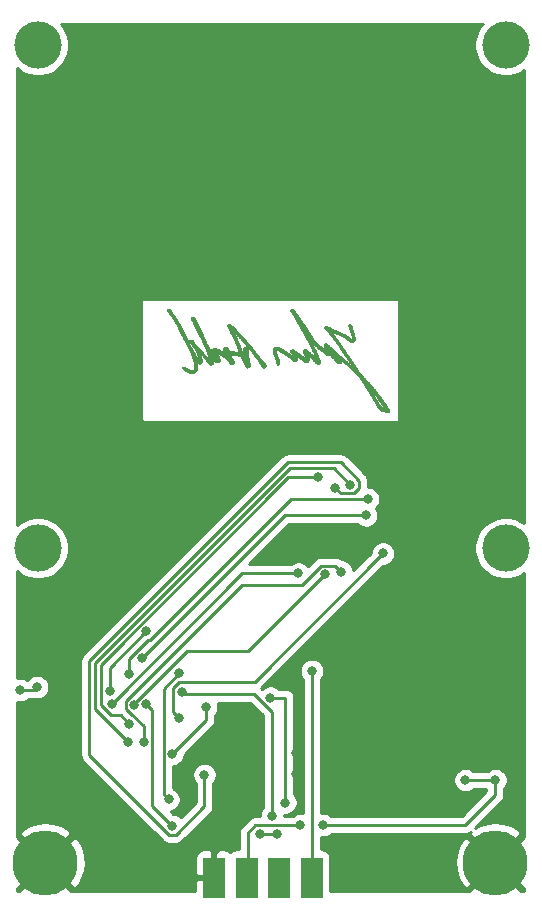
<source format=gbr>
G04 #@! TF.GenerationSoftware,KiCad,Pcbnew,(5.1.2)-1*
G04 #@! TF.CreationDate,2019-06-16T12:12:28+02:00*
G04 #@! TF.ProjectId,STM32CAN,53544d33-3243-4414-9e2e-6b696361645f,rev?*
G04 #@! TF.SameCoordinates,Original*
G04 #@! TF.FileFunction,Copper,L2,Bot*
G04 #@! TF.FilePolarity,Positive*
%FSLAX46Y46*%
G04 Gerber Fmt 4.6, Leading zero omitted, Abs format (unit mm)*
G04 Created by KiCad (PCBNEW (5.1.2)-1) date 2019-06-16 12:12:28*
%MOMM*%
%LPD*%
G04 APERTURE LIST*
%ADD10C,0.010000*%
%ADD11C,4.000000*%
%ADD12C,5.500000*%
%ADD13R,1.846667X3.480000*%
%ADD14C,0.800000*%
%ADD15C,0.250000*%
%ADD16C,0.254000*%
G04 APERTURE END LIST*
D10*
G36*
X30048537Y-41367271D02*
G01*
X30017767Y-41380438D01*
X29993862Y-41398760D01*
X29975463Y-41418832D01*
X29967577Y-41435783D01*
X29967141Y-41456615D01*
X29967398Y-41459263D01*
X29970775Y-41483672D01*
X29974778Y-41501991D01*
X29975317Y-41503600D01*
X29980222Y-41521391D01*
X29983925Y-41539750D01*
X29992004Y-41560110D01*
X30007795Y-41584188D01*
X30015920Y-41593859D01*
X30045493Y-41625223D01*
X30072133Y-41651707D01*
X30093357Y-41670974D01*
X30106682Y-41680688D01*
X30108965Y-41681400D01*
X30112104Y-41687676D01*
X30110529Y-41694100D01*
X30111181Y-41704958D01*
X30115633Y-41706800D01*
X30128639Y-41712040D01*
X30142140Y-41723564D01*
X30149166Y-41735075D01*
X30149133Y-41737058D01*
X30153880Y-41745461D01*
X30167568Y-41762448D01*
X30187325Y-41784476D01*
X30189047Y-41786314D01*
X30210987Y-41811248D01*
X30230939Y-41836700D01*
X30246729Y-41859492D01*
X30256188Y-41876443D01*
X30257143Y-41884375D01*
X30256190Y-41884600D01*
X30258692Y-41889705D01*
X30270479Y-41902533D01*
X30276878Y-41908799D01*
X30292874Y-41926857D01*
X30301635Y-41942134D01*
X30302200Y-41945245D01*
X30307587Y-41958144D01*
X30321345Y-41977595D01*
X30331834Y-41989842D01*
X30348761Y-42010021D01*
X30359525Y-42026116D01*
X30361545Y-42031714D01*
X30366877Y-42042485D01*
X30380755Y-42061426D01*
X30399416Y-42083566D01*
X30418629Y-42106092D01*
X30432314Y-42124053D01*
X30437438Y-42133373D01*
X30443243Y-42144365D01*
X30452601Y-42154540D01*
X30466157Y-42170877D01*
X30480986Y-42194155D01*
X30484159Y-42199983D01*
X30495727Y-42219557D01*
X30504885Y-42230731D01*
X30506942Y-42231733D01*
X30512365Y-42239127D01*
X30517840Y-42257357D01*
X30518733Y-42261761D01*
X30523471Y-42280073D01*
X30528094Y-42287535D01*
X30528964Y-42287191D01*
X30535818Y-42290466D01*
X30546779Y-42304447D01*
X30548990Y-42307963D01*
X30561544Y-42324950D01*
X30571999Y-42333187D01*
X30573009Y-42333333D01*
X30580156Y-42340368D01*
X30581600Y-42349080D01*
X30587949Y-42365043D01*
X30602872Y-42380802D01*
X30616589Y-42394755D01*
X30620416Y-42406454D01*
X30620308Y-42406769D01*
X30622715Y-42419882D01*
X30628610Y-42426833D01*
X30638587Y-42441227D01*
X30647938Y-42464115D01*
X30649599Y-42469786D01*
X30657098Y-42490455D01*
X30664997Y-42501874D01*
X30667093Y-42502666D01*
X30672109Y-42507742D01*
X30671049Y-42510246D01*
X30673442Y-42519107D01*
X30679894Y-42523017D01*
X30689270Y-42533772D01*
X30688277Y-42541621D01*
X30689962Y-42554781D01*
X30697982Y-42559187D01*
X30709841Y-42568995D01*
X30724082Y-42589324D01*
X30737698Y-42614644D01*
X30747683Y-42639422D01*
X30751079Y-42656885D01*
X30757729Y-42672097D01*
X30767867Y-42680466D01*
X30781353Y-42692607D01*
X30784800Y-42701931D01*
X30789350Y-42713007D01*
X30793050Y-42714333D01*
X30803218Y-42721646D01*
X30814115Y-42739693D01*
X30822991Y-42762637D01*
X30827092Y-42784640D01*
X30827134Y-42786639D01*
X30833285Y-42809130D01*
X30843801Y-42823042D01*
X30857975Y-42842166D01*
X30864417Y-42860437D01*
X30871848Y-42882614D01*
X30880924Y-42896333D01*
X30891903Y-42913675D01*
X30899081Y-42934379D01*
X30905110Y-42952187D01*
X30911907Y-42959860D01*
X30912076Y-42959866D01*
X30922645Y-42967415D01*
X30932595Y-42986476D01*
X30940117Y-43011669D01*
X30943402Y-43037613D01*
X30942659Y-43050849D01*
X30940627Y-43068277D01*
X30941447Y-43073653D01*
X30942416Y-43072050D01*
X30951689Y-43062245D01*
X30960479Y-43065087D01*
X30962600Y-43073271D01*
X30968023Y-43086277D01*
X30981664Y-43105059D01*
X30988543Y-43112847D01*
X31003810Y-43130594D01*
X31007949Y-43140817D01*
X31002360Y-43147382D01*
X31001274Y-43148012D01*
X30994097Y-43154632D01*
X30997247Y-43164152D01*
X31009198Y-43178200D01*
X31023261Y-43196388D01*
X31030184Y-43211273D01*
X31030334Y-43212846D01*
X31036573Y-43227058D01*
X31045150Y-43235534D01*
X31057130Y-43247144D01*
X31060065Y-43253400D01*
X31063721Y-43269031D01*
X31072203Y-43288813D01*
X31082263Y-43306356D01*
X31090652Y-43315268D01*
X31091615Y-43315466D01*
X31096567Y-43322190D01*
X31095611Y-43332411D01*
X31094420Y-43344332D01*
X31097144Y-43345670D01*
X31108560Y-43346285D01*
X31115167Y-43349436D01*
X31122204Y-43356352D01*
X31113669Y-43362083D01*
X31112404Y-43362576D01*
X31104002Y-43367517D01*
X31104647Y-43375605D01*
X31115172Y-43391294D01*
X31118625Y-43395854D01*
X31130514Y-43414202D01*
X31134891Y-43426848D01*
X31134195Y-43428916D01*
X31136101Y-43437045D01*
X31147261Y-43447374D01*
X31161830Y-43465258D01*
X31165800Y-43481046D01*
X31168760Y-43496727D01*
X31174267Y-43501733D01*
X31181812Y-43508576D01*
X31182734Y-43514228D01*
X31186550Y-43528527D01*
X31195796Y-43547566D01*
X31207163Y-43565830D01*
X31217345Y-43577802D01*
X31221889Y-43579543D01*
X31227908Y-43584931D01*
X31237772Y-43600655D01*
X31248732Y-43621453D01*
X31258037Y-43642065D01*
X31262937Y-43657231D01*
X31263092Y-43658366D01*
X31268352Y-43675033D01*
X31278279Y-43690966D01*
X31288680Y-43700310D01*
X31293225Y-43700437D01*
X31298740Y-43704120D01*
X31301252Y-43719797D01*
X31301267Y-43721366D01*
X31303676Y-43739415D01*
X31309495Y-43747256D01*
X31309734Y-43747266D01*
X31316738Y-43754316D01*
X31318200Y-43763294D01*
X31323690Y-43778904D01*
X31330057Y-43783871D01*
X31338701Y-43794406D01*
X31346130Y-43815344D01*
X31347946Y-43824131D01*
X31354920Y-43854898D01*
X31364240Y-43884221D01*
X31365820Y-43888180D01*
X31373606Y-43907940D01*
X31377469Y-43919956D01*
X31377564Y-43920792D01*
X31382824Y-43929205D01*
X31394709Y-43942308D01*
X31405554Y-43957195D01*
X31406910Y-43967708D01*
X31408959Y-43974739D01*
X31414802Y-43975866D01*
X31423863Y-43981448D01*
X31423126Y-43987879D01*
X31425904Y-44000929D01*
X31438822Y-44018903D01*
X31444558Y-44024779D01*
X31460957Y-44044368D01*
X31469990Y-44062772D01*
X31470600Y-44067107D01*
X31474430Y-44093632D01*
X31484793Y-44108930D01*
X31492673Y-44111333D01*
X31501908Y-44118649D01*
X31504467Y-44132000D01*
X31507589Y-44149927D01*
X31512934Y-44157900D01*
X31520621Y-44170106D01*
X31521400Y-44175937D01*
X31527006Y-44192126D01*
X31534178Y-44201520D01*
X31542698Y-44214544D01*
X31542694Y-44221195D01*
X31545330Y-44229588D01*
X31551082Y-44232947D01*
X31562320Y-44244592D01*
X31563734Y-44251332D01*
X31568611Y-44266342D01*
X31580739Y-44286893D01*
X31584900Y-44292614D01*
X31598460Y-44314215D01*
X31605696Y-44333192D01*
X31606067Y-44336731D01*
X31611982Y-44357882D01*
X31627473Y-44384055D01*
X31645937Y-44406154D01*
X31655423Y-44421970D01*
X31656867Y-44429438D01*
X31661912Y-44440307D01*
X31665834Y-44441533D01*
X31671067Y-44446635D01*
X31669929Y-44449414D01*
X31670990Y-44460288D01*
X31673662Y-44462614D01*
X31679286Y-44473836D01*
X31682168Y-44494731D01*
X31682267Y-44499590D01*
X31685587Y-44524062D01*
X31697858Y-44545455D01*
X31711632Y-44560474D01*
X31728958Y-44580160D01*
X31739644Y-44596997D01*
X31741265Y-44602647D01*
X31747811Y-44617294D01*
X31758467Y-44627800D01*
X31771704Y-44643226D01*
X31775400Y-44655568D01*
X31778985Y-44666050D01*
X31783867Y-44665899D01*
X31789992Y-44669064D01*
X31792334Y-44684530D01*
X31799025Y-44708586D01*
X31809577Y-44719162D01*
X31822112Y-44731284D01*
X31824645Y-44740248D01*
X31826340Y-44754645D01*
X31833454Y-44774498D01*
X31843016Y-44793320D01*
X31852053Y-44804621D01*
X31854573Y-44805599D01*
X31858462Y-44811841D01*
X31857005Y-44818299D01*
X31858306Y-44829222D01*
X31864566Y-44830999D01*
X31875559Y-44837783D01*
X31877000Y-44843699D01*
X31878040Y-44862412D01*
X31883633Y-44874527D01*
X31891364Y-44883638D01*
X31900117Y-44902307D01*
X31900020Y-44915388D01*
X31899463Y-44929036D01*
X31903193Y-44932599D01*
X31908266Y-44940045D01*
X31910801Y-44958352D01*
X31910867Y-44962233D01*
X31912737Y-44981823D01*
X31917333Y-44991612D01*
X31918307Y-44991866D01*
X31926317Y-44998859D01*
X31935663Y-45015835D01*
X31936267Y-45017266D01*
X31945547Y-45034724D01*
X31953792Y-45042626D01*
X31954228Y-45042666D01*
X31960275Y-45049766D01*
X31961667Y-45059599D01*
X31965213Y-45073358D01*
X31970134Y-45076533D01*
X31977277Y-45083534D01*
X31978600Y-45091597D01*
X31984989Y-45107966D01*
X31995534Y-45118866D01*
X32008822Y-45136880D01*
X32012467Y-45163069D01*
X32014447Y-45183575D01*
X32019361Y-45194509D01*
X32020934Y-45195066D01*
X32026236Y-45202577D01*
X32029185Y-45221341D01*
X32029400Y-45228933D01*
X32031389Y-45250139D01*
X32036356Y-45261935D01*
X32038367Y-45262799D01*
X32043631Y-45267887D01*
X32042522Y-45270584D01*
X32043622Y-45282196D01*
X32049053Y-45289709D01*
X32057189Y-45303564D01*
X32057316Y-45310288D01*
X32060459Y-45322637D01*
X32067219Y-45330299D01*
X32078133Y-45344726D01*
X32080200Y-45352736D01*
X32085198Y-45363320D01*
X32088802Y-45364400D01*
X32094132Y-45371732D01*
X32095468Y-45389558D01*
X32095355Y-45391278D01*
X32096859Y-45411445D01*
X32103674Y-45421613D01*
X32103687Y-45421617D01*
X32110685Y-45431560D01*
X32114021Y-45451266D01*
X32114067Y-45454005D01*
X32115769Y-45473316D01*
X32119940Y-45482748D01*
X32120687Y-45482933D01*
X32126140Y-45490247D01*
X32129195Y-45505742D01*
X32133880Y-45524841D01*
X32140738Y-45534518D01*
X32146474Y-45547102D01*
X32145196Y-45566471D01*
X32144430Y-45589140D01*
X32150317Y-45599078D01*
X32159532Y-45610867D01*
X32170598Y-45632687D01*
X32180610Y-45658319D01*
X32185024Y-45673433D01*
X32193746Y-45704044D01*
X32204247Y-45733128D01*
X32214706Y-45756356D01*
X32223305Y-45769400D01*
X32225935Y-45770800D01*
X32229021Y-45776983D01*
X32227716Y-45782143D01*
X32229821Y-45796211D01*
X32236449Y-45804346D01*
X32247034Y-45821172D01*
X32249534Y-45834631D01*
X32253621Y-45851588D01*
X32260117Y-45858326D01*
X32265404Y-45862299D01*
X32260884Y-45863264D01*
X32256104Y-45868516D01*
X32257304Y-45884922D01*
X32262688Y-45907989D01*
X32268480Y-45933166D01*
X32270972Y-45950890D01*
X32270359Y-45955997D01*
X32271348Y-45965155D01*
X32277798Y-45977557D01*
X32292101Y-46007582D01*
X32299758Y-46045040D01*
X32301466Y-46093823D01*
X32301069Y-46107623D01*
X32301232Y-46146863D01*
X32305006Y-46173037D01*
X32309027Y-46181706D01*
X32314256Y-46191758D01*
X32311817Y-46194133D01*
X32307522Y-46201570D01*
X32305213Y-46219993D01*
X32304910Y-46243568D01*
X32306633Y-46266461D01*
X32310403Y-46282840D01*
X32311499Y-46284975D01*
X32313160Y-46300078D01*
X32309192Y-46311935D01*
X32301913Y-46334185D01*
X32300334Y-46348516D01*
X32296042Y-46369219D01*
X32289750Y-46379948D01*
X32283523Y-46387736D01*
X32289847Y-46385273D01*
X32290658Y-46384815D01*
X32298186Y-46383363D01*
X32297307Y-46394323D01*
X32296155Y-46398389D01*
X32285910Y-46426260D01*
X32271293Y-46458360D01*
X32255032Y-46489410D01*
X32239856Y-46514131D01*
X32230322Y-46525808D01*
X32218528Y-46538305D01*
X32215111Y-46544858D01*
X32213648Y-46561631D01*
X32200870Y-46570194D01*
X32198784Y-46570884D01*
X32178666Y-46581420D01*
X32168267Y-46589876D01*
X32150953Y-46598758D01*
X32124583Y-46604168D01*
X32096248Y-46605521D01*
X32073037Y-46602234D01*
X32065190Y-46598373D01*
X32057848Y-46594676D01*
X32059746Y-46603569D01*
X32061020Y-46615505D01*
X32052391Y-46615322D01*
X32037586Y-46604512D01*
X32019098Y-46594247D01*
X31995470Y-46588039D01*
X31973516Y-46583034D01*
X31958972Y-46575817D01*
X31958741Y-46575593D01*
X31943650Y-46568420D01*
X31930340Y-46566666D01*
X31915264Y-46563204D01*
X31910867Y-46557282D01*
X31903930Y-46551640D01*
X31890219Y-46553079D01*
X31872686Y-46553989D01*
X31864240Y-46549636D01*
X31852373Y-46540234D01*
X31830976Y-46529544D01*
X31806922Y-46520483D01*
X31787083Y-46515971D01*
X31784702Y-46515866D01*
X31769186Y-46509511D01*
X31758467Y-46498933D01*
X31741433Y-46485605D01*
X31726965Y-46482000D01*
X31711965Y-46479239D01*
X31707667Y-46474591D01*
X31700381Y-46469131D01*
X31685313Y-46467183D01*
X31665814Y-46462547D01*
X31655493Y-46453842D01*
X31634046Y-46427132D01*
X31608731Y-46414852D01*
X31601729Y-46414266D01*
X31584041Y-46411054D01*
X31576434Y-46405800D01*
X31564325Y-46398262D01*
X31556884Y-46397150D01*
X31543017Y-46390990D01*
X31524820Y-46375678D01*
X31517248Y-46367517D01*
X31499850Y-46349794D01*
X31485370Y-46339298D01*
X31481265Y-46338066D01*
X31471370Y-46332915D01*
X31470600Y-46329865D01*
X31464389Y-46325219D01*
X31457835Y-46326563D01*
X31441644Y-46325977D01*
X31426085Y-46319069D01*
X31404423Y-46310574D01*
X31388050Y-46309619D01*
X31373319Y-46308799D01*
X31369000Y-46304146D01*
X31362220Y-46296510D01*
X31357337Y-46295733D01*
X31342309Y-46289766D01*
X31335729Y-46283750D01*
X31319012Y-46275899D01*
X31288448Y-46274563D01*
X31257500Y-46277925D01*
X31253924Y-46285463D01*
X31257541Y-46302496D01*
X31266384Y-46324279D01*
X31278483Y-46346067D01*
X31291871Y-46363114D01*
X31293433Y-46364581D01*
X31310426Y-46381613D01*
X31317850Y-46392722D01*
X31314609Y-46395714D01*
X31307617Y-46392971D01*
X31305064Y-46393224D01*
X31313469Y-46400938D01*
X31328786Y-46411195D01*
X31337252Y-46414266D01*
X31340442Y-46419712D01*
X31338478Y-46424172D01*
X31338068Y-46430530D01*
X31346445Y-46428671D01*
X31358378Y-46428848D01*
X31360534Y-46435699D01*
X31367356Y-46446575D01*
X31373734Y-46448133D01*
X31382497Y-46452237D01*
X31381700Y-46456600D01*
X31383620Y-46463848D01*
X31389667Y-46465066D01*
X31401259Y-46468992D01*
X31402867Y-46472570D01*
X31408285Y-46482003D01*
X31422566Y-46499886D01*
X31442755Y-46522548D01*
X31445200Y-46525165D01*
X31465434Y-46545460D01*
X31480402Y-46558081D01*
X31487348Y-46560758D01*
X31487534Y-46559994D01*
X31493906Y-46550404D01*
X31497412Y-46549733D01*
X31503368Y-46552890D01*
X31502158Y-46554864D01*
X31504006Y-46563536D01*
X31515234Y-46578129D01*
X31517680Y-46580649D01*
X31531677Y-46596939D01*
X31538261Y-46609118D01*
X31538334Y-46609917D01*
X31545360Y-46615608D01*
X31557384Y-46615882D01*
X31575816Y-46619794D01*
X31584792Y-46632283D01*
X31596723Y-46646999D01*
X31608075Y-46651333D01*
X31620713Y-46654637D01*
X31623000Y-46658369D01*
X31629655Y-46667040D01*
X31644167Y-46676733D01*
X31659742Y-46690398D01*
X31665334Y-46704481D01*
X31668540Y-46716003D01*
X31681204Y-46716803D01*
X31686052Y-46715702D01*
X31706296Y-46716015D01*
X31713881Y-46723206D01*
X31726850Y-46733489D01*
X31746079Y-46739396D01*
X31788040Y-46746659D01*
X31817202Y-46754811D01*
X31831563Y-46763283D01*
X31831934Y-46763827D01*
X31830227Y-46769176D01*
X31819691Y-46767925D01*
X31806712Y-46767449D01*
X31806141Y-46773931D01*
X31816600Y-46781465D01*
X31836301Y-46785096D01*
X31837257Y-46785123D01*
X31876405Y-46787425D01*
X31902233Y-46792809D01*
X31918193Y-46802001D01*
X31918434Y-46802229D01*
X31935517Y-46809318D01*
X31948927Y-46808733D01*
X31965956Y-46807259D01*
X31973355Y-46809777D01*
X31988600Y-46817108D01*
X32012656Y-46821450D01*
X32020934Y-46821873D01*
X32040623Y-46824975D01*
X32046334Y-46826740D01*
X32062114Y-46829855D01*
X32086944Y-46832074D01*
X32116013Y-46833312D01*
X32144512Y-46833486D01*
X32167630Y-46832512D01*
X32180559Y-46830307D01*
X32181800Y-46829093D01*
X32189204Y-46823468D01*
X32207421Y-46818118D01*
X32211434Y-46817359D01*
X32242212Y-46812000D01*
X32270700Y-46807040D01*
X32290266Y-46801084D01*
X32300070Y-46793105D01*
X32300334Y-46791703D01*
X32305672Y-46778572D01*
X32317267Y-46763350D01*
X32329683Y-46745663D01*
X32334200Y-46731621D01*
X32338244Y-46722604D01*
X32342727Y-46723336D01*
X32352553Y-46721700D01*
X32355924Y-46716435D01*
X32366021Y-46704674D01*
X32384940Y-46691259D01*
X32389228Y-46688844D01*
X32409385Y-46673750D01*
X32421869Y-46656605D01*
X32422759Y-46653911D01*
X32433298Y-46637679D01*
X32444428Y-46634400D01*
X32458578Y-46628330D01*
X32461201Y-46619515D01*
X32465027Y-46603818D01*
X32474805Y-46580063D01*
X32482367Y-46564870D01*
X32494628Y-46537828D01*
X32502268Y-46513255D01*
X32503534Y-46503554D01*
X32506320Y-46487457D01*
X32511806Y-46482000D01*
X32516946Y-46474531D01*
X32519332Y-46456011D01*
X32519334Y-46450250D01*
X32519177Y-46429503D01*
X32519299Y-46396358D01*
X32519669Y-46355349D01*
X32520256Y-46311009D01*
X32520269Y-46310193D01*
X32520341Y-46256778D01*
X32518595Y-46219230D01*
X32514963Y-46196574D01*
X32511705Y-46189543D01*
X32506180Y-46179312D01*
X32510964Y-46177200D01*
X32519388Y-46170359D01*
X32520467Y-46164500D01*
X32515348Y-46153241D01*
X32510964Y-46151800D01*
X32507136Y-46146975D01*
X32513080Y-46137474D01*
X32519268Y-46128070D01*
X32514117Y-46129507D01*
X32506429Y-46128906D01*
X32503070Y-46113782D01*
X32502811Y-46107849D01*
X32501231Y-46058558D01*
X32499264Y-46015499D01*
X32497093Y-45981865D01*
X32494901Y-45960850D01*
X32494163Y-45957066D01*
X32498260Y-45947252D01*
X32512466Y-45941756D01*
X32530380Y-45941126D01*
X32545603Y-45945911D01*
X32551025Y-45952190D01*
X32560594Y-45961723D01*
X32581668Y-45975635D01*
X32610291Y-45991404D01*
X32620817Y-45996634D01*
X32650914Y-46011697D01*
X32674798Y-46024608D01*
X32688583Y-46033230D01*
X32690299Y-46034834D01*
X32702773Y-46040544D01*
X32726180Y-46042748D01*
X32754896Y-46041496D01*
X32783300Y-46036837D01*
X32793653Y-46033920D01*
X32817033Y-46022619D01*
X32825218Y-46008583D01*
X32825267Y-46007210D01*
X32830348Y-45994542D01*
X32847340Y-45990933D01*
X32863071Y-45988248D01*
X32864844Y-45979071D01*
X32864539Y-45978233D01*
X32863407Y-45967284D01*
X32865869Y-45965533D01*
X32872738Y-45958511D01*
X32882551Y-45940899D01*
X32886263Y-45932778D01*
X32898404Y-45908724D01*
X32910775Y-45890017D01*
X32913390Y-45887086D01*
X32921156Y-45871123D01*
X32926935Y-45844501D01*
X32930132Y-45813436D01*
X32930153Y-45784146D01*
X32926402Y-45762846D01*
X32925480Y-45760730D01*
X32922856Y-45746754D01*
X32925781Y-45741838D01*
X32928662Y-45731391D01*
X32927192Y-45709813D01*
X32924938Y-45696874D01*
X32919623Y-45669662D01*
X32915745Y-45647539D01*
X32914843Y-45641286D01*
X32908004Y-45622810D01*
X32899718Y-45610540D01*
X32892099Y-45595688D01*
X32885898Y-45573566D01*
X32881917Y-45549585D01*
X32880959Y-45529157D01*
X32883827Y-45517693D01*
X32885807Y-45516800D01*
X32892518Y-45510265D01*
X32889203Y-45491506D01*
X32876980Y-45463556D01*
X32869005Y-45444397D01*
X32867844Y-45433269D01*
X32869550Y-45432133D01*
X32872537Y-45427183D01*
X32867960Y-45419866D01*
X32860684Y-45404050D01*
X32854929Y-45379517D01*
X32853800Y-45371183D01*
X32848387Y-45346215D01*
X32839674Y-45327914D01*
X32836519Y-45324617D01*
X32826734Y-45306709D01*
X32827009Y-45288634D01*
X32828069Y-45270724D01*
X32825430Y-45262819D01*
X32825216Y-45262799D01*
X32821661Y-45255692D01*
X32821743Y-45243749D01*
X32823815Y-45221294D01*
X32824562Y-45209883D01*
X32830808Y-45200129D01*
X32843530Y-45194779D01*
X32855330Y-45195581D01*
X32859134Y-45201707D01*
X32865652Y-45210215D01*
X32881438Y-45221723D01*
X32882417Y-45222317D01*
X32900068Y-45235141D01*
X32924527Y-45255693D01*
X32950690Y-45279670D01*
X32952267Y-45281187D01*
X32975223Y-45302333D01*
X32993712Y-45317543D01*
X33004325Y-45324055D01*
X33005184Y-45324077D01*
X33010770Y-45328988D01*
X33011534Y-45334766D01*
X33016106Y-45346033D01*
X33020001Y-45347466D01*
X33027983Y-45354084D01*
X33028467Y-45357383D01*
X33033698Y-45371110D01*
X33041430Y-45381623D01*
X33053858Y-45402035D01*
X33058039Y-45414883D01*
X33067102Y-45434279D01*
X33081060Y-45450235D01*
X33116348Y-45481692D01*
X33138340Y-45505313D01*
X33148001Y-45522392D01*
X33146295Y-45534223D01*
X33144884Y-45535866D01*
X33148827Y-45542719D01*
X33161228Y-45557963D01*
X33171927Y-45570043D01*
X33189435Y-45591974D01*
X33201197Y-45611746D01*
X33203697Y-45619188D01*
X33209894Y-45634751D01*
X33222471Y-45655233D01*
X33237608Y-45675448D01*
X33251491Y-45690206D01*
X33259184Y-45694599D01*
X33265213Y-45701237D01*
X33265534Y-45704266D01*
X33271202Y-45715790D01*
X33285327Y-45732633D01*
X33290579Y-45737868D01*
X33311187Y-45761203D01*
X33328333Y-45786486D01*
X33329777Y-45789170D01*
X33341889Y-45810338D01*
X33352560Y-45825474D01*
X33353415Y-45826409D01*
X33376033Y-45851536D01*
X33392729Y-45873149D01*
X33400697Y-45887535D01*
X33401001Y-45889397D01*
X33407511Y-45897477D01*
X33409967Y-45897800D01*
X33415240Y-45902883D01*
X33414140Y-45905555D01*
X33416541Y-45915779D01*
X33428219Y-45931390D01*
X33444705Y-45947885D01*
X33461533Y-45960759D01*
X33473618Y-45965533D01*
X33484275Y-45972324D01*
X33485667Y-45978233D01*
X33490239Y-45989500D01*
X33494134Y-45990933D01*
X33500741Y-45995822D01*
X33500484Y-45997604D01*
X33504540Y-46007289D01*
X33517248Y-46023046D01*
X33521651Y-46027622D01*
X33536271Y-46040736D01*
X33544530Y-46045151D01*
X33545191Y-46044234D01*
X33548760Y-46044685D01*
X33554079Y-46052316D01*
X33564822Y-46064534D01*
X33571026Y-46067133D01*
X33583514Y-46070349D01*
X33604311Y-46078354D01*
X33610822Y-46081184D01*
X33631576Y-46090225D01*
X33644869Y-46095603D01*
X33646534Y-46096130D01*
X33656733Y-46100919D01*
X33659638Y-46102687D01*
X33673810Y-46103843D01*
X33680037Y-46101224D01*
X33696188Y-46097037D01*
X33701823Y-46098036D01*
X33713135Y-46094984D01*
X33717087Y-46088929D01*
X33727810Y-46080005D01*
X33735367Y-46080979D01*
X33751007Y-46079032D01*
X33763204Y-46069490D01*
X33782731Y-46054716D01*
X33801051Y-46047159D01*
X33817917Y-46039078D01*
X33824334Y-46028872D01*
X33831169Y-46017953D01*
X33837739Y-46016333D01*
X33847419Y-46011183D01*
X33847422Y-46005750D01*
X33847283Y-45990135D01*
X33851131Y-45975086D01*
X33853850Y-45953639D01*
X33849933Y-45944606D01*
X33844829Y-45928637D01*
X33844770Y-45905001D01*
X33849369Y-45882072D01*
X33853214Y-45873617D01*
X33853618Y-45864970D01*
X33850234Y-45863933D01*
X33843372Y-45856724D01*
X33841267Y-45843803D01*
X33836251Y-45823595D01*
X33828660Y-45813210D01*
X33820123Y-45801543D01*
X33820332Y-45795825D01*
X33818696Y-45785831D01*
X33816005Y-45783585D01*
X33809343Y-45771841D01*
X33807401Y-45757600D01*
X33804748Y-45741924D01*
X33799825Y-45736933D01*
X33796433Y-45729670D01*
X33798128Y-45711210D01*
X33799066Y-45706713D01*
X33801621Y-45677851D01*
X33798327Y-45650159D01*
X33798175Y-45649619D01*
X33792467Y-45620625D01*
X33790467Y-45595172D01*
X33792316Y-45576061D01*
X33800539Y-45568611D01*
X33812134Y-45567600D01*
X33826539Y-45570287D01*
X33828567Y-45576066D01*
X33830113Y-45583609D01*
X33834678Y-45584533D01*
X33844775Y-45591678D01*
X33856008Y-45608968D01*
X33865157Y-45630185D01*
X33869001Y-45649110D01*
X33868965Y-45650732D01*
X33874274Y-45658406D01*
X33879142Y-45657757D01*
X33890528Y-45661221D01*
X33900741Y-45673820D01*
X33910898Y-45687133D01*
X33918743Y-45689578D01*
X33924593Y-45692647D01*
X33925934Y-45701040D01*
X33931758Y-45718017D01*
X33944984Y-45735121D01*
X33971735Y-45761669D01*
X33987232Y-45779872D01*
X33993368Y-45792052D01*
X33993667Y-45794793D01*
X34000707Y-45802935D01*
X34009808Y-45804666D01*
X34021571Y-45808695D01*
X34021426Y-45821960D01*
X34020730Y-45835057D01*
X34024335Y-45837891D01*
X34042932Y-45838105D01*
X34048598Y-45847045D01*
X34047529Y-45851233D01*
X34047986Y-45862102D01*
X34052210Y-45863933D01*
X34064502Y-45868307D01*
X34084656Y-45879380D01*
X34095225Y-45886076D01*
X34127410Y-45902324D01*
X34162792Y-45908071D01*
X34171347Y-45908220D01*
X34196838Y-45909758D01*
X34214687Y-45913683D01*
X34219196Y-45916614D01*
X34226961Y-45918686D01*
X34231374Y-45913696D01*
X34243747Y-45907168D01*
X34265292Y-45904955D01*
X34288849Y-45906901D01*
X34307258Y-45912850D01*
X34310744Y-45915427D01*
X34324194Y-45922866D01*
X34331771Y-45916436D01*
X34332334Y-45911442D01*
X34339912Y-45901979D01*
X34359138Y-45894703D01*
X34361967Y-45894125D01*
X34383821Y-45887347D01*
X34392420Y-45875096D01*
X34391969Y-45856433D01*
X34395866Y-45848548D01*
X34404005Y-45849948D01*
X34415021Y-45849960D01*
X34416337Y-45844748D01*
X34417935Y-45812694D01*
X34429119Y-45793758D01*
X34437736Y-45777675D01*
X34443418Y-45753593D01*
X34443935Y-45748703D01*
X34447871Y-45726283D01*
X34455461Y-45718324D01*
X34459096Y-45718509D01*
X34465530Y-45717635D01*
X34459661Y-45708223D01*
X34455953Y-45704008D01*
X34446049Y-45686756D01*
X34445464Y-45673428D01*
X34443633Y-45659392D01*
X34437315Y-45655001D01*
X34429221Y-45648997D01*
X34434368Y-45643531D01*
X34437943Y-45636197D01*
X34426611Y-45627478D01*
X34412475Y-45613616D01*
X34408534Y-45601168D01*
X34405348Y-45587566D01*
X34401055Y-45584533D01*
X34392784Y-45577041D01*
X34384885Y-45558262D01*
X34379572Y-45533743D01*
X34379094Y-45529500D01*
X34374141Y-45506659D01*
X34370598Y-45496895D01*
X34369186Y-45480418D01*
X34374143Y-45474790D01*
X34378935Y-45468073D01*
X34370704Y-45463041D01*
X34361381Y-45462078D01*
X34362027Y-45466096D01*
X34360749Y-45473792D01*
X34357272Y-45474466D01*
X34351505Y-45468261D01*
X34351493Y-45448481D01*
X34353058Y-45436366D01*
X34355616Y-45412526D01*
X34353350Y-45401153D01*
X34345553Y-45398266D01*
X34334621Y-45391248D01*
X34332334Y-45382038D01*
X34328389Y-45367179D01*
X34323586Y-45362895D01*
X34318273Y-45353409D01*
X34313815Y-45332038D01*
X34310676Y-45303825D01*
X34309318Y-45273815D01*
X34310205Y-45247050D01*
X34311871Y-45235283D01*
X34315979Y-45221783D01*
X34324099Y-45214853D01*
X34340922Y-45212320D01*
X34362140Y-45211999D01*
X34388458Y-45213461D01*
X34407250Y-45217212D01*
X34412767Y-45220466D01*
X34424453Y-45227052D01*
X34438401Y-45228933D01*
X34452968Y-45231731D01*
X34453894Y-45241686D01*
X34453554Y-45242610D01*
X34452596Y-45252011D01*
X34463149Y-45251517D01*
X34466732Y-45250438D01*
X34480975Y-45248936D01*
X34482830Y-45254687D01*
X34487678Y-45264355D01*
X34495148Y-45267251D01*
X34512998Y-45275094D01*
X34523269Y-45283192D01*
X34539346Y-45294102D01*
X34549193Y-45296666D01*
X34564105Y-45302078D01*
X34579818Y-45313599D01*
X34596585Y-45325941D01*
X34609097Y-45330533D01*
X34619299Y-45335667D01*
X34620201Y-45339000D01*
X34627092Y-45346430D01*
X34633400Y-45347466D01*
X34642164Y-45351571D01*
X34641367Y-45355933D01*
X34643960Y-45362597D01*
X34653567Y-45364400D01*
X34667606Y-45367041D01*
X34671001Y-45370858D01*
X34677777Y-45378872D01*
X34690051Y-45385985D01*
X34703802Y-45396210D01*
X34706984Y-45404926D01*
X34708939Y-45413788D01*
X34711217Y-45414197D01*
X34726005Y-45413764D01*
X34738602Y-45415934D01*
X34742928Y-45419343D01*
X34740798Y-45420824D01*
X34732825Y-45427849D01*
X34737517Y-45434217D01*
X34750783Y-45436820D01*
X34760169Y-45435542D01*
X34779715Y-45436077D01*
X34795400Y-45444960D01*
X34801421Y-45458398D01*
X34800723Y-45462066D01*
X34806274Y-45469607D01*
X34823610Y-45479867D01*
X34840259Y-45487137D01*
X34863899Y-45498045D01*
X34879294Y-45508476D01*
X34882667Y-45513739D01*
X34889265Y-45524351D01*
X34905617Y-45537908D01*
X34910563Y-45541126D01*
X34935183Y-45557706D01*
X34957188Y-45574622D01*
X34958425Y-45575683D01*
X34974586Y-45587883D01*
X34985525Y-45592999D01*
X34985563Y-45593000D01*
X34992272Y-45599715D01*
X34992792Y-45603583D01*
X34999285Y-45614524D01*
X35015494Y-45629268D01*
X35022828Y-45634584D01*
X35041098Y-45649580D01*
X35044724Y-45659382D01*
X35043033Y-45661042D01*
X35037955Y-45668533D01*
X35042630Y-45672874D01*
X35051159Y-45675012D01*
X35052001Y-45673328D01*
X35056859Y-45673995D01*
X35064701Y-45680690D01*
X35075125Y-45695235D01*
X35077401Y-45702961D01*
X35082594Y-45708484D01*
X35086174Y-45707110D01*
X35096256Y-45709778D01*
X35113567Y-45722197D01*
X35130624Y-45738004D01*
X35150512Y-45756990D01*
X35165973Y-45769457D01*
X35172651Y-45772560D01*
X35178407Y-45777559D01*
X35179001Y-45782187D01*
X35184804Y-45796004D01*
X35195934Y-45808900D01*
X35208622Y-45823707D01*
X35212867Y-45834015D01*
X35218196Y-45846764D01*
X35230310Y-45862529D01*
X35241935Y-45881383D01*
X35243065Y-45896021D01*
X35245528Y-45913225D01*
X35259489Y-45933559D01*
X35273423Y-45950538D01*
X35280411Y-45962877D01*
X35280601Y-45964127D01*
X35286484Y-45975191D01*
X35294926Y-45983546D01*
X35304330Y-45989734D01*
X35302893Y-45984583D01*
X35301254Y-45975285D01*
X35304070Y-45974000D01*
X35313115Y-45980666D01*
X35322934Y-45995166D01*
X35334613Y-46010622D01*
X35344961Y-46016333D01*
X35355820Y-46023371D01*
X35361105Y-46033492D01*
X35371966Y-46050271D01*
X35389193Y-46065132D01*
X35408776Y-46078675D01*
X35422332Y-46089617D01*
X35439285Y-46096994D01*
X35463277Y-46097330D01*
X35489825Y-46092058D01*
X35514446Y-46082612D01*
X35532658Y-46070427D01*
X35539978Y-46056937D01*
X35539163Y-46052238D01*
X35539445Y-46043542D01*
X35546698Y-46044564D01*
X35559288Y-46041085D01*
X35570071Y-46024243D01*
X35581043Y-46007527D01*
X35592026Y-46003382D01*
X35592183Y-46003439D01*
X35599153Y-46002843D01*
X35598041Y-45999303D01*
X35599325Y-45991612D01*
X35602822Y-45990933D01*
X35609173Y-45984256D01*
X35608347Y-45974000D01*
X35607936Y-45960502D01*
X35611754Y-45957066D01*
X35615801Y-45950138D01*
X35614277Y-45935900D01*
X35613319Y-45918813D01*
X35619276Y-45914733D01*
X35626148Y-45907080D01*
X35626143Y-45885233D01*
X35626110Y-45864793D01*
X35630520Y-45853076D01*
X35631566Y-45852464D01*
X35634249Y-45843589D01*
X35626123Y-45824882D01*
X35626083Y-45824814D01*
X35613203Y-45801581D01*
X35598413Y-45773073D01*
X35593990Y-45764162D01*
X35582107Y-45744082D01*
X35571674Y-45733487D01*
X35567785Y-45733121D01*
X35563048Y-45730688D01*
X35565129Y-45715213D01*
X35567379Y-45699346D01*
X35562216Y-45697506D01*
X35561235Y-45698070D01*
X35552551Y-45698992D01*
X35551534Y-45696065D01*
X35545961Y-45685858D01*
X35531818Y-45669032D01*
X35522658Y-45659582D01*
X35488334Y-45618117D01*
X35463671Y-45572708D01*
X35454699Y-45544621D01*
X35445242Y-45520780D01*
X35432521Y-45503665D01*
X35419879Y-45486512D01*
X35416067Y-45472986D01*
X35411711Y-45456488D01*
X35400741Y-45433510D01*
X35395048Y-45423899D01*
X35380878Y-45396564D01*
X35367008Y-45362032D01*
X35359878Y-45339706D01*
X35351660Y-45313978D01*
X35344179Y-45297060D01*
X35339451Y-45292690D01*
X35331762Y-45289450D01*
X35327594Y-45282024D01*
X35327777Y-45265261D01*
X35341832Y-45254324D01*
X35367556Y-45249713D01*
X35402748Y-45251928D01*
X35433001Y-45258103D01*
X35451432Y-45261046D01*
X35481003Y-45263911D01*
X35515926Y-45266158D01*
X35522855Y-45266478D01*
X35557633Y-45269054D01*
X35587679Y-45273212D01*
X35607474Y-45278145D01*
X35609814Y-45279205D01*
X35626962Y-45284878D01*
X35636375Y-45283858D01*
X35644064Y-45284394D01*
X35644667Y-45287174D01*
X35651643Y-45294217D01*
X35659484Y-45295382D01*
X35694157Y-45295849D01*
X35734437Y-45297963D01*
X35776980Y-45301347D01*
X35818437Y-45305627D01*
X35855465Y-45310428D01*
X35884716Y-45315373D01*
X35902845Y-45320087D01*
X35907134Y-45323167D01*
X35914332Y-45328874D01*
X35926607Y-45330533D01*
X35946511Y-45334715D01*
X35956240Y-45340693D01*
X35964605Y-45346442D01*
X35966401Y-45340088D01*
X35969883Y-45335098D01*
X35979825Y-45342748D01*
X36001213Y-45352684D01*
X36022158Y-45352986D01*
X36041379Y-45352399D01*
X36050857Y-45355111D01*
X36051067Y-45355812D01*
X36058470Y-45360161D01*
X36076431Y-45362535D01*
X36077847Y-45362584D01*
X36100772Y-45365126D01*
X36127428Y-45370683D01*
X36152642Y-45377806D01*
X36171239Y-45385041D01*
X36178067Y-45390706D01*
X36185463Y-45395797D01*
X36203720Y-45401126D01*
X36208408Y-45402074D01*
X36229101Y-45408331D01*
X36234786Y-45417161D01*
X36234074Y-45419949D01*
X36234163Y-45430532D01*
X36237600Y-45432133D01*
X36243941Y-45439328D01*
X36245800Y-45451703D01*
X36251451Y-45472417D01*
X36262484Y-45489181D01*
X36272161Y-45503358D01*
X36269797Y-45510212D01*
X36267122Y-45518485D01*
X36271929Y-45534402D01*
X36281905Y-45551790D01*
X36288134Y-45559133D01*
X36295735Y-45570922D01*
X36307223Y-45593178D01*
X36320358Y-45620974D01*
X36332904Y-45649381D01*
X36342622Y-45673470D01*
X36347274Y-45688315D01*
X36347400Y-45689642D01*
X36351756Y-45701366D01*
X36355867Y-45703066D01*
X36363662Y-45709791D01*
X36364334Y-45714078D01*
X36367732Y-45729998D01*
X36375740Y-45749237D01*
X36385076Y-45765037D01*
X36391850Y-45770733D01*
X36397493Y-45777686D01*
X36398200Y-45783500D01*
X36403036Y-45794763D01*
X36407167Y-45796200D01*
X36411814Y-45801561D01*
X36410011Y-45806105D01*
X36409593Y-45812412D01*
X36418532Y-45810392D01*
X36428936Y-45809030D01*
X36428489Y-45819478D01*
X36427939Y-45821267D01*
X36428249Y-45840614D01*
X36434909Y-45857197D01*
X36445756Y-45878586D01*
X36456134Y-45905176D01*
X36457180Y-45908383D01*
X36465356Y-45928534D01*
X36473271Y-45939477D01*
X36475057Y-45940133D01*
X36480891Y-45947394D01*
X36482867Y-45961684D01*
X36488729Y-45982593D01*
X36502880Y-46003243D01*
X36503377Y-46003746D01*
X36519348Y-46023114D01*
X36529270Y-46041222D01*
X36529347Y-46041461D01*
X36536835Y-46055284D01*
X36542439Y-46058666D01*
X36546426Y-46064969D01*
X36544793Y-46072414D01*
X36546581Y-46087823D01*
X36553526Y-46094002D01*
X36565411Y-46106453D01*
X36567534Y-46114120D01*
X36571731Y-46125122D01*
X36575066Y-46126400D01*
X36581676Y-46133760D01*
X36589898Y-46152440D01*
X36593848Y-46164500D01*
X36601748Y-46186930D01*
X36609032Y-46200622D01*
X36611716Y-46202600D01*
X36617728Y-46209410D01*
X36618334Y-46214279D01*
X36623879Y-46226377D01*
X36638189Y-46245364D01*
X36652200Y-46260855D01*
X36670528Y-46280476D01*
X36682826Y-46295051D01*
X36686067Y-46300345D01*
X36691355Y-46308976D01*
X36704178Y-46323642D01*
X36705117Y-46324618D01*
X36727850Y-46342277D01*
X36753852Y-46354204D01*
X36777631Y-46358541D01*
X36792783Y-46354267D01*
X36806505Y-46348834D01*
X36812014Y-46350115D01*
X36823636Y-46348906D01*
X36833551Y-46341773D01*
X36843982Y-46333781D01*
X36847174Y-46339279D01*
X36847182Y-46339578D01*
X36852193Y-46340838D01*
X36864620Y-46331292D01*
X36872463Y-46323250D01*
X36888757Y-46306521D01*
X36900345Y-46296762D01*
X36902684Y-46295733D01*
X36910804Y-46289881D01*
X36926099Y-46274882D01*
X36944874Y-46254575D01*
X36963432Y-46232796D01*
X36964122Y-46231943D01*
X36967038Y-46220308D01*
X36969432Y-46195637D01*
X36971018Y-46161826D01*
X36971510Y-46131493D01*
X36972323Y-46086738D01*
X36974573Y-46056581D01*
X36978536Y-46038726D01*
X36983466Y-46031500D01*
X36989192Y-46026153D01*
X36980142Y-46028071D01*
X36979341Y-46028330D01*
X36968012Y-46029355D01*
X36968492Y-46020662D01*
X36968955Y-46009689D01*
X36965709Y-46007866D01*
X36960850Y-46000635D01*
X36960273Y-45984583D01*
X36958307Y-45958411D01*
X36952645Y-45940133D01*
X36948123Y-45921668D01*
X36945055Y-45891593D01*
X36943923Y-45855204D01*
X36944006Y-45845397D01*
X36943843Y-45813119D01*
X36942353Y-45789064D01*
X36939822Y-45776787D01*
X36938426Y-45776047D01*
X36932460Y-45773290D01*
X36931600Y-45767771D01*
X36925420Y-45753843D01*
X36921017Y-45750870D01*
X36916820Y-45744217D01*
X36926869Y-45733231D01*
X36937596Y-45723500D01*
X36935044Y-45720254D01*
X36928685Y-45720000D01*
X36920111Y-45717455D01*
X36916522Y-45707156D01*
X36916860Y-45685105D01*
X36917423Y-45677438D01*
X36917589Y-45670427D01*
X36687609Y-45670427D01*
X36679981Y-45685135D01*
X36672416Y-45701285D01*
X36673767Y-45710285D01*
X36678527Y-45728961D01*
X36681488Y-45753570D01*
X36682087Y-45776596D01*
X36679783Y-45790487D01*
X36672081Y-45791207D01*
X36659450Y-45779028D01*
X36643952Y-45756479D01*
X36628218Y-45727273D01*
X36617686Y-45703543D01*
X36611562Y-45685969D01*
X36610867Y-45680707D01*
X36608590Y-45666789D01*
X36600260Y-45646076D01*
X36589164Y-45625193D01*
X36578591Y-45610768D01*
X36574858Y-45608141D01*
X36569149Y-45600850D01*
X36573666Y-45589004D01*
X36577251Y-45575117D01*
X36569611Y-45560192D01*
X36561816Y-45551355D01*
X36541933Y-45525186D01*
X36527563Y-45496540D01*
X36521127Y-45471021D01*
X36522111Y-45459442D01*
X36524058Y-45450391D01*
X36518641Y-45456249D01*
X36518591Y-45456320D01*
X36509956Y-45462782D01*
X36504313Y-45453363D01*
X36501463Y-45427669D01*
X36501240Y-45421550D01*
X36503097Y-45398351D01*
X36510773Y-45389888D01*
X36512053Y-45389800D01*
X36525082Y-45393718D01*
X36527341Y-45396150D01*
X36529087Y-45395961D01*
X36528312Y-45391916D01*
X36532884Y-45385058D01*
X36551861Y-45381766D01*
X36568405Y-45381333D01*
X36593625Y-45382036D01*
X36606044Y-45385413D01*
X36609778Y-45393366D01*
X36609621Y-45400383D01*
X36610732Y-45422082D01*
X36615867Y-45442690D01*
X36623110Y-45455792D01*
X36626681Y-45457533D01*
X36631259Y-45464950D01*
X36633849Y-45483012D01*
X36633931Y-45485050D01*
X36635599Y-45528970D01*
X36637470Y-45558394D01*
X36639818Y-45575756D01*
X36642919Y-45583495D01*
X36645155Y-45584533D01*
X36651635Y-45591291D01*
X36652200Y-45595636D01*
X36657564Y-45609791D01*
X36667632Y-45623304D01*
X36684058Y-45647858D01*
X36687609Y-45670427D01*
X36917589Y-45670427D01*
X36918021Y-45652212D01*
X36915848Y-45634722D01*
X36913490Y-45630372D01*
X36908521Y-45619626D01*
X36906220Y-45599518D01*
X36906200Y-45597439D01*
X36904049Y-45577414D01*
X36898800Y-45566523D01*
X36898127Y-45566188D01*
X36892051Y-45556735D01*
X36887278Y-45536948D01*
X36886614Y-45531797D01*
X36881863Y-45507782D01*
X36874715Y-45490216D01*
X36873594Y-45488685D01*
X36868098Y-45476271D01*
X36869585Y-45471570D01*
X36869315Y-45466201D01*
X36867395Y-45465980D01*
X36861716Y-45458583D01*
X36858733Y-45440745D01*
X36858707Y-45440079D01*
X36855803Y-45417017D01*
X36849622Y-45390998D01*
X36841831Y-45367324D01*
X36834097Y-45351297D01*
X36829586Y-45347466D01*
X36824098Y-45340770D01*
X36823808Y-45336883D01*
X36823832Y-45301022D01*
X36821234Y-45274642D01*
X36816432Y-45260458D01*
X36811832Y-45259329D01*
X36805821Y-45258872D01*
X36807382Y-45244433D01*
X36807760Y-45242896D01*
X36809692Y-45226338D01*
X36802482Y-45220608D01*
X36798412Y-45220337D01*
X36789631Y-45217891D01*
X36792705Y-45213987D01*
X36799003Y-45202127D01*
X36802762Y-45180751D01*
X36803046Y-45175599D01*
X36805185Y-45152129D01*
X36809074Y-45135713D01*
X36809900Y-45134075D01*
X36810559Y-45128805D01*
X36804575Y-45131582D01*
X36797049Y-45133034D01*
X36797982Y-45121196D01*
X36798241Y-45120190D01*
X36798645Y-45105904D01*
X36794046Y-45101933D01*
X36793118Y-45097365D01*
X36803118Y-45086293D01*
X36803991Y-45085528D01*
X36817097Y-45069062D01*
X36820937Y-45046911D01*
X36820483Y-45035572D01*
X36821465Y-45010721D01*
X36826965Y-44991785D01*
X36828675Y-44989230D01*
X36834135Y-44976714D01*
X36831553Y-44971659D01*
X36826505Y-44960541D01*
X36826163Y-44945505D01*
X36826030Y-44929555D01*
X36822905Y-44924133D01*
X36819169Y-44916949D01*
X36818603Y-44899817D01*
X36820945Y-44879374D01*
X36825274Y-44863747D01*
X36828136Y-44846821D01*
X36828099Y-44821858D01*
X36827517Y-44814628D01*
X36826902Y-44790845D01*
X36831481Y-44782644D01*
X36833546Y-44782997D01*
X36840087Y-44778080D01*
X36842837Y-44757598D01*
X36842903Y-44750888D01*
X36843665Y-44728410D01*
X36848306Y-44718246D01*
X36859844Y-44715797D01*
X36865868Y-44715905D01*
X36884309Y-44719955D01*
X36893119Y-44727283D01*
X36904049Y-44736685D01*
X36910668Y-44737866D01*
X36919805Y-44741665D01*
X36919238Y-44745786D01*
X36921352Y-44756363D01*
X36932883Y-44772132D01*
X36935672Y-44775035D01*
X36949949Y-44791670D01*
X36956877Y-44804374D01*
X36957000Y-44805480D01*
X36963752Y-44816230D01*
X36969166Y-44819266D01*
X36977438Y-44829624D01*
X36976727Y-44835934D01*
X36978758Y-44846142D01*
X36986332Y-44847933D01*
X36997678Y-44853906D01*
X37017398Y-44870010D01*
X37042846Y-44893518D01*
X37071375Y-44921704D01*
X37100338Y-44951843D01*
X37127089Y-44981209D01*
X37148980Y-45007075D01*
X37163366Y-45026717D01*
X37167256Y-45034265D01*
X37176964Y-45041940D01*
X37182073Y-45042666D01*
X37192431Y-45049541D01*
X37194067Y-45056490D01*
X37200051Y-45071965D01*
X37212004Y-45085870D01*
X37223674Y-45100975D01*
X37225443Y-45113146D01*
X37227720Y-45126595D01*
X37239163Y-45144385D01*
X37241715Y-45147266D01*
X37252982Y-45161648D01*
X37254936Y-45169289D01*
X37253676Y-45169666D01*
X37244219Y-45173029D01*
X37246879Y-45180585D01*
X37258846Y-45188531D01*
X37270267Y-45192103D01*
X37290492Y-45200716D01*
X37295667Y-45212728D01*
X37301540Y-45229730D01*
X37313405Y-45244799D01*
X37326083Y-45263172D01*
X37325128Y-45280276D01*
X37322684Y-45293681D01*
X37329676Y-45295027D01*
X37333574Y-45293679D01*
X37346816Y-45294314D01*
X37352471Y-45305098D01*
X37359172Y-45318842D01*
X37364388Y-45322066D01*
X37371028Y-45328938D01*
X37371867Y-45334766D01*
X37377237Y-45346020D01*
X37381849Y-45347466D01*
X37394726Y-45353662D01*
X37411505Y-45368991D01*
X37428095Y-45388564D01*
X37440404Y-45407496D01*
X37444342Y-45420897D01*
X37444088Y-45421822D01*
X37444468Y-45430302D01*
X37452204Y-45429108D01*
X37462071Y-45430060D01*
X37465000Y-45444993D01*
X37465000Y-45445099D01*
X37468669Y-45461000D01*
X37475584Y-45466321D01*
X37485821Y-45472999D01*
X37500570Y-45489155D01*
X37515917Y-45509581D01*
X37527943Y-45529071D01*
X37532734Y-45542313D01*
X37537806Y-45554748D01*
X37545663Y-45565483D01*
X37575806Y-45600298D01*
X37596324Y-45624818D01*
X37608936Y-45641315D01*
X37615368Y-45652061D01*
X37617341Y-45659327D01*
X37617360Y-45660027D01*
X37620260Y-45667706D01*
X37622860Y-45666562D01*
X37630498Y-45669643D01*
X37644627Y-45683251D01*
X37657860Y-45699018D01*
X37675160Y-45719690D01*
X37688972Y-45733462D01*
X37694733Y-45736933D01*
X37701543Y-45743648D01*
X37702067Y-45747596D01*
X37708546Y-45760016D01*
X37719000Y-45768835D01*
X37732344Y-45782043D01*
X37735934Y-45792038D01*
X37740528Y-45803259D01*
X37744400Y-45804666D01*
X37750345Y-45812023D01*
X37752867Y-45829750D01*
X37752867Y-45830066D01*
X37755320Y-45847900D01*
X37761228Y-45855464D01*
X37761334Y-45855466D01*
X37768213Y-45862557D01*
X37769800Y-45872400D01*
X37772920Y-45886164D01*
X37777240Y-45889333D01*
X37785250Y-45896326D01*
X37794596Y-45913302D01*
X37795200Y-45914733D01*
X37804089Y-45932165D01*
X37811423Y-45940088D01*
X37811802Y-45940133D01*
X37819829Y-45947148D01*
X37828153Y-45963124D01*
X37833570Y-45980452D01*
X37833246Y-45991021D01*
X37835755Y-46000816D01*
X37846847Y-46015778D01*
X37861710Y-46030717D01*
X37875534Y-46040440D01*
X37880252Y-46041733D01*
X37886885Y-46048805D01*
X37888334Y-46058166D01*
X37892439Y-46074523D01*
X37897247Y-46080109D01*
X37903417Y-46091766D01*
X37902812Y-46095425D01*
X37904126Y-46108811D01*
X37911601Y-46129603D01*
X37914074Y-46134866D01*
X37927185Y-46162346D01*
X37941392Y-46193360D01*
X37944493Y-46200330D01*
X37956790Y-46222877D01*
X37969377Y-46237971D01*
X37973832Y-46240710D01*
X37988942Y-46252122D01*
X37998472Y-46270263D01*
X37999571Y-46288084D01*
X37995775Y-46294972D01*
X37992067Y-46303478D01*
X38003514Y-46309326D01*
X38004897Y-46309698D01*
X38019639Y-46316364D01*
X38023800Y-46322120D01*
X38030706Y-46328688D01*
X38037000Y-46329600D01*
X38045591Y-46334011D01*
X38044159Y-46339374D01*
X38043161Y-46345169D01*
X38047877Y-46343117D01*
X38061324Y-46343002D01*
X38076470Y-46350276D01*
X38105007Y-46361267D01*
X38140536Y-46362162D01*
X38173685Y-46353810D01*
X38213236Y-46337361D01*
X38240265Y-46325193D01*
X38258117Y-46315671D01*
X38270136Y-46307161D01*
X38271509Y-46305987D01*
X38291538Y-46291434D01*
X38305375Y-46283428D01*
X38320372Y-46268766D01*
X38321718Y-46255160D01*
X38322815Y-46240593D01*
X38327498Y-46236466D01*
X38336978Y-46228507D01*
X38344596Y-46206608D01*
X38349411Y-46173737D01*
X38350006Y-46165244D01*
X38348287Y-46138494D01*
X38337275Y-46119061D01*
X38331022Y-46112762D01*
X38317618Y-46095832D01*
X38316521Y-46083061D01*
X38317465Y-46076209D01*
X38309599Y-46077830D01*
X38298620Y-46074896D01*
X38290576Y-46061492D01*
X38287987Y-46044075D01*
X38291550Y-46031569D01*
X38292235Y-46026267D01*
X38286291Y-46029018D01*
X38272680Y-46028732D01*
X38263816Y-46020241D01*
X38255153Y-46011022D01*
X38252400Y-46012126D01*
X38248035Y-46010765D01*
X38237003Y-45998652D01*
X38230649Y-45990461D01*
X38215928Y-45972969D01*
X38204711Y-45963571D01*
X38202230Y-45963011D01*
X38193866Y-45957715D01*
X38184526Y-45944102D01*
X38170954Y-45926871D01*
X38158345Y-45918673D01*
X38143102Y-45907089D01*
X38138172Y-45898025D01*
X38129117Y-45883188D01*
X38111869Y-45863573D01*
X38101756Y-45853879D01*
X38080148Y-45830405D01*
X38072246Y-45810335D01*
X38072262Y-45804537D01*
X38072164Y-45792615D01*
X38069439Y-45794083D01*
X38060263Y-45804364D01*
X38053022Y-45800821D01*
X38053452Y-45787677D01*
X38053408Y-45773412D01*
X38040849Y-45760855D01*
X38032745Y-45755927D01*
X38011070Y-45737156D01*
X37996589Y-45713650D01*
X37988383Y-45695260D01*
X37981471Y-45686302D01*
X37980771Y-45686133D01*
X37969698Y-45679801D01*
X37952167Y-45663221D01*
X37931434Y-45640010D01*
X37910758Y-45613789D01*
X37895036Y-45590846D01*
X37880137Y-45569750D01*
X37867789Y-45557122D01*
X37862185Y-45555362D01*
X37854935Y-45553944D01*
X37854467Y-45551166D01*
X37861102Y-45542765D01*
X37864656Y-45542200D01*
X37866247Y-45538034D01*
X37856115Y-45527954D01*
X37855373Y-45527383D01*
X37830128Y-45506316D01*
X37805669Y-45482827D01*
X37785351Y-45460509D01*
X37772528Y-45442959D01*
X37769800Y-45435696D01*
X37765008Y-45424866D01*
X37761334Y-45423666D01*
X37753822Y-45416809D01*
X37752867Y-45410966D01*
X37748295Y-45399699D01*
X37744400Y-45398266D01*
X37736889Y-45391409D01*
X37735934Y-45385566D01*
X37734604Y-45377100D01*
X37729353Y-45366781D01*
X37718286Y-45352156D01*
X37699510Y-45330775D01*
X37671131Y-45300183D01*
X37664825Y-45293475D01*
X37641606Y-45267637D01*
X37621996Y-45243725D01*
X37609974Y-45226611D01*
X37609459Y-45225682D01*
X37598374Y-45211759D01*
X37588698Y-45208580D01*
X37579037Y-45204253D01*
X37566761Y-45188933D01*
X37563165Y-45182748D01*
X37551560Y-45165211D01*
X37541986Y-45157446D01*
X37539998Y-45157709D01*
X37533716Y-45155139D01*
X37532734Y-45149281D01*
X37527098Y-45135977D01*
X37512823Y-45117073D01*
X37504068Y-45107698D01*
X37485533Y-45086615D01*
X37472357Y-45067016D01*
X37469630Y-45060849D01*
X37461185Y-45046467D01*
X37453847Y-45042608D01*
X37443230Y-45035996D01*
X37429200Y-45020167D01*
X37416007Y-45001005D01*
X37407905Y-44984393D01*
X37407247Y-44978121D01*
X37402897Y-44968671D01*
X37389342Y-44951650D01*
X37373304Y-44934609D01*
X37354905Y-44914417D01*
X37343619Y-44898390D01*
X37341752Y-44891046D01*
X37339352Y-44882233D01*
X37333182Y-44878513D01*
X37324065Y-44870717D01*
X37324452Y-44866239D01*
X37320900Y-44857766D01*
X37308321Y-44842300D01*
X37290641Y-44823758D01*
X37271783Y-44806058D01*
X37255669Y-44793118D01*
X37246879Y-44788779D01*
X37239799Y-44782380D01*
X37239790Y-44782316D01*
X37230792Y-44755786D01*
X37212489Y-44725045D01*
X37188991Y-44696214D01*
X37171068Y-44680002D01*
X37151429Y-44663751D01*
X37139663Y-44651154D01*
X37138001Y-44646404D01*
X37134737Y-44637513D01*
X37122340Y-44621476D01*
X37112829Y-44611268D01*
X37095872Y-44592056D01*
X37090641Y-44584159D01*
X36764599Y-44584159D01*
X36762520Y-44585466D01*
X36755366Y-44592533D01*
X36753800Y-44601900D01*
X36748899Y-44619918D01*
X36736579Y-44623769D01*
X36721601Y-44613505D01*
X36704231Y-44604089D01*
X36677334Y-44598892D01*
X36647613Y-44598169D01*
X36621775Y-44602172D01*
X36608134Y-44609213D01*
X36593650Y-44615696D01*
X36570321Y-44619164D01*
X36563724Y-44619345D01*
X36543293Y-44620970D01*
X36526258Y-44627732D01*
X36507441Y-44642487D01*
X36489001Y-44660559D01*
X36465671Y-44686317D01*
X36452894Y-44706648D01*
X36447831Y-44726487D01*
X36447400Y-44732870D01*
X36445338Y-44754044D01*
X36441752Y-44766413D01*
X36440959Y-44767237D01*
X36436657Y-44778489D01*
X36437939Y-44798608D01*
X36444049Y-44820760D01*
X36447794Y-44828883D01*
X36453198Y-44842980D01*
X36451415Y-44848062D01*
X36450900Y-44851558D01*
X36454953Y-44854666D01*
X36464535Y-44868880D01*
X36470362Y-44892370D01*
X36471610Y-44917734D01*
X36467451Y-44937568D01*
X36464667Y-44941729D01*
X36455461Y-44958730D01*
X36450677Y-44979166D01*
X36445501Y-45000192D01*
X36437453Y-45013033D01*
X36425391Y-45028021D01*
X36420859Y-45037270D01*
X36413347Y-45047726D01*
X36404010Y-45043974D01*
X36387870Y-45038854D01*
X36373153Y-45040121D01*
X36359402Y-45041510D01*
X36358475Y-45036829D01*
X36356236Y-45026280D01*
X36344301Y-45010100D01*
X36338415Y-45004069D01*
X36323526Y-44986516D01*
X36316998Y-44972041D01*
X36317284Y-44968907D01*
X36314405Y-44959618D01*
X36307624Y-44957999D01*
X36298528Y-44955403D01*
X36299349Y-44952429D01*
X36299587Y-44942248D01*
X36295490Y-44935495D01*
X36289793Y-44925967D01*
X36290898Y-44924133D01*
X36291180Y-44917321D01*
X36285773Y-44900457D01*
X36283804Y-44895575D01*
X36277281Y-44875574D01*
X36276484Y-44862847D01*
X36277129Y-44861760D01*
X36276196Y-44852410D01*
X36268122Y-44840743D01*
X36258891Y-44824196D01*
X36258606Y-44812611D01*
X36256477Y-44799242D01*
X36245734Y-44779112D01*
X36237402Y-44767585D01*
X36221721Y-44744498D01*
X36219006Y-44731186D01*
X36220875Y-44729106D01*
X36222146Y-44722990D01*
X36211798Y-44718444D01*
X36199077Y-44711049D01*
X36199467Y-44703623D01*
X36199173Y-44691192D01*
X36194974Y-44687050D01*
X36184909Y-44673659D01*
X36182479Y-44664713D01*
X36177610Y-44644101D01*
X36168909Y-44621577D01*
X36159056Y-44602960D01*
X36150730Y-44594071D01*
X36149893Y-44593933D01*
X36146092Y-44586992D01*
X36147724Y-44572580D01*
X36148382Y-44554040D01*
X36139711Y-44546096D01*
X36129703Y-44534427D01*
X36128697Y-44522974D01*
X36127260Y-44502269D01*
X36120086Y-44479236D01*
X36109770Y-44459889D01*
X36098911Y-44450242D01*
X36097177Y-44449999D01*
X36086402Y-44442863D01*
X36078493Y-44426697D01*
X36077178Y-44410660D01*
X36076735Y-44381749D01*
X36066719Y-44357392D01*
X36063227Y-44353303D01*
X36054869Y-44339359D01*
X36055433Y-44331252D01*
X36054910Y-44319058D01*
X36046975Y-44299331D01*
X36043174Y-44292438D01*
X36033076Y-44272091D01*
X36029343Y-44257688D01*
X36029880Y-44255299D01*
X36028498Y-44244184D01*
X36023155Y-44236899D01*
X36008815Y-44216602D01*
X36000090Y-44193716D01*
X35999257Y-44181382D01*
X35996185Y-44167128D01*
X35987863Y-44151073D01*
X35980032Y-44135040D01*
X35979994Y-44125961D01*
X35979195Y-44116318D01*
X35970411Y-44099539D01*
X35968702Y-44097004D01*
X35955603Y-44076058D01*
X35946961Y-44058645D01*
X35946877Y-44058416D01*
X35938459Y-44045926D01*
X35933097Y-44043600D01*
X35920865Y-44036396D01*
X35913182Y-44019620D01*
X35912659Y-44000517D01*
X35915116Y-43993704D01*
X35918531Y-43977838D01*
X35909636Y-43959913D01*
X35906947Y-43956386D01*
X35894942Y-43935751D01*
X35890201Y-43917452D01*
X35883520Y-43899263D01*
X35873267Y-43889235D01*
X35859873Y-43875060D01*
X35856334Y-43863763D01*
X35852603Y-43851148D01*
X35848393Y-43848866D01*
X35842137Y-43841934D01*
X35841432Y-43834050D01*
X35838042Y-43807782D01*
X35827271Y-43776463D01*
X35812393Y-43748203D01*
X35801270Y-43734566D01*
X35781958Y-43711363D01*
X35771270Y-43687052D01*
X35770435Y-43674350D01*
X35767802Y-43660807D01*
X35759453Y-43641121D01*
X35759123Y-43640483D01*
X35750078Y-43619129D01*
X35746319Y-43602363D01*
X35740981Y-43588002D01*
X35727617Y-43568052D01*
X35720958Y-43560030D01*
X35706445Y-43540705D01*
X35699316Y-43525343D01*
X35699315Y-43521330D01*
X35698995Y-43510294D01*
X35697108Y-43508630D01*
X35689910Y-43500036D01*
X35679073Y-43481809D01*
X35675374Y-43474755D01*
X35664170Y-43441684D01*
X35665177Y-43413354D01*
X35670841Y-43383165D01*
X35696290Y-43396325D01*
X35715186Y-43408835D01*
X35726201Y-43421169D01*
X35726442Y-43421742D01*
X35735157Y-43432676D01*
X35739370Y-43434000D01*
X35749420Y-43439591D01*
X35766683Y-43454010D01*
X35781125Y-43467866D01*
X35801669Y-43486555D01*
X35819104Y-43498854D01*
X35826866Y-43501733D01*
X35838004Y-43508931D01*
X35844142Y-43521911D01*
X35853835Y-43539808D01*
X35871807Y-43559733D01*
X35878117Y-43565139D01*
X35894660Y-43580651D01*
X35902510Y-43592765D01*
X35902347Y-43595761D01*
X35904660Y-43602363D01*
X35910158Y-43603333D01*
X35921938Y-43610351D01*
X35933261Y-43627328D01*
X35933660Y-43628210D01*
X35947527Y-43648820D01*
X35964003Y-43661895D01*
X35978720Y-43671658D01*
X35983334Y-43679351D01*
X35990189Y-43687023D01*
X35996034Y-43688000D01*
X36007298Y-43692749D01*
X36008734Y-43696801D01*
X36014484Y-43706953D01*
X36029358Y-43724098D01*
X36044717Y-43739350D01*
X36067288Y-43760529D01*
X36086849Y-43778906D01*
X36095517Y-43787063D01*
X36107169Y-43802354D01*
X36110334Y-43812248D01*
X36114781Y-43822538D01*
X36117712Y-43823466D01*
X36126939Y-43828988D01*
X36144539Y-43843574D01*
X36166971Y-43864259D01*
X36170629Y-43867797D01*
X36193338Y-43888827D01*
X36211676Y-43903833D01*
X36222179Y-43910018D01*
X36222919Y-43909997D01*
X36228301Y-43914410D01*
X36228351Y-43918582D01*
X36230135Y-43938695D01*
X36237953Y-43957161D01*
X36248613Y-43967058D01*
X36250849Y-43967400D01*
X36261180Y-43974355D01*
X36274288Y-43992006D01*
X36280659Y-44003383D01*
X36295472Y-44030227D01*
X36309980Y-44052732D01*
X36321979Y-44067945D01*
X36329266Y-44072912D01*
X36330467Y-44070141D01*
X36336269Y-44061023D01*
X36338934Y-44060533D01*
X36346610Y-44067316D01*
X36347400Y-44072245D01*
X36354516Y-44082752D01*
X36370828Y-44091827D01*
X36388782Y-44095550D01*
X36391850Y-44095315D01*
X36397594Y-44101200D01*
X36398200Y-44106079D01*
X36403717Y-44118370D01*
X36417871Y-44137317D01*
X36429950Y-44150754D01*
X36450723Y-44174337D01*
X36467934Y-44197298D01*
X36473715Y-44206808D01*
X36486796Y-44223210D01*
X36500905Y-44229866D01*
X36513787Y-44236838D01*
X36523814Y-44258828D01*
X36525117Y-44263423D01*
X36534383Y-44287609D01*
X36545998Y-44305408D01*
X36548727Y-44307873D01*
X36563310Y-44323394D01*
X36575315Y-44342050D01*
X36588436Y-44358564D01*
X36602831Y-44365333D01*
X36616671Y-44370919D01*
X36616931Y-44384857D01*
X36616217Y-44386336D01*
X36620592Y-44393540D01*
X36633758Y-44404141D01*
X36649422Y-44413838D01*
X36661293Y-44418326D01*
X36662784Y-44418184D01*
X36668948Y-44422983D01*
X36670736Y-44438063D01*
X36670136Y-44443649D01*
X36675526Y-44449799D01*
X36677600Y-44449999D01*
X36685686Y-44456549D01*
X36686067Y-44459303D01*
X36691661Y-44470800D01*
X36705496Y-44487459D01*
X36709350Y-44491354D01*
X36725259Y-44509635D01*
X36740980Y-44532024D01*
X36754271Y-44554553D01*
X36762892Y-44573254D01*
X36764599Y-44584159D01*
X37090641Y-44584159D01*
X37085509Y-44576413D01*
X37084000Y-44571536D01*
X37077354Y-44560451D01*
X37061168Y-44547565D01*
X37059322Y-44546446D01*
X37039067Y-44530083D01*
X37025419Y-44511623D01*
X37015966Y-44498408D01*
X37007909Y-44496499D01*
X37000349Y-44492317D01*
X36989477Y-44476171D01*
X36980891Y-44458723D01*
X36969187Y-44435728D01*
X36958638Y-44421395D01*
X36953316Y-44418772D01*
X36941899Y-44415006D01*
X36929170Y-44401904D01*
X36919963Y-44385908D01*
X36919114Y-44373458D01*
X36919200Y-44373315D01*
X36918261Y-44366734D01*
X36912906Y-44366883D01*
X36900120Y-44362584D01*
X36881085Y-44348434D01*
X36859581Y-44328227D01*
X36839390Y-44305756D01*
X36824291Y-44284815D01*
X36818534Y-44272200D01*
X36808689Y-44252098D01*
X36789916Y-44226656D01*
X36766646Y-44200940D01*
X36743308Y-44180015D01*
X36730517Y-44171548D01*
X36715935Y-44158654D01*
X36711467Y-44146938D01*
X36704869Y-44131358D01*
X36694205Y-44121559D01*
X36682598Y-44110819D01*
X36681330Y-44103682D01*
X36679505Y-44092994D01*
X36668958Y-44077264D01*
X36656995Y-44061309D01*
X36652200Y-44050771D01*
X36646748Y-44044532D01*
X36645850Y-44044602D01*
X36626131Y-44043054D01*
X36618482Y-44029914D01*
X36618334Y-44026666D01*
X36615309Y-44012900D01*
X36611123Y-44009733D01*
X36600985Y-44004516D01*
X36583746Y-43991339D01*
X36575140Y-43983882D01*
X36554715Y-43965464D01*
X36541046Y-43952553D01*
X36529108Y-43940003D01*
X36513878Y-43922664D01*
X36502183Y-43909111D01*
X36467788Y-43870397D01*
X36439461Y-43840887D01*
X36418611Y-43821963D01*
X36406645Y-43815009D01*
X36406385Y-43815000D01*
X36398818Y-43808286D01*
X36398200Y-43804169D01*
X36391948Y-43791273D01*
X36381267Y-43781133D01*
X36368136Y-43767433D01*
X36364334Y-43757492D01*
X36357948Y-43741260D01*
X36343619Y-43726897D01*
X36330572Y-43721866D01*
X36324608Y-43717119D01*
X36325639Y-43714362D01*
X36322442Y-43706588D01*
X36311322Y-43701092D01*
X36300308Y-43695449D01*
X36301709Y-43691371D01*
X36302760Y-43683842D01*
X36294171Y-43669944D01*
X36279696Y-43653668D01*
X36263093Y-43639000D01*
X36248118Y-43629929D01*
X36242712Y-43628733D01*
X36231021Y-43623783D01*
X36229499Y-43618150D01*
X36229255Y-43595394D01*
X36221175Y-43586481D01*
X36219901Y-43586400D01*
X36214844Y-43591586D01*
X36216167Y-43594866D01*
X36216014Y-43602691D01*
X36213339Y-43603333D01*
X36203073Y-43595452D01*
X36192324Y-43573793D01*
X36190767Y-43569466D01*
X36178659Y-43544309D01*
X36165275Y-43535611D01*
X36164727Y-43535600D01*
X36157028Y-43529687D01*
X36157936Y-43523254D01*
X36155127Y-43511496D01*
X36142854Y-43505794D01*
X36124426Y-43495973D01*
X36104798Y-43478455D01*
X36101867Y-43475071D01*
X36083731Y-43453583D01*
X36067417Y-43434952D01*
X36065884Y-43433264D01*
X36054631Y-43418115D01*
X36051067Y-43408960D01*
X36044981Y-43399198D01*
X36029641Y-43384077D01*
X36021434Y-43377210D01*
X36003417Y-43360536D01*
X35992907Y-43346362D01*
X35991801Y-43342483D01*
X35987082Y-43335469D01*
X35983334Y-43336633D01*
X35975527Y-43336085D01*
X35974867Y-43333117D01*
X35968074Y-43323664D01*
X35951514Y-43312320D01*
X35949467Y-43311233D01*
X35930500Y-43296436D01*
X35924067Y-43281382D01*
X35920271Y-43267746D01*
X35915101Y-43264666D01*
X35910044Y-43259479D01*
X35911367Y-43256200D01*
X35910111Y-43248446D01*
X35906510Y-43247733D01*
X35892882Y-43241056D01*
X35876976Y-43224819D01*
X35863873Y-43204711D01*
X35860248Y-43195927D01*
X35853252Y-43182803D01*
X35848688Y-43180000D01*
X35840034Y-43174505D01*
X35822517Y-43159838D01*
X35799324Y-43138724D01*
X35789292Y-43129200D01*
X35764489Y-43106247D01*
X35743795Y-43088692D01*
X35730514Y-43079274D01*
X35728063Y-43078400D01*
X35723556Y-43071793D01*
X35725084Y-43061519D01*
X35726574Y-43049427D01*
X35717871Y-43049468D01*
X35717187Y-43049725D01*
X35705965Y-43048818D01*
X35703934Y-43041205D01*
X35697021Y-43029719D01*
X35689090Y-43027599D01*
X35674320Y-43021600D01*
X35655670Y-43007073D01*
X35638601Y-42989224D01*
X35628571Y-42973259D01*
X35627734Y-42969093D01*
X35621038Y-42960578D01*
X35616859Y-42959866D01*
X35605603Y-42953205D01*
X35592482Y-42936922D01*
X35590981Y-42934466D01*
X35578527Y-42917406D01*
X35567866Y-42909197D01*
X35566865Y-42909066D01*
X35554162Y-42903042D01*
X35540945Y-42889185D01*
X35532163Y-42873815D01*
X35531851Y-42864332D01*
X35531737Y-42859608D01*
X35528329Y-42861143D01*
X35518247Y-42859647D01*
X35514642Y-42854127D01*
X35504449Y-42845541D01*
X35498051Y-42846143D01*
X35486818Y-42842385D01*
X35466287Y-42827638D01*
X35438502Y-42803482D01*
X35419414Y-42785338D01*
X35369196Y-42739974D01*
X35325952Y-42708763D01*
X35290104Y-42691978D01*
X35271209Y-42688933D01*
X35257968Y-42684812D01*
X35255201Y-42679560D01*
X35249042Y-42673899D01*
X35242501Y-42675061D01*
X35231606Y-42675097D01*
X35229801Y-42671436D01*
X35223850Y-42667670D01*
X35212692Y-42672093D01*
X35196245Y-42677515D01*
X35188041Y-42676588D01*
X35178424Y-42679359D01*
X35161858Y-42690913D01*
X35142652Y-42707380D01*
X35125113Y-42724892D01*
X35113548Y-42739580D01*
X35111267Y-42745538D01*
X35105430Y-42758329D01*
X35100090Y-42763869D01*
X35093306Y-42778235D01*
X35090462Y-42802156D01*
X35091462Y-42828744D01*
X35096212Y-42851107D01*
X35101417Y-42860270D01*
X35108774Y-42875611D01*
X35111267Y-42893826D01*
X35113880Y-42910914D01*
X35119734Y-42917533D01*
X35126506Y-42924658D01*
X35128201Y-42935276D01*
X35132778Y-42955025D01*
X35143017Y-42975529D01*
X35163136Y-43006551D01*
X35175842Y-43027438D01*
X35183397Y-43041951D01*
X35184538Y-43044533D01*
X35206829Y-43093778D01*
X35225403Y-43128179D01*
X35241116Y-43149195D01*
X35249994Y-43156255D01*
X35258767Y-43168360D01*
X35258204Y-43175919D01*
X35260584Y-43189014D01*
X35267022Y-43193534D01*
X35277582Y-43205147D01*
X35280601Y-43219005D01*
X35283336Y-43234482D01*
X35288275Y-43239266D01*
X35292391Y-43246108D01*
X35291040Y-43258316D01*
X35288796Y-43271344D01*
X35294425Y-43270329D01*
X35300299Y-43265746D01*
X35309891Y-43259713D01*
X35313785Y-43265261D01*
X35314467Y-43281936D01*
X35318826Y-43306102D01*
X35329830Y-43334792D01*
X35335991Y-43346472D01*
X35346972Y-43367250D01*
X35351748Y-43380624D01*
X35350807Y-43383329D01*
X35350285Y-43386832D01*
X35354470Y-43390047D01*
X35364240Y-43403243D01*
X35367515Y-43414168D01*
X35374718Y-43430439D01*
X35389976Y-43451892D01*
X35399479Y-43462737D01*
X35416806Y-43484103D01*
X35427818Y-43503412D01*
X35429734Y-43510578D01*
X35436583Y-43528472D01*
X35448784Y-43543069D01*
X35461957Y-43556303D01*
X35466867Y-43564463D01*
X35472067Y-43574127D01*
X35484060Y-43588629D01*
X35495687Y-43605982D01*
X35498687Y-43620025D01*
X35503252Y-43633655D01*
X35513243Y-43641935D01*
X35525597Y-43653887D01*
X35528344Y-43674746D01*
X35528056Y-43679116D01*
X35527503Y-43697264D01*
X35531249Y-43701497D01*
X35538639Y-43696628D01*
X35548586Y-43690932D01*
X35551473Y-43699602D01*
X35551534Y-43703396D01*
X35555201Y-43720034D01*
X35560001Y-43726100D01*
X35567370Y-43738162D01*
X35568467Y-43746078D01*
X35571717Y-43763800D01*
X35579478Y-43784128D01*
X35588765Y-43800510D01*
X35595984Y-43806467D01*
X35600445Y-43813883D01*
X35602333Y-43831654D01*
X35602334Y-43831933D01*
X35604786Y-43849767D01*
X35610695Y-43857331D01*
X35610801Y-43857333D01*
X35617748Y-43864402D01*
X35619267Y-43873766D01*
X35623155Y-43889975D01*
X35627734Y-43895433D01*
X35634520Y-43907217D01*
X35636201Y-43919463D01*
X35642704Y-43938933D01*
X35653134Y-43950466D01*
X35665985Y-43965459D01*
X35669879Y-43981817D01*
X35663652Y-43993241D01*
X35661231Y-43994334D01*
X35659967Y-44001596D01*
X35669035Y-44015131D01*
X35669697Y-44015852D01*
X35682257Y-44033432D01*
X35687001Y-44047479D01*
X35690668Y-44058982D01*
X35693937Y-44060533D01*
X35699873Y-44067962D01*
X35707573Y-44087005D01*
X35712401Y-44102866D01*
X35719930Y-44126735D01*
X35726752Y-44142087D01*
X35729806Y-44145200D01*
X35735442Y-44152481D01*
X35740560Y-44169579D01*
X35748637Y-44192242D01*
X35758551Y-44207074D01*
X35769211Y-44222004D01*
X35771667Y-44230379D01*
X35775841Y-44243714D01*
X35786177Y-44263892D01*
X35789196Y-44268929D01*
X35799147Y-44289022D01*
X35802095Y-44303712D01*
X35801396Y-44305912D01*
X35803175Y-44313330D01*
X35809002Y-44314533D01*
X35818008Y-44319977D01*
X35817062Y-44327233D01*
X35817250Y-44338116D01*
X35821164Y-44339933D01*
X35829854Y-44346983D01*
X35840637Y-44364592D01*
X35843948Y-44371683D01*
X35854800Y-44395877D01*
X35864084Y-44415354D01*
X35865512Y-44418135D01*
X35872078Y-44439116D01*
X35873267Y-44451019D01*
X35875679Y-44472372D01*
X35881691Y-44496843D01*
X35889467Y-44518793D01*
X35897172Y-44532588D01*
X35900507Y-44534666D01*
X35904334Y-44539920D01*
X35902958Y-44543039D01*
X35903365Y-44554648D01*
X35909405Y-44574637D01*
X35918541Y-44596556D01*
X35928233Y-44613954D01*
X35932978Y-44619333D01*
X35936933Y-44629877D01*
X35939161Y-44649945D01*
X35939239Y-44652373D01*
X35942663Y-44673859D01*
X35950050Y-44687358D01*
X35950809Y-44687895D01*
X35957218Y-44696918D01*
X35955684Y-44700605D01*
X35955678Y-44711002D01*
X35963351Y-44728941D01*
X35965599Y-44732815D01*
X35983846Y-44773775D01*
X35994548Y-44820260D01*
X35996067Y-44839466D01*
X35999000Y-44860180D01*
X36003216Y-44871329D01*
X36008279Y-44887167D01*
X36010603Y-44907721D01*
X36019383Y-44935994D01*
X36031885Y-44949581D01*
X36046408Y-44965786D01*
X36046949Y-44982989D01*
X36046612Y-44984097D01*
X36046108Y-45002354D01*
X36051534Y-45009088D01*
X36057160Y-45016973D01*
X36049229Y-45028768D01*
X36048207Y-45029803D01*
X36037651Y-45037270D01*
X36034134Y-45034804D01*
X36027701Y-45026104D01*
X36025167Y-45025733D01*
X36019962Y-45030849D01*
X36021130Y-45033707D01*
X36017757Y-45038588D01*
X36002579Y-45038906D01*
X35985604Y-45036263D01*
X35979101Y-45034084D01*
X35971473Y-45030840D01*
X35951943Y-45027924D01*
X35925539Y-45025890D01*
X35899099Y-45025275D01*
X35875037Y-45023521D01*
X35858718Y-45018823D01*
X35855765Y-45016345D01*
X35844933Y-45011136D01*
X35822306Y-45006641D01*
X35796066Y-45004076D01*
X35761458Y-45002083D01*
X35728539Y-45000175D01*
X35710411Y-44999116D01*
X35688412Y-44999239D01*
X35674515Y-45001919D01*
X35673314Y-45002730D01*
X35662595Y-45003440D01*
X35649904Y-44998555D01*
X35631912Y-44993175D01*
X35603906Y-44989231D01*
X35579831Y-44987837D01*
X35547082Y-44985241D01*
X35522396Y-44979590D01*
X35513569Y-44975045D01*
X35501392Y-44967653D01*
X35493321Y-44973110D01*
X35491752Y-44975477D01*
X35485473Y-44983011D01*
X35483930Y-44976013D01*
X35480728Y-44968964D01*
X35472750Y-44973564D01*
X35459483Y-44977871D01*
X35436512Y-44974716D01*
X35420051Y-44970201D01*
X35382767Y-44962555D01*
X35356349Y-44965355D01*
X35338215Y-44968604D01*
X35326493Y-44960206D01*
X35323532Y-44955811D01*
X35313321Y-44945336D01*
X35307269Y-44947436D01*
X35292498Y-44957195D01*
X35270529Y-44958569D01*
X35248849Y-44951604D01*
X35242501Y-44947015D01*
X35213849Y-44920437D01*
X35195025Y-44900312D01*
X35182636Y-44882517D01*
X35173289Y-44862924D01*
X35173240Y-44862804D01*
X35163699Y-44844033D01*
X35155439Y-44835230D01*
X35153453Y-44835324D01*
X35148146Y-44830541D01*
X35142693Y-44813563D01*
X35140739Y-44803519D01*
X35134981Y-44779481D01*
X35125805Y-44752253D01*
X35115020Y-44725979D01*
X35104434Y-44704800D01*
X35095854Y-44692861D01*
X35092118Y-44692104D01*
X35081405Y-44692254D01*
X35063716Y-44683844D01*
X35044592Y-44669716D01*
X35039961Y-44665350D01*
X35029740Y-44658455D01*
X35026601Y-44661391D01*
X35021509Y-44662929D01*
X35009095Y-44654108D01*
X35007551Y-44652670D01*
X34996386Y-44643717D01*
X34983406Y-44638725D01*
X34964173Y-44636995D01*
X34934249Y-44637829D01*
X34918733Y-44638698D01*
X34881986Y-44640115D01*
X34860838Y-44638962D01*
X34854135Y-44635146D01*
X34854645Y-44633659D01*
X34852389Y-44632096D01*
X34839947Y-44639144D01*
X34833396Y-44643644D01*
X34815933Y-44653889D01*
X34806991Y-44654514D01*
X34806467Y-44652739D01*
X34802821Y-44647103D01*
X34793900Y-44653125D01*
X34782725Y-44667705D01*
X34772321Y-44687741D01*
X34772301Y-44687788D01*
X34762259Y-44704200D01*
X34752069Y-44709574D01*
X34751293Y-44709350D01*
X34740301Y-44712877D01*
X34732469Y-44723725D01*
X34722247Y-44745841D01*
X34713602Y-44764324D01*
X34707510Y-44786831D01*
X34712492Y-44804027D01*
X34717177Y-44821027D01*
X34713357Y-44826752D01*
X34705189Y-44837963D01*
X34704867Y-44840466D01*
X34710012Y-44845204D01*
X34712821Y-44844016D01*
X34719304Y-44846526D01*
X34720575Y-44854100D01*
X34721008Y-44869606D01*
X34722334Y-44896477D01*
X34724278Y-44929185D01*
X34724498Y-44932599D01*
X34725520Y-44967502D01*
X34723831Y-44993667D01*
X34719941Y-45006683D01*
X34715226Y-45015739D01*
X34716864Y-45017266D01*
X34716827Y-45022223D01*
X34711551Y-45029029D01*
X34700266Y-45035778D01*
X34694809Y-45031495D01*
X34682734Y-45024124D01*
X34666211Y-45020982D01*
X34646368Y-45015264D01*
X34635632Y-45005816D01*
X34621264Y-44993905D01*
X34611813Y-44991866D01*
X34595734Y-44987812D01*
X34590482Y-44983261D01*
X34580764Y-44978104D01*
X34577965Y-44979106D01*
X34567134Y-44977410D01*
X34557165Y-44969955D01*
X34541451Y-44961043D01*
X34531083Y-44961145D01*
X34520259Y-44962238D01*
X34518590Y-44959850D01*
X34512546Y-44945793D01*
X34498173Y-44929812D01*
X34481056Y-44916832D01*
X34466776Y-44911779D01*
X34464590Y-44912212D01*
X34453082Y-44912765D01*
X34450867Y-44909023D01*
X34443744Y-44900590D01*
X34431817Y-44895613D01*
X34412869Y-44885946D01*
X34389298Y-44867925D01*
X34366903Y-44846539D01*
X34351482Y-44826780D01*
X34351128Y-44826159D01*
X34336311Y-44813361D01*
X34308236Y-44806659D01*
X34304247Y-44806247D01*
X34300869Y-44799039D01*
X34302701Y-44788666D01*
X34302176Y-44775057D01*
X34292062Y-44771708D01*
X34277032Y-44779752D01*
X34274761Y-44781893D01*
X34266532Y-44786934D01*
X34264601Y-44778043D01*
X34257510Y-44766561D01*
X34235320Y-44759380D01*
X34232851Y-44758966D01*
X34205669Y-44753478D01*
X34172430Y-44745251D01*
X34156112Y-44740692D01*
X34129456Y-44731508D01*
X34117023Y-44723179D01*
X34116089Y-44714545D01*
X34117691Y-44706236D01*
X34109590Y-44711120D01*
X34109234Y-44711415D01*
X34092624Y-44717421D01*
X34084497Y-44716268D01*
X34070357Y-44716584D01*
X34065991Y-44720356D01*
X34055012Y-44729021D01*
X34046086Y-44724186D01*
X34044467Y-44716402D01*
X34041666Y-44707997D01*
X34030450Y-44710965D01*
X34027037Y-44712732D01*
X34005867Y-44717909D01*
X33985414Y-44716746D01*
X33964847Y-44715838D01*
X33953159Y-44725838D01*
X33953115Y-44725917D01*
X33938957Y-44736478D01*
X33927005Y-44735693D01*
X33912929Y-44734615D01*
X33909001Y-44737866D01*
X33902238Y-44741590D01*
X33892067Y-44740319D01*
X33878160Y-44740738D01*
X33875134Y-44746251D01*
X33869033Y-44752750D01*
X33862113Y-44751615D01*
X33848420Y-44753448D01*
X33844274Y-44759176D01*
X33831842Y-44768621D01*
X33806495Y-44771733D01*
X33785022Y-44773921D01*
X33774042Y-44779505D01*
X33773534Y-44781249D01*
X33767607Y-44791572D01*
X33752255Y-44808540D01*
X33735839Y-44823945D01*
X33713512Y-44846376D01*
X33703038Y-44863377D01*
X33702878Y-44869463D01*
X33701140Y-44880024D01*
X33694006Y-44881799D01*
X33682209Y-44875487D01*
X33680401Y-44869261D01*
X33673184Y-44857977D01*
X33659581Y-44851497D01*
X33638902Y-44842150D01*
X33627831Y-44832817D01*
X33621464Y-44823247D01*
X33628019Y-44823591D01*
X33631913Y-44824990D01*
X33641915Y-44827253D01*
X33641015Y-44820005D01*
X33636926Y-44811934D01*
X33619924Y-44786866D01*
X33602925Y-44773244D01*
X33596339Y-44771733D01*
X33588294Y-44764885D01*
X33587267Y-44759033D01*
X33583823Y-44747741D01*
X33580917Y-44746316D01*
X33576025Y-44738900D01*
X33572790Y-44720928D01*
X33572680Y-44719503D01*
X33565897Y-44696837D01*
X33551261Y-44673320D01*
X33533022Y-44654260D01*
X33515430Y-44644961D01*
X33512799Y-44644733D01*
X33504709Y-44639576D01*
X33506077Y-44623566D01*
X33507269Y-44607513D01*
X33502762Y-44602399D01*
X33494889Y-44595740D01*
X33494351Y-44591816D01*
X33490808Y-44579455D01*
X33481397Y-44557228D01*
X33468314Y-44529510D01*
X33453753Y-44500676D01*
X33439910Y-44475102D01*
X33428981Y-44457163D01*
X33423833Y-44451260D01*
X33409909Y-44440887D01*
X33394919Y-44424026D01*
X33383232Y-44406419D01*
X33379219Y-44393806D01*
X33379441Y-44392951D01*
X33377385Y-44384711D01*
X33373179Y-44384484D01*
X33365417Y-44379067D01*
X33363573Y-44367450D01*
X33360241Y-44352618D01*
X33353942Y-44348400D01*
X33345920Y-44341128D01*
X33334321Y-44321949D01*
X33321495Y-44294819D01*
X33319998Y-44291250D01*
X33307471Y-44262103D01*
X33296655Y-44238951D01*
X33289742Y-44226467D01*
X33289412Y-44226056D01*
X33284255Y-44212215D01*
X33282467Y-44194306D01*
X33278613Y-44175687D01*
X33270338Y-44170600D01*
X33258734Y-44163477D01*
X33252422Y-44151550D01*
X33243428Y-44131648D01*
X33229342Y-44108893D01*
X33228049Y-44107100D01*
X33213052Y-44083369D01*
X33199686Y-44056820D01*
X33190317Y-44032834D01*
X33187311Y-44016787D01*
X33187612Y-44015208D01*
X33184990Y-44004299D01*
X33175743Y-43984490D01*
X33168459Y-43971367D01*
X33155797Y-43946360D01*
X33148091Y-43924581D01*
X33147001Y-43917209D01*
X33141278Y-43897520D01*
X33132184Y-43884487D01*
X33119281Y-43865920D01*
X33114462Y-43852737D01*
X33109789Y-43838677D01*
X33099333Y-43813193D01*
X33084713Y-43780092D01*
X33070012Y-43748360D01*
X33053574Y-43713288D01*
X33040209Y-43684144D01*
X33031365Y-43664129D01*
X33028467Y-43656534D01*
X33024039Y-43647640D01*
X33013174Y-43631065D01*
X33011113Y-43628141D01*
X32999778Y-43608850D01*
X32995125Y-43594072D01*
X32995182Y-43592968D01*
X32995227Y-43566871D01*
X32987270Y-43553768D01*
X32981901Y-43552533D01*
X32970874Y-43545692D01*
X32969201Y-43538996D01*
X32965564Y-43522308D01*
X32956705Y-43499144D01*
X32945698Y-43476370D01*
X32935616Y-43460852D01*
X32933211Y-43458624D01*
X32928045Y-43447754D01*
X32928403Y-43445924D01*
X32926771Y-43433038D01*
X32919397Y-43410505D01*
X32908539Y-43383600D01*
X32896457Y-43357601D01*
X32885408Y-43337784D01*
X32878728Y-43329862D01*
X32869346Y-43316492D01*
X32867601Y-43306579D01*
X32863733Y-43293055D01*
X32858563Y-43290066D01*
X32853366Y-43283491D01*
X32854805Y-43273433D01*
X32853564Y-43253046D01*
X32843467Y-43233216D01*
X32830443Y-43208018D01*
X32821709Y-43179371D01*
X32821485Y-43178113D01*
X32815202Y-43155792D01*
X32806614Y-43141283D01*
X32804958Y-43140013D01*
X32795514Y-43128256D01*
X32785626Y-43106989D01*
X32783061Y-43099566D01*
X32773616Y-43074920D01*
X32763557Y-43055981D01*
X32761300Y-43052999D01*
X32751894Y-43039521D01*
X32749822Y-43033911D01*
X32740110Y-42990721D01*
X32717835Y-42942922D01*
X32686833Y-42897099D01*
X32670877Y-42874010D01*
X32660212Y-42853364D01*
X32658115Y-42846299D01*
X32652507Y-42830772D01*
X32647222Y-42825811D01*
X32639710Y-42816099D01*
X32639001Y-42810994D01*
X32634196Y-42800187D01*
X32630534Y-42798999D01*
X32623627Y-42791917D01*
X32622067Y-42782271D01*
X32617777Y-42764126D01*
X32607242Y-42741353D01*
X32605165Y-42737821D01*
X32594067Y-42716692D01*
X32588414Y-42700208D01*
X32588232Y-42698199D01*
X32583379Y-42684106D01*
X32571427Y-42664420D01*
X32568252Y-42660099D01*
X32553346Y-42637642D01*
X32543051Y-42617067D01*
X32542282Y-42614850D01*
X32534347Y-42600072D01*
X32527457Y-42595800D01*
X32522284Y-42589618D01*
X32523529Y-42583100D01*
X32523738Y-42572196D01*
X32520271Y-42570400D01*
X32512937Y-42563254D01*
X32501667Y-42544561D01*
X32489473Y-42519600D01*
X32476938Y-42493719D01*
X32466188Y-42475421D01*
X32459771Y-42468800D01*
X32454060Y-42461692D01*
X32452734Y-42451774D01*
X32449583Y-42435672D01*
X32441699Y-42413224D01*
X32431431Y-42389690D01*
X32421130Y-42370326D01*
X32413146Y-42360391D01*
X32411711Y-42360004D01*
X32398101Y-42360572D01*
X32390329Y-42355317D01*
X32386410Y-42340633D01*
X32384358Y-42312911D01*
X32384216Y-42310050D01*
X32379949Y-42285749D01*
X32373919Y-42269833D01*
X32367027Y-42248198D01*
X32365271Y-42229616D01*
X32363751Y-42212718D01*
X32359754Y-42206333D01*
X32345065Y-42199451D01*
X32329473Y-42182942D01*
X32318082Y-42163011D01*
X32315419Y-42152421D01*
X32309181Y-42134319D01*
X32298487Y-42130133D01*
X32285809Y-42124066D01*
X32283400Y-42116933D01*
X32278997Y-42108359D01*
X32274129Y-42109464D01*
X32261659Y-42108838D01*
X32243805Y-42099599D01*
X32242215Y-42098454D01*
X32222611Y-42085634D01*
X32202296Y-42077221D01*
X32175837Y-42071575D01*
X32138501Y-42067122D01*
X32110242Y-42065172D01*
X32092323Y-42067480D01*
X32078353Y-42075708D01*
X32067929Y-42085447D01*
X32055502Y-42100615D01*
X32052632Y-42110326D01*
X32054079Y-42111548D01*
X32062890Y-42119859D01*
X32063267Y-42122106D01*
X32057214Y-42126551D01*
X32052677Y-42125537D01*
X32042795Y-42129730D01*
X32031913Y-42145503D01*
X32022930Y-42167954D01*
X32019921Y-42180933D01*
X32020022Y-42200308D01*
X32023842Y-42227195D01*
X32029955Y-42254536D01*
X32036939Y-42275270D01*
X32040031Y-42280621D01*
X32045078Y-42292521D01*
X32043759Y-42296396D01*
X32043476Y-42306821D01*
X32049032Y-42326264D01*
X32058117Y-42348903D01*
X32068423Y-42368913D01*
X32076878Y-42379900D01*
X32087019Y-42394984D01*
X32090186Y-42405300D01*
X32095812Y-42419074D01*
X32100819Y-42422233D01*
X32116067Y-42429132D01*
X32133795Y-42446298D01*
X32149811Y-42468432D01*
X32159926Y-42490236D01*
X32161453Y-42498915D01*
X32165523Y-42518739D01*
X32175573Y-42547313D01*
X32189706Y-42580703D01*
X32206022Y-42614977D01*
X32222624Y-42646203D01*
X32237612Y-42670448D01*
X32249090Y-42683781D01*
X32251270Y-42684976D01*
X32260882Y-42692008D01*
X32259346Y-42706323D01*
X32257791Y-42710652D01*
X32254528Y-42725395D01*
X32258428Y-42739817D01*
X32271448Y-42758053D01*
X32289750Y-42778173D01*
X32298923Y-42792650D01*
X32300334Y-42798894D01*
X32305663Y-42804082D01*
X32310239Y-42802344D01*
X32316654Y-42801925D01*
X32314976Y-42809692D01*
X32316354Y-42825682D01*
X32322389Y-42833604D01*
X32330974Y-42847309D01*
X32330722Y-42855118D01*
X32331063Y-42867805D01*
X32333632Y-42870615D01*
X32340856Y-42881409D01*
X32346381Y-42897309D01*
X32355034Y-42918818D01*
X32363892Y-42931501D01*
X32371673Y-42946970D01*
X32371035Y-42955878D01*
X32371540Y-42966601D01*
X32375628Y-42968333D01*
X32383315Y-42975392D01*
X32385001Y-42984766D01*
X32388888Y-43000975D01*
X32393467Y-43006433D01*
X32400580Y-43018375D01*
X32401934Y-43028099D01*
X32405155Y-43041590D01*
X32409413Y-43044533D01*
X32416843Y-43051628D01*
X32420979Y-43067701D01*
X32420685Y-43084938D01*
X32416622Y-43094191D01*
X32416965Y-43105253D01*
X32430852Y-43124368D01*
X32439622Y-43133586D01*
X32456960Y-43153871D01*
X32465975Y-43170539D01*
X32466276Y-43176625D01*
X32468378Y-43186933D01*
X32474166Y-43188466D01*
X32484098Y-43195840D01*
X32486601Y-43209633D01*
X32489499Y-43225544D01*
X32495067Y-43230800D01*
X32502105Y-43237838D01*
X32503534Y-43246591D01*
X32508575Y-43264215D01*
X32520467Y-43283910D01*
X32532188Y-43300372D01*
X32537386Y-43310762D01*
X32537401Y-43311017D01*
X32542094Y-43320664D01*
X32553820Y-43337981D01*
X32558567Y-43344347D01*
X32571947Y-43364170D01*
X32579266Y-43379449D01*
X32579734Y-43382163D01*
X32584041Y-43398817D01*
X32594890Y-43422535D01*
X32609173Y-43447888D01*
X32623781Y-43469445D01*
X32635607Y-43481776D01*
X32637228Y-43482607D01*
X32660345Y-43497033D01*
X32672169Y-43516412D01*
X32672867Y-43522295D01*
X32677257Y-43533945D01*
X32681334Y-43535600D01*
X32689063Y-43542357D01*
X32689801Y-43546999D01*
X32693351Y-43562241D01*
X32701892Y-43582920D01*
X32701922Y-43582982D01*
X32711343Y-43604188D01*
X32716739Y-43620065D01*
X32724692Y-43637075D01*
X32730017Y-43643953D01*
X32739173Y-43661969D01*
X32740601Y-43671671D01*
X32744263Y-43685097D01*
X32749067Y-43688000D01*
X32756579Y-43694857D01*
X32757534Y-43700700D01*
X32760981Y-43712021D01*
X32763884Y-43713466D01*
X32771687Y-43720529D01*
X32781027Y-43737106D01*
X32788663Y-43756468D01*
X32791401Y-43770620D01*
X32795980Y-43778009D01*
X32799867Y-43776899D01*
X32806531Y-43779492D01*
X32808334Y-43789100D01*
X32811788Y-43803127D01*
X32816801Y-43806533D01*
X32822745Y-43813890D01*
X32825267Y-43831617D01*
X32825267Y-43831933D01*
X32827720Y-43849767D01*
X32833628Y-43857331D01*
X32833734Y-43857333D01*
X32839679Y-43864690D01*
X32842200Y-43882417D01*
X32842201Y-43882733D01*
X32844653Y-43900567D01*
X32850562Y-43908131D01*
X32850667Y-43908133D01*
X32857999Y-43915064D01*
X32859134Y-43921956D01*
X32865114Y-43937796D01*
X32875540Y-43950009D01*
X32889209Y-43965378D01*
X32894590Y-43976072D01*
X32902072Y-43991712D01*
X32910214Y-44002678D01*
X32921520Y-44020399D01*
X32932624Y-44044987D01*
X32934283Y-44049575D01*
X32948668Y-44088928D01*
X32960127Y-44115463D01*
X32967973Y-44127639D01*
X32969421Y-44128266D01*
X32973332Y-44135588D01*
X32975894Y-44151550D01*
X32980012Y-44169553D01*
X32986207Y-44177655D01*
X32992625Y-44187252D01*
X32994601Y-44201292D01*
X33000310Y-44223496D01*
X33010180Y-44238830D01*
X33037394Y-44280437D01*
X33049361Y-44317543D01*
X33058439Y-44336881D01*
X33070600Y-44345894D01*
X33081808Y-44353911D01*
X33082337Y-44361077D01*
X33083832Y-44374425D01*
X33087157Y-44377676D01*
X33094764Y-44389952D01*
X33096201Y-44399699D01*
X33099842Y-44413184D01*
X33104667Y-44416133D01*
X33111351Y-44420803D01*
X33111121Y-44422483D01*
X33112601Y-44435334D01*
X33119751Y-44454170D01*
X33129378Y-44472310D01*
X33138287Y-44483072D01*
X33140467Y-44483866D01*
X33145188Y-44490091D01*
X33143816Y-44496887D01*
X33145236Y-44510293D01*
X33150426Y-44514361D01*
X33160426Y-44525217D01*
X33166801Y-44542654D01*
X33174212Y-44564483D01*
X33182834Y-44578096D01*
X33191763Y-44594800D01*
X33195991Y-44614625D01*
X33200483Y-44634589D01*
X33207913Y-44645750D01*
X33217357Y-44659446D01*
X33221043Y-44679987D01*
X33218250Y-44698951D01*
X33213085Y-44706126D01*
X33207935Y-44711228D01*
X33216851Y-44709297D01*
X33229088Y-44708952D01*
X33231667Y-44712732D01*
X33234100Y-44729281D01*
X33244999Y-44741256D01*
X33249739Y-44744696D01*
X33262130Y-44762034D01*
X33265534Y-44779974D01*
X33268199Y-44798352D01*
X33274129Y-44807053D01*
X33280020Y-44816255D01*
X33286869Y-44837412D01*
X33292556Y-44862792D01*
X33298632Y-44890056D01*
X33304806Y-44909148D01*
X33309362Y-44915666D01*
X33316060Y-44922226D01*
X33316334Y-44924738D01*
X33321785Y-44937524D01*
X33329521Y-44946996D01*
X33338375Y-44962029D01*
X33338463Y-44971244D01*
X33339386Y-44982804D01*
X33342562Y-44985087D01*
X33348418Y-44994495D01*
X33352750Y-45014517D01*
X33353468Y-45021617D01*
X33356881Y-45047794D01*
X33361997Y-45068914D01*
X33363021Y-45071572D01*
X33366178Y-45082764D01*
X33359328Y-45081605D01*
X33357989Y-45080854D01*
X33352679Y-45078550D01*
X33354090Y-45082292D01*
X33363629Y-45093893D01*
X33382703Y-45115166D01*
X33395333Y-45128991D01*
X33407947Y-45144417D01*
X33408904Y-45151953D01*
X33402878Y-45154391D01*
X33394281Y-45157761D01*
X33398139Y-45165375D01*
X33403722Y-45171178D01*
X33415131Y-45189413D01*
X33417934Y-45202223D01*
X33422649Y-45218412D01*
X33428517Y-45223994D01*
X33434719Y-45229556D01*
X33428464Y-45233889D01*
X33421909Y-45243225D01*
X33423165Y-45247481D01*
X33427764Y-45261138D01*
X33432063Y-45283340D01*
X33432570Y-45286975D01*
X33437104Y-45307894D01*
X33443065Y-45319909D01*
X33444220Y-45320655D01*
X33450922Y-45330368D01*
X33451801Y-45336987D01*
X33454604Y-45355030D01*
X33461411Y-45376714D01*
X33469814Y-45395846D01*
X33477407Y-45406230D01*
X33478901Y-45406733D01*
X33485416Y-45413285D01*
X33485667Y-45415699D01*
X33480480Y-45420756D01*
X33477201Y-45419433D01*
X33471204Y-45422741D01*
X33468738Y-45439214D01*
X33468734Y-45440100D01*
X33471143Y-45458149D01*
X33476962Y-45465989D01*
X33477201Y-45466000D01*
X33483145Y-45473357D01*
X33485667Y-45491083D01*
X33485667Y-45491400D01*
X33487891Y-45509237D01*
X33493249Y-45516798D01*
X33493341Y-45516800D01*
X33497710Y-45523537D01*
X33496614Y-45533630D01*
X33498517Y-45550200D01*
X33506089Y-45555785D01*
X33514992Y-45563448D01*
X33511167Y-45571712D01*
X33505279Y-45591842D01*
X33512058Y-45621907D01*
X33515074Y-45629348D01*
X33517654Y-45644600D01*
X33515187Y-45650515D01*
X33507190Y-45650016D01*
X33505128Y-45646392D01*
X33495587Y-45640283D01*
X33487884Y-45641512D01*
X33478233Y-45642195D01*
X33479428Y-45633274D01*
X33478101Y-45622255D01*
X33463383Y-45611788D01*
X33451264Y-45606473D01*
X33430648Y-45595470D01*
X33418942Y-45583884D01*
X33417934Y-45580368D01*
X33411651Y-45569089D01*
X33406140Y-45567600D01*
X33392814Y-45560545D01*
X33387945Y-45541943D01*
X33390348Y-45523966D01*
X33392791Y-45510425D01*
X33387611Y-45510839D01*
X33381302Y-45515720D01*
X33370153Y-45521638D01*
X33367134Y-45518441D01*
X33361644Y-45508200D01*
X33347278Y-45490042D01*
X33327917Y-45468721D01*
X33306162Y-45443874D01*
X33288792Y-45420063D01*
X33280522Y-45404616D01*
X33273004Y-45387966D01*
X33266822Y-45381322D01*
X33257417Y-45376291D01*
X33241069Y-45363841D01*
X33236700Y-45360156D01*
X33219062Y-45346459D01*
X33206503Y-45339301D01*
X33204950Y-45339000D01*
X33198638Y-45332105D01*
X33197801Y-45326034D01*
X33191076Y-45311797D01*
X33185865Y-45308488D01*
X33174749Y-45297406D01*
X33168770Y-45283354D01*
X33161845Y-45267783D01*
X33154966Y-45262799D01*
X33144485Y-45257071D01*
X33128481Y-45242720D01*
X33110787Y-45223995D01*
X33095239Y-45205147D01*
X33085670Y-45190425D01*
X33084605Y-45184812D01*
X33082403Y-45178540D01*
X33079481Y-45178133D01*
X33067439Y-45172507D01*
X33051559Y-45158837D01*
X33036267Y-45141937D01*
X33025989Y-45126619D01*
X33024538Y-45118374D01*
X33023479Y-45110928D01*
X33020661Y-45110399D01*
X33012560Y-45103152D01*
X33006291Y-45087116D01*
X32999313Y-45063049D01*
X32993031Y-45054293D01*
X32986310Y-45059324D01*
X32985986Y-45059839D01*
X32978709Y-45063477D01*
X32969435Y-45051566D01*
X32969094Y-45050934D01*
X32955357Y-45030485D01*
X32934085Y-45004162D01*
X32910113Y-44977655D01*
X32890884Y-44958924D01*
X32879183Y-44945181D01*
X32876030Y-44937068D01*
X32870385Y-44926977D01*
X32855575Y-44908621D01*
X32834724Y-44885259D01*
X32810957Y-44860152D01*
X32787397Y-44836560D01*
X32767170Y-44817743D01*
X32753399Y-44806963D01*
X32750043Y-44805599D01*
X32741276Y-44798936D01*
X32740600Y-44795016D01*
X32734462Y-44783706D01*
X32718995Y-44767605D01*
X32710782Y-44760641D01*
X32693971Y-44744786D01*
X32685869Y-44732146D01*
X32686028Y-44728654D01*
X32683742Y-44717931D01*
X32669944Y-44703319D01*
X32648432Y-44688161D01*
X32628417Y-44677970D01*
X32611801Y-44667461D01*
X32605134Y-44656623D01*
X32598286Y-44645278D01*
X32581613Y-44633036D01*
X32579734Y-44632033D01*
X32562533Y-44621348D01*
X32554427Y-44612788D01*
X32554334Y-44612163D01*
X32548888Y-44603021D01*
X32534661Y-44585743D01*
X32516234Y-44565666D01*
X32496519Y-44543267D01*
X32482753Y-44524143D01*
X32478134Y-44513351D01*
X32471584Y-44502215D01*
X32466004Y-44500799D01*
X32453932Y-44493748D01*
X32448501Y-44483866D01*
X32440396Y-44470169D01*
X32434047Y-44466933D01*
X32422218Y-44460565D01*
X32409490Y-44446437D01*
X32402378Y-44432014D01*
X32402203Y-44430450D01*
X32407664Y-44427462D01*
X32412517Y-44429326D01*
X32413534Y-44427661D01*
X32404343Y-44417045D01*
X32395584Y-44408230D01*
X32378754Y-44388277D01*
X32369026Y-44369876D01*
X32368067Y-44364533D01*
X32362996Y-44351347D01*
X32354192Y-44350145D01*
X32342857Y-44345065D01*
X32326391Y-44330158D01*
X32308650Y-44309949D01*
X32293490Y-44288963D01*
X32284767Y-44271726D01*
X32283963Y-44267719D01*
X32277314Y-44256507D01*
X32266467Y-44246800D01*
X32253457Y-44234908D01*
X32249534Y-44227643D01*
X32244311Y-44216883D01*
X32233739Y-44203738D01*
X32220334Y-44185938D01*
X32204808Y-44160657D01*
X32198541Y-44149058D01*
X32186097Y-44127395D01*
X32175755Y-44113752D01*
X32172003Y-44111333D01*
X32165645Y-44104467D01*
X32164867Y-44098787D01*
X32158572Y-44083628D01*
X32142952Y-44064071D01*
X32122907Y-44044904D01*
X32103339Y-44030915D01*
X32091066Y-44026666D01*
X32072578Y-44021967D01*
X32065712Y-44017258D01*
X32052667Y-44012532D01*
X32027470Y-44009516D01*
X31995799Y-44008771D01*
X31963306Y-44008219D01*
X31944384Y-44005539D01*
X31940443Y-44001360D01*
X31938614Y-43997037D01*
X31926519Y-44000083D01*
X31907519Y-44012219D01*
X31898573Y-44022895D01*
X31885955Y-44041838D01*
X31879117Y-44050197D01*
X31870021Y-44064372D01*
X31868534Y-44070414D01*
X31863993Y-44082808D01*
X31853004Y-44100889D01*
X31852404Y-44101738D01*
X31843842Y-44120700D01*
X31840490Y-44142366D01*
X31842409Y-44160861D01*
X31849664Y-44170311D01*
X31851670Y-44170600D01*
X31858378Y-44177763D01*
X31863544Y-44191766D01*
X31871813Y-44207659D01*
X31881395Y-44212933D01*
X31891439Y-44220303D01*
X31893934Y-44234100D01*
X31897167Y-44250005D01*
X31903388Y-44255266D01*
X31909160Y-44262038D01*
X31908095Y-44273419D01*
X31906399Y-44285277D01*
X31912016Y-44282880D01*
X31913034Y-44281886D01*
X31924841Y-44273741D01*
X31933111Y-44273057D01*
X31932411Y-44280057D01*
X31935202Y-44288366D01*
X31944611Y-44293327D01*
X31958359Y-44300927D01*
X31961667Y-44306637D01*
X31968551Y-44313604D01*
X31974633Y-44314533D01*
X31988138Y-44321482D01*
X31992997Y-44329350D01*
X32003295Y-44345111D01*
X32019550Y-44361100D01*
X32050467Y-44387937D01*
X32078060Y-44415667D01*
X32099527Y-44441101D01*
X32112066Y-44461054D01*
X32114144Y-44468692D01*
X32120339Y-44480671D01*
X32135544Y-44496340D01*
X32139544Y-44499636D01*
X32156046Y-44515454D01*
X32164554Y-44529046D01*
X32164867Y-44531088D01*
X32171681Y-44542969D01*
X32187111Y-44554885D01*
X32203640Y-44561729D01*
X32209881Y-44561677D01*
X32214954Y-44566767D01*
X32215256Y-44574695D01*
X32214844Y-44603099D01*
X32221259Y-44617188D01*
X32228367Y-44619333D01*
X32238710Y-44626391D01*
X32241067Y-44636266D01*
X32244012Y-44650033D01*
X32248087Y-44653199D01*
X32255096Y-44660275D01*
X32265981Y-44678582D01*
X32275346Y-44697649D01*
X32292000Y-44728335D01*
X32311928Y-44757092D01*
X32322294Y-44768989D01*
X32336831Y-44786482D01*
X32342776Y-44799696D01*
X32341864Y-44803016D01*
X32342706Y-44812862D01*
X32353184Y-44829325D01*
X32359863Y-44837051D01*
X32375542Y-44857421D01*
X32384322Y-44875806D01*
X32385001Y-44880304D01*
X32391168Y-44899288D01*
X32398086Y-44907519D01*
X32406973Y-44921400D01*
X32406818Y-44929723D01*
X32407368Y-44939769D01*
X32410666Y-44941066D01*
X32417943Y-44947928D01*
X32418867Y-44953766D01*
X32423812Y-44965027D01*
X32428039Y-44966466D01*
X32434170Y-44972503D01*
X32433448Y-44977049D01*
X32434786Y-44990501D01*
X32442580Y-45011930D01*
X32447177Y-45021499D01*
X32457977Y-45043861D01*
X32464580Y-45060296D01*
X32465436Y-45063833D01*
X32472566Y-45070361D01*
X32476402Y-45070183D01*
X32483396Y-45076006D01*
X32487826Y-45092758D01*
X32488377Y-45114477D01*
X32487603Y-45120983D01*
X32492993Y-45127133D01*
X32495067Y-45127333D01*
X32502846Y-45134065D01*
X32503534Y-45138436D01*
X32508898Y-45152517D01*
X32519322Y-45166486D01*
X32539974Y-45193432D01*
X32550132Y-45217374D01*
X32549685Y-45231196D01*
X32551602Y-45245781D01*
X32558182Y-45254013D01*
X32568574Y-45270675D01*
X32571267Y-45285269D01*
X32575953Y-45302876D01*
X32583931Y-45310524D01*
X32592813Y-45321349D01*
X32592277Y-45339891D01*
X32592014Y-45359326D01*
X32598663Y-45364529D01*
X32603393Y-45367229D01*
X32596738Y-45372643D01*
X32588735Y-45381675D01*
X32594621Y-45391140D01*
X32602490Y-45407038D01*
X32605134Y-45425359D01*
X32607747Y-45442448D01*
X32613601Y-45449066D01*
X32620020Y-45456296D01*
X32622067Y-45469733D01*
X32625402Y-45487810D01*
X32631084Y-45495973D01*
X32637224Y-45507728D01*
X32638313Y-45523989D01*
X32640276Y-45548881D01*
X32646291Y-45570427D01*
X32651564Y-45590218D01*
X32650453Y-45603485D01*
X32650170Y-45608514D01*
X32654626Y-45606508D01*
X32662808Y-45607509D01*
X32664516Y-45615783D01*
X32666818Y-45636609D01*
X32669737Y-45650150D01*
X32670730Y-45664656D01*
X32660137Y-45669100D01*
X32656193Y-45669200D01*
X32640873Y-45663209D01*
X32619869Y-45647665D01*
X32596683Y-45626211D01*
X32574820Y-45602488D01*
X32557781Y-45580139D01*
X32549072Y-45562806D01*
X32548816Y-45557563D01*
X32546287Y-45543230D01*
X32540698Y-45538779D01*
X32530430Y-45527478D01*
X32528934Y-45519930D01*
X32523067Y-45505795D01*
X32508294Y-45487059D01*
X32500638Y-45479448D01*
X32479843Y-45455861D01*
X32463400Y-45429807D01*
X32460645Y-45423666D01*
X32446337Y-45396726D01*
X32428024Y-45372793D01*
X32427558Y-45372315D01*
X32402117Y-45341905D01*
X32387577Y-45314382D01*
X32385001Y-45300660D01*
X32379564Y-45284982D01*
X32368894Y-45270203D01*
X32356619Y-45250989D01*
X32345863Y-45224403D01*
X32343611Y-45216474D01*
X32335304Y-45193153D01*
X32325286Y-45177670D01*
X32321618Y-45175116D01*
X32310331Y-45166381D01*
X32308800Y-45161850D01*
X32303305Y-45150758D01*
X32289851Y-45134599D01*
X32287634Y-45132336D01*
X32274051Y-45116105D01*
X32267010Y-45102743D01*
X32267746Y-45095921D01*
X32276242Y-45098508D01*
X32282036Y-45099506D01*
X32279976Y-45094774D01*
X32266893Y-45085755D01*
X32261734Y-45084999D01*
X32252121Y-45077488D01*
X32249534Y-45061636D01*
X32242561Y-45037719D01*
X32231892Y-45027255D01*
X32219594Y-45013822D01*
X32219095Y-45003612D01*
X32219475Y-44995314D01*
X32214131Y-44997049D01*
X32207831Y-44997347D01*
X32209563Y-44989455D01*
X32207867Y-44976096D01*
X32197689Y-44970368D01*
X32185637Y-44961542D01*
X32184918Y-44953620D01*
X32182931Y-44939358D01*
X32177157Y-44932259D01*
X32169137Y-44920445D01*
X32169693Y-44914707D01*
X32166628Y-44908751D01*
X32157166Y-44907199D01*
X32144602Y-44903127D01*
X32144716Y-44894905D01*
X32144970Y-44877251D01*
X32142558Y-44871622D01*
X32136122Y-44856466D01*
X32135458Y-44852166D01*
X32130721Y-44839589D01*
X32119686Y-44820366D01*
X32106562Y-44801131D01*
X32095555Y-44788519D01*
X32094657Y-44787823D01*
X32085211Y-44776940D01*
X32076358Y-44760971D01*
X32070824Y-44745990D01*
X32071335Y-44738073D01*
X32072236Y-44737866D01*
X32079346Y-44731020D01*
X32080200Y-44725432D01*
X32074570Y-44716882D01*
X32067618Y-44717826D01*
X32054856Y-44714923D01*
X32047334Y-44702396D01*
X32035919Y-44681941D01*
X32026049Y-44670865D01*
X32014809Y-44656401D01*
X32012467Y-44647929D01*
X32007546Y-44637344D01*
X32004000Y-44636266D01*
X31997121Y-44629175D01*
X31995534Y-44619333D01*
X31990634Y-44605601D01*
X31983775Y-44602399D01*
X31973717Y-44596418D01*
X31972944Y-44591816D01*
X31969669Y-44577166D01*
X31960326Y-44554374D01*
X31947887Y-44529617D01*
X31935320Y-44509073D01*
X31929917Y-44502311D01*
X31921101Y-44484927D01*
X31919204Y-44472678D01*
X31915699Y-44452360D01*
X31907596Y-44436869D01*
X31899337Y-44432343D01*
X31887013Y-44432407D01*
X31890607Y-44426992D01*
X31893697Y-44424925D01*
X31901349Y-44417745D01*
X31893373Y-44412152D01*
X31891580Y-44411449D01*
X31879885Y-44398760D01*
X31877000Y-44383244D01*
X31872095Y-44358470D01*
X31864210Y-44342373D01*
X31857007Y-44326516D01*
X31859607Y-44319051D01*
X31863920Y-44308125D01*
X31858993Y-44292309D01*
X31847257Y-44278980D01*
X31846158Y-44278279D01*
X31834825Y-44265200D01*
X31821463Y-44240627D01*
X31808600Y-44209374D01*
X31806000Y-44201813D01*
X31798020Y-44191673D01*
X31791827Y-44192079D01*
X31785042Y-44191073D01*
X31785017Y-44186266D01*
X31783441Y-44166895D01*
X31774955Y-44139329D01*
X31761869Y-44109573D01*
X31746495Y-44083634D01*
X31744483Y-44080900D01*
X31731512Y-44060928D01*
X31725085Y-44045308D01*
X31726165Y-44037554D01*
X31733067Y-44039366D01*
X31741107Y-44042348D01*
X31737432Y-44034499D01*
X31722548Y-44016705D01*
X31716134Y-44009733D01*
X31700552Y-43991005D01*
X31691581Y-43976258D01*
X31690723Y-43972854D01*
X31685588Y-43960585D01*
X31672915Y-43942594D01*
X31669557Y-43938566D01*
X31655600Y-43919076D01*
X31648388Y-43902656D01*
X31648131Y-43900466D01*
X31643024Y-43883198D01*
X31635702Y-43870902D01*
X31627944Y-43855765D01*
X31628042Y-43847559D01*
X31625821Y-43838703D01*
X31621088Y-43835885D01*
X31612572Y-43825170D01*
X31607671Y-43805264D01*
X31607582Y-43804195D01*
X31603891Y-43784586D01*
X31597739Y-43774250D01*
X31597332Y-43774077D01*
X31589841Y-43764365D01*
X31589134Y-43759261D01*
X31584330Y-43748454D01*
X31580667Y-43747266D01*
X31573788Y-43740175D01*
X31572200Y-43730333D01*
X31577718Y-43716362D01*
X31585400Y-43713400D01*
X31594280Y-43709459D01*
X31593596Y-43705303D01*
X31582571Y-43700649D01*
X31576380Y-43701892D01*
X31560587Y-43700178D01*
X31546319Y-43687062D01*
X31538638Y-43667704D01*
X31538334Y-43663089D01*
X31534831Y-43640842D01*
X31531113Y-43630735D01*
X31510108Y-43584891D01*
X31496199Y-43547792D01*
X31492374Y-43533727D01*
X31482768Y-43513249D01*
X31470501Y-43501679D01*
X31457070Y-43489626D01*
X31453667Y-43480473D01*
X31449494Y-43465410D01*
X31439287Y-43444689D01*
X31437698Y-43442016D01*
X31428052Y-43420033D01*
X31425654Y-43401132D01*
X31425985Y-43399478D01*
X31424985Y-43385982D01*
X31416555Y-43383200D01*
X31405263Y-43376067D01*
X31402867Y-43364069D01*
X31396147Y-43344639D01*
X31385934Y-43334364D01*
X31372591Y-43321156D01*
X31369000Y-43311161D01*
X31364141Y-43299944D01*
X31360034Y-43298533D01*
X31354698Y-43293505D01*
X31355745Y-43290966D01*
X31355935Y-43278518D01*
X31350005Y-43259064D01*
X31340764Y-43239102D01*
X31331027Y-43225134D01*
X31326054Y-43222333D01*
X31320910Y-43217232D01*
X31322037Y-43214508D01*
X31321076Y-43203231D01*
X31313413Y-43182679D01*
X31305604Y-43166680D01*
X31293592Y-43142358D01*
X31285880Y-43123417D01*
X31284334Y-43116835D01*
X31279004Y-43104035D01*
X31266969Y-43088353D01*
X31256220Y-43072685D01*
X31254808Y-43061292D01*
X31254221Y-43048896D01*
X31248890Y-43040528D01*
X31214822Y-42998632D01*
X31187973Y-42957443D01*
X31172437Y-42924389D01*
X31163985Y-42903109D01*
X31153462Y-42885624D01*
X31136494Y-42865084D01*
X31129817Y-42857659D01*
X31118436Y-42840472D01*
X31115000Y-42828477D01*
X31111121Y-42813932D01*
X31101378Y-42791032D01*
X31088611Y-42765383D01*
X31075663Y-42742587D01*
X31065375Y-42728249D01*
X31063276Y-42726461D01*
X31056953Y-42715053D01*
X31055734Y-42705366D01*
X31052137Y-42691881D01*
X31047373Y-42688933D01*
X31038420Y-42682337D01*
X31024824Y-42665505D01*
X31016409Y-42652950D01*
X30999818Y-42628755D01*
X30983885Y-42608996D01*
X30978203Y-42603273D01*
X30965706Y-42584367D01*
X30962412Y-42569406D01*
X30957105Y-42548182D01*
X30945667Y-42528066D01*
X30933789Y-42508569D01*
X30928922Y-42492365D01*
X30923136Y-42477964D01*
X30908742Y-42458452D01*
X30900617Y-42449714D01*
X30884629Y-42431047D01*
X30876243Y-42415872D01*
X30875923Y-42411332D01*
X30872627Y-42401910D01*
X30868056Y-42400737D01*
X30858385Y-42393507D01*
X30845451Y-42375243D01*
X30836318Y-42358404D01*
X30823839Y-42335277D01*
X30813269Y-42320021D01*
X30808536Y-42316400D01*
X30799862Y-42309558D01*
X30795785Y-42301583D01*
X30786294Y-42286003D01*
X30770016Y-42266983D01*
X30767038Y-42264002D01*
X30750826Y-42243879D01*
X30741468Y-42224183D01*
X30740971Y-42221668D01*
X30736088Y-42202564D01*
X30731575Y-42193633D01*
X30724050Y-42182757D01*
X30710255Y-42161760D01*
X30692948Y-42134849D01*
X30689947Y-42130133D01*
X30672411Y-42103543D01*
X30657781Y-42083189D01*
X30648776Y-42072813D01*
X30647923Y-42072277D01*
X30642162Y-42062620D01*
X30640598Y-42051111D01*
X30635861Y-42031090D01*
X30625045Y-42012943D01*
X30612423Y-42003413D01*
X30610220Y-42003133D01*
X30600289Y-41996748D01*
X30592032Y-41986199D01*
X30578823Y-41972856D01*
X30568829Y-41969266D01*
X30558383Y-41962276D01*
X30556200Y-41953370D01*
X30550051Y-41934648D01*
X30543539Y-41926965D01*
X30533094Y-41912400D01*
X30522919Y-41889312D01*
X30520769Y-41882714D01*
X30511942Y-41860570D01*
X30502244Y-41846470D01*
X30499563Y-41844712D01*
X30489808Y-41833637D01*
X30488467Y-41826485D01*
X30482587Y-41812813D01*
X30467685Y-41794127D01*
X30458412Y-41784932D01*
X30441866Y-41767360D01*
X30433424Y-41753538D01*
X30433364Y-41749246D01*
X30432825Y-41736487D01*
X30423813Y-41719378D01*
X30410807Y-41704476D01*
X30398593Y-41698333D01*
X30387969Y-41693240D01*
X30386867Y-41689523D01*
X30382293Y-41677817D01*
X30371246Y-41658976D01*
X30357737Y-41639164D01*
X30345778Y-41624541D01*
X30342846Y-41621898D01*
X30335975Y-41612002D01*
X30325763Y-41592464D01*
X30321679Y-41583720D01*
X30306768Y-41553893D01*
X30289428Y-41523853D01*
X30272129Y-41497364D01*
X30257342Y-41478190D01*
X30247537Y-41470097D01*
X30247087Y-41470042D01*
X30236429Y-41463363D01*
X30227726Y-41452415D01*
X30214041Y-41437682D01*
X30191684Y-41420077D01*
X30165969Y-41403104D01*
X30142213Y-41390267D01*
X30125733Y-41385068D01*
X30125526Y-41385066D01*
X30109056Y-41379849D01*
X30099667Y-41373515D01*
X30077382Y-41364594D01*
X30048537Y-41367271D01*
X30048537Y-41367271D01*
G37*
X30048537Y-41367271D02*
X30017767Y-41380438D01*
X29993862Y-41398760D01*
X29975463Y-41418832D01*
X29967577Y-41435783D01*
X29967141Y-41456615D01*
X29967398Y-41459263D01*
X29970775Y-41483672D01*
X29974778Y-41501991D01*
X29975317Y-41503600D01*
X29980222Y-41521391D01*
X29983925Y-41539750D01*
X29992004Y-41560110D01*
X30007795Y-41584188D01*
X30015920Y-41593859D01*
X30045493Y-41625223D01*
X30072133Y-41651707D01*
X30093357Y-41670974D01*
X30106682Y-41680688D01*
X30108965Y-41681400D01*
X30112104Y-41687676D01*
X30110529Y-41694100D01*
X30111181Y-41704958D01*
X30115633Y-41706800D01*
X30128639Y-41712040D01*
X30142140Y-41723564D01*
X30149166Y-41735075D01*
X30149133Y-41737058D01*
X30153880Y-41745461D01*
X30167568Y-41762448D01*
X30187325Y-41784476D01*
X30189047Y-41786314D01*
X30210987Y-41811248D01*
X30230939Y-41836700D01*
X30246729Y-41859492D01*
X30256188Y-41876443D01*
X30257143Y-41884375D01*
X30256190Y-41884600D01*
X30258692Y-41889705D01*
X30270479Y-41902533D01*
X30276878Y-41908799D01*
X30292874Y-41926857D01*
X30301635Y-41942134D01*
X30302200Y-41945245D01*
X30307587Y-41958144D01*
X30321345Y-41977595D01*
X30331834Y-41989842D01*
X30348761Y-42010021D01*
X30359525Y-42026116D01*
X30361545Y-42031714D01*
X30366877Y-42042485D01*
X30380755Y-42061426D01*
X30399416Y-42083566D01*
X30418629Y-42106092D01*
X30432314Y-42124053D01*
X30437438Y-42133373D01*
X30443243Y-42144365D01*
X30452601Y-42154540D01*
X30466157Y-42170877D01*
X30480986Y-42194155D01*
X30484159Y-42199983D01*
X30495727Y-42219557D01*
X30504885Y-42230731D01*
X30506942Y-42231733D01*
X30512365Y-42239127D01*
X30517840Y-42257357D01*
X30518733Y-42261761D01*
X30523471Y-42280073D01*
X30528094Y-42287535D01*
X30528964Y-42287191D01*
X30535818Y-42290466D01*
X30546779Y-42304447D01*
X30548990Y-42307963D01*
X30561544Y-42324950D01*
X30571999Y-42333187D01*
X30573009Y-42333333D01*
X30580156Y-42340368D01*
X30581600Y-42349080D01*
X30587949Y-42365043D01*
X30602872Y-42380802D01*
X30616589Y-42394755D01*
X30620416Y-42406454D01*
X30620308Y-42406769D01*
X30622715Y-42419882D01*
X30628610Y-42426833D01*
X30638587Y-42441227D01*
X30647938Y-42464115D01*
X30649599Y-42469786D01*
X30657098Y-42490455D01*
X30664997Y-42501874D01*
X30667093Y-42502666D01*
X30672109Y-42507742D01*
X30671049Y-42510246D01*
X30673442Y-42519107D01*
X30679894Y-42523017D01*
X30689270Y-42533772D01*
X30688277Y-42541621D01*
X30689962Y-42554781D01*
X30697982Y-42559187D01*
X30709841Y-42568995D01*
X30724082Y-42589324D01*
X30737698Y-42614644D01*
X30747683Y-42639422D01*
X30751079Y-42656885D01*
X30757729Y-42672097D01*
X30767867Y-42680466D01*
X30781353Y-42692607D01*
X30784800Y-42701931D01*
X30789350Y-42713007D01*
X30793050Y-42714333D01*
X30803218Y-42721646D01*
X30814115Y-42739693D01*
X30822991Y-42762637D01*
X30827092Y-42784640D01*
X30827134Y-42786639D01*
X30833285Y-42809130D01*
X30843801Y-42823042D01*
X30857975Y-42842166D01*
X30864417Y-42860437D01*
X30871848Y-42882614D01*
X30880924Y-42896333D01*
X30891903Y-42913675D01*
X30899081Y-42934379D01*
X30905110Y-42952187D01*
X30911907Y-42959860D01*
X30912076Y-42959866D01*
X30922645Y-42967415D01*
X30932595Y-42986476D01*
X30940117Y-43011669D01*
X30943402Y-43037613D01*
X30942659Y-43050849D01*
X30940627Y-43068277D01*
X30941447Y-43073653D01*
X30942416Y-43072050D01*
X30951689Y-43062245D01*
X30960479Y-43065087D01*
X30962600Y-43073271D01*
X30968023Y-43086277D01*
X30981664Y-43105059D01*
X30988543Y-43112847D01*
X31003810Y-43130594D01*
X31007949Y-43140817D01*
X31002360Y-43147382D01*
X31001274Y-43148012D01*
X30994097Y-43154632D01*
X30997247Y-43164152D01*
X31009198Y-43178200D01*
X31023261Y-43196388D01*
X31030184Y-43211273D01*
X31030334Y-43212846D01*
X31036573Y-43227058D01*
X31045150Y-43235534D01*
X31057130Y-43247144D01*
X31060065Y-43253400D01*
X31063721Y-43269031D01*
X31072203Y-43288813D01*
X31082263Y-43306356D01*
X31090652Y-43315268D01*
X31091615Y-43315466D01*
X31096567Y-43322190D01*
X31095611Y-43332411D01*
X31094420Y-43344332D01*
X31097144Y-43345670D01*
X31108560Y-43346285D01*
X31115167Y-43349436D01*
X31122204Y-43356352D01*
X31113669Y-43362083D01*
X31112404Y-43362576D01*
X31104002Y-43367517D01*
X31104647Y-43375605D01*
X31115172Y-43391294D01*
X31118625Y-43395854D01*
X31130514Y-43414202D01*
X31134891Y-43426848D01*
X31134195Y-43428916D01*
X31136101Y-43437045D01*
X31147261Y-43447374D01*
X31161830Y-43465258D01*
X31165800Y-43481046D01*
X31168760Y-43496727D01*
X31174267Y-43501733D01*
X31181812Y-43508576D01*
X31182734Y-43514228D01*
X31186550Y-43528527D01*
X31195796Y-43547566D01*
X31207163Y-43565830D01*
X31217345Y-43577802D01*
X31221889Y-43579543D01*
X31227908Y-43584931D01*
X31237772Y-43600655D01*
X31248732Y-43621453D01*
X31258037Y-43642065D01*
X31262937Y-43657231D01*
X31263092Y-43658366D01*
X31268352Y-43675033D01*
X31278279Y-43690966D01*
X31288680Y-43700310D01*
X31293225Y-43700437D01*
X31298740Y-43704120D01*
X31301252Y-43719797D01*
X31301267Y-43721366D01*
X31303676Y-43739415D01*
X31309495Y-43747256D01*
X31309734Y-43747266D01*
X31316738Y-43754316D01*
X31318200Y-43763294D01*
X31323690Y-43778904D01*
X31330057Y-43783871D01*
X31338701Y-43794406D01*
X31346130Y-43815344D01*
X31347946Y-43824131D01*
X31354920Y-43854898D01*
X31364240Y-43884221D01*
X31365820Y-43888180D01*
X31373606Y-43907940D01*
X31377469Y-43919956D01*
X31377564Y-43920792D01*
X31382824Y-43929205D01*
X31394709Y-43942308D01*
X31405554Y-43957195D01*
X31406910Y-43967708D01*
X31408959Y-43974739D01*
X31414802Y-43975866D01*
X31423863Y-43981448D01*
X31423126Y-43987879D01*
X31425904Y-44000929D01*
X31438822Y-44018903D01*
X31444558Y-44024779D01*
X31460957Y-44044368D01*
X31469990Y-44062772D01*
X31470600Y-44067107D01*
X31474430Y-44093632D01*
X31484793Y-44108930D01*
X31492673Y-44111333D01*
X31501908Y-44118649D01*
X31504467Y-44132000D01*
X31507589Y-44149927D01*
X31512934Y-44157900D01*
X31520621Y-44170106D01*
X31521400Y-44175937D01*
X31527006Y-44192126D01*
X31534178Y-44201520D01*
X31542698Y-44214544D01*
X31542694Y-44221195D01*
X31545330Y-44229588D01*
X31551082Y-44232947D01*
X31562320Y-44244592D01*
X31563734Y-44251332D01*
X31568611Y-44266342D01*
X31580739Y-44286893D01*
X31584900Y-44292614D01*
X31598460Y-44314215D01*
X31605696Y-44333192D01*
X31606067Y-44336731D01*
X31611982Y-44357882D01*
X31627473Y-44384055D01*
X31645937Y-44406154D01*
X31655423Y-44421970D01*
X31656867Y-44429438D01*
X31661912Y-44440307D01*
X31665834Y-44441533D01*
X31671067Y-44446635D01*
X31669929Y-44449414D01*
X31670990Y-44460288D01*
X31673662Y-44462614D01*
X31679286Y-44473836D01*
X31682168Y-44494731D01*
X31682267Y-44499590D01*
X31685587Y-44524062D01*
X31697858Y-44545455D01*
X31711632Y-44560474D01*
X31728958Y-44580160D01*
X31739644Y-44596997D01*
X31741265Y-44602647D01*
X31747811Y-44617294D01*
X31758467Y-44627800D01*
X31771704Y-44643226D01*
X31775400Y-44655568D01*
X31778985Y-44666050D01*
X31783867Y-44665899D01*
X31789992Y-44669064D01*
X31792334Y-44684530D01*
X31799025Y-44708586D01*
X31809577Y-44719162D01*
X31822112Y-44731284D01*
X31824645Y-44740248D01*
X31826340Y-44754645D01*
X31833454Y-44774498D01*
X31843016Y-44793320D01*
X31852053Y-44804621D01*
X31854573Y-44805599D01*
X31858462Y-44811841D01*
X31857005Y-44818299D01*
X31858306Y-44829222D01*
X31864566Y-44830999D01*
X31875559Y-44837783D01*
X31877000Y-44843699D01*
X31878040Y-44862412D01*
X31883633Y-44874527D01*
X31891364Y-44883638D01*
X31900117Y-44902307D01*
X31900020Y-44915388D01*
X31899463Y-44929036D01*
X31903193Y-44932599D01*
X31908266Y-44940045D01*
X31910801Y-44958352D01*
X31910867Y-44962233D01*
X31912737Y-44981823D01*
X31917333Y-44991612D01*
X31918307Y-44991866D01*
X31926317Y-44998859D01*
X31935663Y-45015835D01*
X31936267Y-45017266D01*
X31945547Y-45034724D01*
X31953792Y-45042626D01*
X31954228Y-45042666D01*
X31960275Y-45049766D01*
X31961667Y-45059599D01*
X31965213Y-45073358D01*
X31970134Y-45076533D01*
X31977277Y-45083534D01*
X31978600Y-45091597D01*
X31984989Y-45107966D01*
X31995534Y-45118866D01*
X32008822Y-45136880D01*
X32012467Y-45163069D01*
X32014447Y-45183575D01*
X32019361Y-45194509D01*
X32020934Y-45195066D01*
X32026236Y-45202577D01*
X32029185Y-45221341D01*
X32029400Y-45228933D01*
X32031389Y-45250139D01*
X32036356Y-45261935D01*
X32038367Y-45262799D01*
X32043631Y-45267887D01*
X32042522Y-45270584D01*
X32043622Y-45282196D01*
X32049053Y-45289709D01*
X32057189Y-45303564D01*
X32057316Y-45310288D01*
X32060459Y-45322637D01*
X32067219Y-45330299D01*
X32078133Y-45344726D01*
X32080200Y-45352736D01*
X32085198Y-45363320D01*
X32088802Y-45364400D01*
X32094132Y-45371732D01*
X32095468Y-45389558D01*
X32095355Y-45391278D01*
X32096859Y-45411445D01*
X32103674Y-45421613D01*
X32103687Y-45421617D01*
X32110685Y-45431560D01*
X32114021Y-45451266D01*
X32114067Y-45454005D01*
X32115769Y-45473316D01*
X32119940Y-45482748D01*
X32120687Y-45482933D01*
X32126140Y-45490247D01*
X32129195Y-45505742D01*
X32133880Y-45524841D01*
X32140738Y-45534518D01*
X32146474Y-45547102D01*
X32145196Y-45566471D01*
X32144430Y-45589140D01*
X32150317Y-45599078D01*
X32159532Y-45610867D01*
X32170598Y-45632687D01*
X32180610Y-45658319D01*
X32185024Y-45673433D01*
X32193746Y-45704044D01*
X32204247Y-45733128D01*
X32214706Y-45756356D01*
X32223305Y-45769400D01*
X32225935Y-45770800D01*
X32229021Y-45776983D01*
X32227716Y-45782143D01*
X32229821Y-45796211D01*
X32236449Y-45804346D01*
X32247034Y-45821172D01*
X32249534Y-45834631D01*
X32253621Y-45851588D01*
X32260117Y-45858326D01*
X32265404Y-45862299D01*
X32260884Y-45863264D01*
X32256104Y-45868516D01*
X32257304Y-45884922D01*
X32262688Y-45907989D01*
X32268480Y-45933166D01*
X32270972Y-45950890D01*
X32270359Y-45955997D01*
X32271348Y-45965155D01*
X32277798Y-45977557D01*
X32292101Y-46007582D01*
X32299758Y-46045040D01*
X32301466Y-46093823D01*
X32301069Y-46107623D01*
X32301232Y-46146863D01*
X32305006Y-46173037D01*
X32309027Y-46181706D01*
X32314256Y-46191758D01*
X32311817Y-46194133D01*
X32307522Y-46201570D01*
X32305213Y-46219993D01*
X32304910Y-46243568D01*
X32306633Y-46266461D01*
X32310403Y-46282840D01*
X32311499Y-46284975D01*
X32313160Y-46300078D01*
X32309192Y-46311935D01*
X32301913Y-46334185D01*
X32300334Y-46348516D01*
X32296042Y-46369219D01*
X32289750Y-46379948D01*
X32283523Y-46387736D01*
X32289847Y-46385273D01*
X32290658Y-46384815D01*
X32298186Y-46383363D01*
X32297307Y-46394323D01*
X32296155Y-46398389D01*
X32285910Y-46426260D01*
X32271293Y-46458360D01*
X32255032Y-46489410D01*
X32239856Y-46514131D01*
X32230322Y-46525808D01*
X32218528Y-46538305D01*
X32215111Y-46544858D01*
X32213648Y-46561631D01*
X32200870Y-46570194D01*
X32198784Y-46570884D01*
X32178666Y-46581420D01*
X32168267Y-46589876D01*
X32150953Y-46598758D01*
X32124583Y-46604168D01*
X32096248Y-46605521D01*
X32073037Y-46602234D01*
X32065190Y-46598373D01*
X32057848Y-46594676D01*
X32059746Y-46603569D01*
X32061020Y-46615505D01*
X32052391Y-46615322D01*
X32037586Y-46604512D01*
X32019098Y-46594247D01*
X31995470Y-46588039D01*
X31973516Y-46583034D01*
X31958972Y-46575817D01*
X31958741Y-46575593D01*
X31943650Y-46568420D01*
X31930340Y-46566666D01*
X31915264Y-46563204D01*
X31910867Y-46557282D01*
X31903930Y-46551640D01*
X31890219Y-46553079D01*
X31872686Y-46553989D01*
X31864240Y-46549636D01*
X31852373Y-46540234D01*
X31830976Y-46529544D01*
X31806922Y-46520483D01*
X31787083Y-46515971D01*
X31784702Y-46515866D01*
X31769186Y-46509511D01*
X31758467Y-46498933D01*
X31741433Y-46485605D01*
X31726965Y-46482000D01*
X31711965Y-46479239D01*
X31707667Y-46474591D01*
X31700381Y-46469131D01*
X31685313Y-46467183D01*
X31665814Y-46462547D01*
X31655493Y-46453842D01*
X31634046Y-46427132D01*
X31608731Y-46414852D01*
X31601729Y-46414266D01*
X31584041Y-46411054D01*
X31576434Y-46405800D01*
X31564325Y-46398262D01*
X31556884Y-46397150D01*
X31543017Y-46390990D01*
X31524820Y-46375678D01*
X31517248Y-46367517D01*
X31499850Y-46349794D01*
X31485370Y-46339298D01*
X31481265Y-46338066D01*
X31471370Y-46332915D01*
X31470600Y-46329865D01*
X31464389Y-46325219D01*
X31457835Y-46326563D01*
X31441644Y-46325977D01*
X31426085Y-46319069D01*
X31404423Y-46310574D01*
X31388050Y-46309619D01*
X31373319Y-46308799D01*
X31369000Y-46304146D01*
X31362220Y-46296510D01*
X31357337Y-46295733D01*
X31342309Y-46289766D01*
X31335729Y-46283750D01*
X31319012Y-46275899D01*
X31288448Y-46274563D01*
X31257500Y-46277925D01*
X31253924Y-46285463D01*
X31257541Y-46302496D01*
X31266384Y-46324279D01*
X31278483Y-46346067D01*
X31291871Y-46363114D01*
X31293433Y-46364581D01*
X31310426Y-46381613D01*
X31317850Y-46392722D01*
X31314609Y-46395714D01*
X31307617Y-46392971D01*
X31305064Y-46393224D01*
X31313469Y-46400938D01*
X31328786Y-46411195D01*
X31337252Y-46414266D01*
X31340442Y-46419712D01*
X31338478Y-46424172D01*
X31338068Y-46430530D01*
X31346445Y-46428671D01*
X31358378Y-46428848D01*
X31360534Y-46435699D01*
X31367356Y-46446575D01*
X31373734Y-46448133D01*
X31382497Y-46452237D01*
X31381700Y-46456600D01*
X31383620Y-46463848D01*
X31389667Y-46465066D01*
X31401259Y-46468992D01*
X31402867Y-46472570D01*
X31408285Y-46482003D01*
X31422566Y-46499886D01*
X31442755Y-46522548D01*
X31445200Y-46525165D01*
X31465434Y-46545460D01*
X31480402Y-46558081D01*
X31487348Y-46560758D01*
X31487534Y-46559994D01*
X31493906Y-46550404D01*
X31497412Y-46549733D01*
X31503368Y-46552890D01*
X31502158Y-46554864D01*
X31504006Y-46563536D01*
X31515234Y-46578129D01*
X31517680Y-46580649D01*
X31531677Y-46596939D01*
X31538261Y-46609118D01*
X31538334Y-46609917D01*
X31545360Y-46615608D01*
X31557384Y-46615882D01*
X31575816Y-46619794D01*
X31584792Y-46632283D01*
X31596723Y-46646999D01*
X31608075Y-46651333D01*
X31620713Y-46654637D01*
X31623000Y-46658369D01*
X31629655Y-46667040D01*
X31644167Y-46676733D01*
X31659742Y-46690398D01*
X31665334Y-46704481D01*
X31668540Y-46716003D01*
X31681204Y-46716803D01*
X31686052Y-46715702D01*
X31706296Y-46716015D01*
X31713881Y-46723206D01*
X31726850Y-46733489D01*
X31746079Y-46739396D01*
X31788040Y-46746659D01*
X31817202Y-46754811D01*
X31831563Y-46763283D01*
X31831934Y-46763827D01*
X31830227Y-46769176D01*
X31819691Y-46767925D01*
X31806712Y-46767449D01*
X31806141Y-46773931D01*
X31816600Y-46781465D01*
X31836301Y-46785096D01*
X31837257Y-46785123D01*
X31876405Y-46787425D01*
X31902233Y-46792809D01*
X31918193Y-46802001D01*
X31918434Y-46802229D01*
X31935517Y-46809318D01*
X31948927Y-46808733D01*
X31965956Y-46807259D01*
X31973355Y-46809777D01*
X31988600Y-46817108D01*
X32012656Y-46821450D01*
X32020934Y-46821873D01*
X32040623Y-46824975D01*
X32046334Y-46826740D01*
X32062114Y-46829855D01*
X32086944Y-46832074D01*
X32116013Y-46833312D01*
X32144512Y-46833486D01*
X32167630Y-46832512D01*
X32180559Y-46830307D01*
X32181800Y-46829093D01*
X32189204Y-46823468D01*
X32207421Y-46818118D01*
X32211434Y-46817359D01*
X32242212Y-46812000D01*
X32270700Y-46807040D01*
X32290266Y-46801084D01*
X32300070Y-46793105D01*
X32300334Y-46791703D01*
X32305672Y-46778572D01*
X32317267Y-46763350D01*
X32329683Y-46745663D01*
X32334200Y-46731621D01*
X32338244Y-46722604D01*
X32342727Y-46723336D01*
X32352553Y-46721700D01*
X32355924Y-46716435D01*
X32366021Y-46704674D01*
X32384940Y-46691259D01*
X32389228Y-46688844D01*
X32409385Y-46673750D01*
X32421869Y-46656605D01*
X32422759Y-46653911D01*
X32433298Y-46637679D01*
X32444428Y-46634400D01*
X32458578Y-46628330D01*
X32461201Y-46619515D01*
X32465027Y-46603818D01*
X32474805Y-46580063D01*
X32482367Y-46564870D01*
X32494628Y-46537828D01*
X32502268Y-46513255D01*
X32503534Y-46503554D01*
X32506320Y-46487457D01*
X32511806Y-46482000D01*
X32516946Y-46474531D01*
X32519332Y-46456011D01*
X32519334Y-46450250D01*
X32519177Y-46429503D01*
X32519299Y-46396358D01*
X32519669Y-46355349D01*
X32520256Y-46311009D01*
X32520269Y-46310193D01*
X32520341Y-46256778D01*
X32518595Y-46219230D01*
X32514963Y-46196574D01*
X32511705Y-46189543D01*
X32506180Y-46179312D01*
X32510964Y-46177200D01*
X32519388Y-46170359D01*
X32520467Y-46164500D01*
X32515348Y-46153241D01*
X32510964Y-46151800D01*
X32507136Y-46146975D01*
X32513080Y-46137474D01*
X32519268Y-46128070D01*
X32514117Y-46129507D01*
X32506429Y-46128906D01*
X32503070Y-46113782D01*
X32502811Y-46107849D01*
X32501231Y-46058558D01*
X32499264Y-46015499D01*
X32497093Y-45981865D01*
X32494901Y-45960850D01*
X32494163Y-45957066D01*
X32498260Y-45947252D01*
X32512466Y-45941756D01*
X32530380Y-45941126D01*
X32545603Y-45945911D01*
X32551025Y-45952190D01*
X32560594Y-45961723D01*
X32581668Y-45975635D01*
X32610291Y-45991404D01*
X32620817Y-45996634D01*
X32650914Y-46011697D01*
X32674798Y-46024608D01*
X32688583Y-46033230D01*
X32690299Y-46034834D01*
X32702773Y-46040544D01*
X32726180Y-46042748D01*
X32754896Y-46041496D01*
X32783300Y-46036837D01*
X32793653Y-46033920D01*
X32817033Y-46022619D01*
X32825218Y-46008583D01*
X32825267Y-46007210D01*
X32830348Y-45994542D01*
X32847340Y-45990933D01*
X32863071Y-45988248D01*
X32864844Y-45979071D01*
X32864539Y-45978233D01*
X32863407Y-45967284D01*
X32865869Y-45965533D01*
X32872738Y-45958511D01*
X32882551Y-45940899D01*
X32886263Y-45932778D01*
X32898404Y-45908724D01*
X32910775Y-45890017D01*
X32913390Y-45887086D01*
X32921156Y-45871123D01*
X32926935Y-45844501D01*
X32930132Y-45813436D01*
X32930153Y-45784146D01*
X32926402Y-45762846D01*
X32925480Y-45760730D01*
X32922856Y-45746754D01*
X32925781Y-45741838D01*
X32928662Y-45731391D01*
X32927192Y-45709813D01*
X32924938Y-45696874D01*
X32919623Y-45669662D01*
X32915745Y-45647539D01*
X32914843Y-45641286D01*
X32908004Y-45622810D01*
X32899718Y-45610540D01*
X32892099Y-45595688D01*
X32885898Y-45573566D01*
X32881917Y-45549585D01*
X32880959Y-45529157D01*
X32883827Y-45517693D01*
X32885807Y-45516800D01*
X32892518Y-45510265D01*
X32889203Y-45491506D01*
X32876980Y-45463556D01*
X32869005Y-45444397D01*
X32867844Y-45433269D01*
X32869550Y-45432133D01*
X32872537Y-45427183D01*
X32867960Y-45419866D01*
X32860684Y-45404050D01*
X32854929Y-45379517D01*
X32853800Y-45371183D01*
X32848387Y-45346215D01*
X32839674Y-45327914D01*
X32836519Y-45324617D01*
X32826734Y-45306709D01*
X32827009Y-45288634D01*
X32828069Y-45270724D01*
X32825430Y-45262819D01*
X32825216Y-45262799D01*
X32821661Y-45255692D01*
X32821743Y-45243749D01*
X32823815Y-45221294D01*
X32824562Y-45209883D01*
X32830808Y-45200129D01*
X32843530Y-45194779D01*
X32855330Y-45195581D01*
X32859134Y-45201707D01*
X32865652Y-45210215D01*
X32881438Y-45221723D01*
X32882417Y-45222317D01*
X32900068Y-45235141D01*
X32924527Y-45255693D01*
X32950690Y-45279670D01*
X32952267Y-45281187D01*
X32975223Y-45302333D01*
X32993712Y-45317543D01*
X33004325Y-45324055D01*
X33005184Y-45324077D01*
X33010770Y-45328988D01*
X33011534Y-45334766D01*
X33016106Y-45346033D01*
X33020001Y-45347466D01*
X33027983Y-45354084D01*
X33028467Y-45357383D01*
X33033698Y-45371110D01*
X33041430Y-45381623D01*
X33053858Y-45402035D01*
X33058039Y-45414883D01*
X33067102Y-45434279D01*
X33081060Y-45450235D01*
X33116348Y-45481692D01*
X33138340Y-45505313D01*
X33148001Y-45522392D01*
X33146295Y-45534223D01*
X33144884Y-45535866D01*
X33148827Y-45542719D01*
X33161228Y-45557963D01*
X33171927Y-45570043D01*
X33189435Y-45591974D01*
X33201197Y-45611746D01*
X33203697Y-45619188D01*
X33209894Y-45634751D01*
X33222471Y-45655233D01*
X33237608Y-45675448D01*
X33251491Y-45690206D01*
X33259184Y-45694599D01*
X33265213Y-45701237D01*
X33265534Y-45704266D01*
X33271202Y-45715790D01*
X33285327Y-45732633D01*
X33290579Y-45737868D01*
X33311187Y-45761203D01*
X33328333Y-45786486D01*
X33329777Y-45789170D01*
X33341889Y-45810338D01*
X33352560Y-45825474D01*
X33353415Y-45826409D01*
X33376033Y-45851536D01*
X33392729Y-45873149D01*
X33400697Y-45887535D01*
X33401001Y-45889397D01*
X33407511Y-45897477D01*
X33409967Y-45897800D01*
X33415240Y-45902883D01*
X33414140Y-45905555D01*
X33416541Y-45915779D01*
X33428219Y-45931390D01*
X33444705Y-45947885D01*
X33461533Y-45960759D01*
X33473618Y-45965533D01*
X33484275Y-45972324D01*
X33485667Y-45978233D01*
X33490239Y-45989500D01*
X33494134Y-45990933D01*
X33500741Y-45995822D01*
X33500484Y-45997604D01*
X33504540Y-46007289D01*
X33517248Y-46023046D01*
X33521651Y-46027622D01*
X33536271Y-46040736D01*
X33544530Y-46045151D01*
X33545191Y-46044234D01*
X33548760Y-46044685D01*
X33554079Y-46052316D01*
X33564822Y-46064534D01*
X33571026Y-46067133D01*
X33583514Y-46070349D01*
X33604311Y-46078354D01*
X33610822Y-46081184D01*
X33631576Y-46090225D01*
X33644869Y-46095603D01*
X33646534Y-46096130D01*
X33656733Y-46100919D01*
X33659638Y-46102687D01*
X33673810Y-46103843D01*
X33680037Y-46101224D01*
X33696188Y-46097037D01*
X33701823Y-46098036D01*
X33713135Y-46094984D01*
X33717087Y-46088929D01*
X33727810Y-46080005D01*
X33735367Y-46080979D01*
X33751007Y-46079032D01*
X33763204Y-46069490D01*
X33782731Y-46054716D01*
X33801051Y-46047159D01*
X33817917Y-46039078D01*
X33824334Y-46028872D01*
X33831169Y-46017953D01*
X33837739Y-46016333D01*
X33847419Y-46011183D01*
X33847422Y-46005750D01*
X33847283Y-45990135D01*
X33851131Y-45975086D01*
X33853850Y-45953639D01*
X33849933Y-45944606D01*
X33844829Y-45928637D01*
X33844770Y-45905001D01*
X33849369Y-45882072D01*
X33853214Y-45873617D01*
X33853618Y-45864970D01*
X33850234Y-45863933D01*
X33843372Y-45856724D01*
X33841267Y-45843803D01*
X33836251Y-45823595D01*
X33828660Y-45813210D01*
X33820123Y-45801543D01*
X33820332Y-45795825D01*
X33818696Y-45785831D01*
X33816005Y-45783585D01*
X33809343Y-45771841D01*
X33807401Y-45757600D01*
X33804748Y-45741924D01*
X33799825Y-45736933D01*
X33796433Y-45729670D01*
X33798128Y-45711210D01*
X33799066Y-45706713D01*
X33801621Y-45677851D01*
X33798327Y-45650159D01*
X33798175Y-45649619D01*
X33792467Y-45620625D01*
X33790467Y-45595172D01*
X33792316Y-45576061D01*
X33800539Y-45568611D01*
X33812134Y-45567600D01*
X33826539Y-45570287D01*
X33828567Y-45576066D01*
X33830113Y-45583609D01*
X33834678Y-45584533D01*
X33844775Y-45591678D01*
X33856008Y-45608968D01*
X33865157Y-45630185D01*
X33869001Y-45649110D01*
X33868965Y-45650732D01*
X33874274Y-45658406D01*
X33879142Y-45657757D01*
X33890528Y-45661221D01*
X33900741Y-45673820D01*
X33910898Y-45687133D01*
X33918743Y-45689578D01*
X33924593Y-45692647D01*
X33925934Y-45701040D01*
X33931758Y-45718017D01*
X33944984Y-45735121D01*
X33971735Y-45761669D01*
X33987232Y-45779872D01*
X33993368Y-45792052D01*
X33993667Y-45794793D01*
X34000707Y-45802935D01*
X34009808Y-45804666D01*
X34021571Y-45808695D01*
X34021426Y-45821960D01*
X34020730Y-45835057D01*
X34024335Y-45837891D01*
X34042932Y-45838105D01*
X34048598Y-45847045D01*
X34047529Y-45851233D01*
X34047986Y-45862102D01*
X34052210Y-45863933D01*
X34064502Y-45868307D01*
X34084656Y-45879380D01*
X34095225Y-45886076D01*
X34127410Y-45902324D01*
X34162792Y-45908071D01*
X34171347Y-45908220D01*
X34196838Y-45909758D01*
X34214687Y-45913683D01*
X34219196Y-45916614D01*
X34226961Y-45918686D01*
X34231374Y-45913696D01*
X34243747Y-45907168D01*
X34265292Y-45904955D01*
X34288849Y-45906901D01*
X34307258Y-45912850D01*
X34310744Y-45915427D01*
X34324194Y-45922866D01*
X34331771Y-45916436D01*
X34332334Y-45911442D01*
X34339912Y-45901979D01*
X34359138Y-45894703D01*
X34361967Y-45894125D01*
X34383821Y-45887347D01*
X34392420Y-45875096D01*
X34391969Y-45856433D01*
X34395866Y-45848548D01*
X34404005Y-45849948D01*
X34415021Y-45849960D01*
X34416337Y-45844748D01*
X34417935Y-45812694D01*
X34429119Y-45793758D01*
X34437736Y-45777675D01*
X34443418Y-45753593D01*
X34443935Y-45748703D01*
X34447871Y-45726283D01*
X34455461Y-45718324D01*
X34459096Y-45718509D01*
X34465530Y-45717635D01*
X34459661Y-45708223D01*
X34455953Y-45704008D01*
X34446049Y-45686756D01*
X34445464Y-45673428D01*
X34443633Y-45659392D01*
X34437315Y-45655001D01*
X34429221Y-45648997D01*
X34434368Y-45643531D01*
X34437943Y-45636197D01*
X34426611Y-45627478D01*
X34412475Y-45613616D01*
X34408534Y-45601168D01*
X34405348Y-45587566D01*
X34401055Y-45584533D01*
X34392784Y-45577041D01*
X34384885Y-45558262D01*
X34379572Y-45533743D01*
X34379094Y-45529500D01*
X34374141Y-45506659D01*
X34370598Y-45496895D01*
X34369186Y-45480418D01*
X34374143Y-45474790D01*
X34378935Y-45468073D01*
X34370704Y-45463041D01*
X34361381Y-45462078D01*
X34362027Y-45466096D01*
X34360749Y-45473792D01*
X34357272Y-45474466D01*
X34351505Y-45468261D01*
X34351493Y-45448481D01*
X34353058Y-45436366D01*
X34355616Y-45412526D01*
X34353350Y-45401153D01*
X34345553Y-45398266D01*
X34334621Y-45391248D01*
X34332334Y-45382038D01*
X34328389Y-45367179D01*
X34323586Y-45362895D01*
X34318273Y-45353409D01*
X34313815Y-45332038D01*
X34310676Y-45303825D01*
X34309318Y-45273815D01*
X34310205Y-45247050D01*
X34311871Y-45235283D01*
X34315979Y-45221783D01*
X34324099Y-45214853D01*
X34340922Y-45212320D01*
X34362140Y-45211999D01*
X34388458Y-45213461D01*
X34407250Y-45217212D01*
X34412767Y-45220466D01*
X34424453Y-45227052D01*
X34438401Y-45228933D01*
X34452968Y-45231731D01*
X34453894Y-45241686D01*
X34453554Y-45242610D01*
X34452596Y-45252011D01*
X34463149Y-45251517D01*
X34466732Y-45250438D01*
X34480975Y-45248936D01*
X34482830Y-45254687D01*
X34487678Y-45264355D01*
X34495148Y-45267251D01*
X34512998Y-45275094D01*
X34523269Y-45283192D01*
X34539346Y-45294102D01*
X34549193Y-45296666D01*
X34564105Y-45302078D01*
X34579818Y-45313599D01*
X34596585Y-45325941D01*
X34609097Y-45330533D01*
X34619299Y-45335667D01*
X34620201Y-45339000D01*
X34627092Y-45346430D01*
X34633400Y-45347466D01*
X34642164Y-45351571D01*
X34641367Y-45355933D01*
X34643960Y-45362597D01*
X34653567Y-45364400D01*
X34667606Y-45367041D01*
X34671001Y-45370858D01*
X34677777Y-45378872D01*
X34690051Y-45385985D01*
X34703802Y-45396210D01*
X34706984Y-45404926D01*
X34708939Y-45413788D01*
X34711217Y-45414197D01*
X34726005Y-45413764D01*
X34738602Y-45415934D01*
X34742928Y-45419343D01*
X34740798Y-45420824D01*
X34732825Y-45427849D01*
X34737517Y-45434217D01*
X34750783Y-45436820D01*
X34760169Y-45435542D01*
X34779715Y-45436077D01*
X34795400Y-45444960D01*
X34801421Y-45458398D01*
X34800723Y-45462066D01*
X34806274Y-45469607D01*
X34823610Y-45479867D01*
X34840259Y-45487137D01*
X34863899Y-45498045D01*
X34879294Y-45508476D01*
X34882667Y-45513739D01*
X34889265Y-45524351D01*
X34905617Y-45537908D01*
X34910563Y-45541126D01*
X34935183Y-45557706D01*
X34957188Y-45574622D01*
X34958425Y-45575683D01*
X34974586Y-45587883D01*
X34985525Y-45592999D01*
X34985563Y-45593000D01*
X34992272Y-45599715D01*
X34992792Y-45603583D01*
X34999285Y-45614524D01*
X35015494Y-45629268D01*
X35022828Y-45634584D01*
X35041098Y-45649580D01*
X35044724Y-45659382D01*
X35043033Y-45661042D01*
X35037955Y-45668533D01*
X35042630Y-45672874D01*
X35051159Y-45675012D01*
X35052001Y-45673328D01*
X35056859Y-45673995D01*
X35064701Y-45680690D01*
X35075125Y-45695235D01*
X35077401Y-45702961D01*
X35082594Y-45708484D01*
X35086174Y-45707110D01*
X35096256Y-45709778D01*
X35113567Y-45722197D01*
X35130624Y-45738004D01*
X35150512Y-45756990D01*
X35165973Y-45769457D01*
X35172651Y-45772560D01*
X35178407Y-45777559D01*
X35179001Y-45782187D01*
X35184804Y-45796004D01*
X35195934Y-45808900D01*
X35208622Y-45823707D01*
X35212867Y-45834015D01*
X35218196Y-45846764D01*
X35230310Y-45862529D01*
X35241935Y-45881383D01*
X35243065Y-45896021D01*
X35245528Y-45913225D01*
X35259489Y-45933559D01*
X35273423Y-45950538D01*
X35280411Y-45962877D01*
X35280601Y-45964127D01*
X35286484Y-45975191D01*
X35294926Y-45983546D01*
X35304330Y-45989734D01*
X35302893Y-45984583D01*
X35301254Y-45975285D01*
X35304070Y-45974000D01*
X35313115Y-45980666D01*
X35322934Y-45995166D01*
X35334613Y-46010622D01*
X35344961Y-46016333D01*
X35355820Y-46023371D01*
X35361105Y-46033492D01*
X35371966Y-46050271D01*
X35389193Y-46065132D01*
X35408776Y-46078675D01*
X35422332Y-46089617D01*
X35439285Y-46096994D01*
X35463277Y-46097330D01*
X35489825Y-46092058D01*
X35514446Y-46082612D01*
X35532658Y-46070427D01*
X35539978Y-46056937D01*
X35539163Y-46052238D01*
X35539445Y-46043542D01*
X35546698Y-46044564D01*
X35559288Y-46041085D01*
X35570071Y-46024243D01*
X35581043Y-46007527D01*
X35592026Y-46003382D01*
X35592183Y-46003439D01*
X35599153Y-46002843D01*
X35598041Y-45999303D01*
X35599325Y-45991612D01*
X35602822Y-45990933D01*
X35609173Y-45984256D01*
X35608347Y-45974000D01*
X35607936Y-45960502D01*
X35611754Y-45957066D01*
X35615801Y-45950138D01*
X35614277Y-45935900D01*
X35613319Y-45918813D01*
X35619276Y-45914733D01*
X35626148Y-45907080D01*
X35626143Y-45885233D01*
X35626110Y-45864793D01*
X35630520Y-45853076D01*
X35631566Y-45852464D01*
X35634249Y-45843589D01*
X35626123Y-45824882D01*
X35626083Y-45824814D01*
X35613203Y-45801581D01*
X35598413Y-45773073D01*
X35593990Y-45764162D01*
X35582107Y-45744082D01*
X35571674Y-45733487D01*
X35567785Y-45733121D01*
X35563048Y-45730688D01*
X35565129Y-45715213D01*
X35567379Y-45699346D01*
X35562216Y-45697506D01*
X35561235Y-45698070D01*
X35552551Y-45698992D01*
X35551534Y-45696065D01*
X35545961Y-45685858D01*
X35531818Y-45669032D01*
X35522658Y-45659582D01*
X35488334Y-45618117D01*
X35463671Y-45572708D01*
X35454699Y-45544621D01*
X35445242Y-45520780D01*
X35432521Y-45503665D01*
X35419879Y-45486512D01*
X35416067Y-45472986D01*
X35411711Y-45456488D01*
X35400741Y-45433510D01*
X35395048Y-45423899D01*
X35380878Y-45396564D01*
X35367008Y-45362032D01*
X35359878Y-45339706D01*
X35351660Y-45313978D01*
X35344179Y-45297060D01*
X35339451Y-45292690D01*
X35331762Y-45289450D01*
X35327594Y-45282024D01*
X35327777Y-45265261D01*
X35341832Y-45254324D01*
X35367556Y-45249713D01*
X35402748Y-45251928D01*
X35433001Y-45258103D01*
X35451432Y-45261046D01*
X35481003Y-45263911D01*
X35515926Y-45266158D01*
X35522855Y-45266478D01*
X35557633Y-45269054D01*
X35587679Y-45273212D01*
X35607474Y-45278145D01*
X35609814Y-45279205D01*
X35626962Y-45284878D01*
X35636375Y-45283858D01*
X35644064Y-45284394D01*
X35644667Y-45287174D01*
X35651643Y-45294217D01*
X35659484Y-45295382D01*
X35694157Y-45295849D01*
X35734437Y-45297963D01*
X35776980Y-45301347D01*
X35818437Y-45305627D01*
X35855465Y-45310428D01*
X35884716Y-45315373D01*
X35902845Y-45320087D01*
X35907134Y-45323167D01*
X35914332Y-45328874D01*
X35926607Y-45330533D01*
X35946511Y-45334715D01*
X35956240Y-45340693D01*
X35964605Y-45346442D01*
X35966401Y-45340088D01*
X35969883Y-45335098D01*
X35979825Y-45342748D01*
X36001213Y-45352684D01*
X36022158Y-45352986D01*
X36041379Y-45352399D01*
X36050857Y-45355111D01*
X36051067Y-45355812D01*
X36058470Y-45360161D01*
X36076431Y-45362535D01*
X36077847Y-45362584D01*
X36100772Y-45365126D01*
X36127428Y-45370683D01*
X36152642Y-45377806D01*
X36171239Y-45385041D01*
X36178067Y-45390706D01*
X36185463Y-45395797D01*
X36203720Y-45401126D01*
X36208408Y-45402074D01*
X36229101Y-45408331D01*
X36234786Y-45417161D01*
X36234074Y-45419949D01*
X36234163Y-45430532D01*
X36237600Y-45432133D01*
X36243941Y-45439328D01*
X36245800Y-45451703D01*
X36251451Y-45472417D01*
X36262484Y-45489181D01*
X36272161Y-45503358D01*
X36269797Y-45510212D01*
X36267122Y-45518485D01*
X36271929Y-45534402D01*
X36281905Y-45551790D01*
X36288134Y-45559133D01*
X36295735Y-45570922D01*
X36307223Y-45593178D01*
X36320358Y-45620974D01*
X36332904Y-45649381D01*
X36342622Y-45673470D01*
X36347274Y-45688315D01*
X36347400Y-45689642D01*
X36351756Y-45701366D01*
X36355867Y-45703066D01*
X36363662Y-45709791D01*
X36364334Y-45714078D01*
X36367732Y-45729998D01*
X36375740Y-45749237D01*
X36385076Y-45765037D01*
X36391850Y-45770733D01*
X36397493Y-45777686D01*
X36398200Y-45783500D01*
X36403036Y-45794763D01*
X36407167Y-45796200D01*
X36411814Y-45801561D01*
X36410011Y-45806105D01*
X36409593Y-45812412D01*
X36418532Y-45810392D01*
X36428936Y-45809030D01*
X36428489Y-45819478D01*
X36427939Y-45821267D01*
X36428249Y-45840614D01*
X36434909Y-45857197D01*
X36445756Y-45878586D01*
X36456134Y-45905176D01*
X36457180Y-45908383D01*
X36465356Y-45928534D01*
X36473271Y-45939477D01*
X36475057Y-45940133D01*
X36480891Y-45947394D01*
X36482867Y-45961684D01*
X36488729Y-45982593D01*
X36502880Y-46003243D01*
X36503377Y-46003746D01*
X36519348Y-46023114D01*
X36529270Y-46041222D01*
X36529347Y-46041461D01*
X36536835Y-46055284D01*
X36542439Y-46058666D01*
X36546426Y-46064969D01*
X36544793Y-46072414D01*
X36546581Y-46087823D01*
X36553526Y-46094002D01*
X36565411Y-46106453D01*
X36567534Y-46114120D01*
X36571731Y-46125122D01*
X36575066Y-46126400D01*
X36581676Y-46133760D01*
X36589898Y-46152440D01*
X36593848Y-46164500D01*
X36601748Y-46186930D01*
X36609032Y-46200622D01*
X36611716Y-46202600D01*
X36617728Y-46209410D01*
X36618334Y-46214279D01*
X36623879Y-46226377D01*
X36638189Y-46245364D01*
X36652200Y-46260855D01*
X36670528Y-46280476D01*
X36682826Y-46295051D01*
X36686067Y-46300345D01*
X36691355Y-46308976D01*
X36704178Y-46323642D01*
X36705117Y-46324618D01*
X36727850Y-46342277D01*
X36753852Y-46354204D01*
X36777631Y-46358541D01*
X36792783Y-46354267D01*
X36806505Y-46348834D01*
X36812014Y-46350115D01*
X36823636Y-46348906D01*
X36833551Y-46341773D01*
X36843982Y-46333781D01*
X36847174Y-46339279D01*
X36847182Y-46339578D01*
X36852193Y-46340838D01*
X36864620Y-46331292D01*
X36872463Y-46323250D01*
X36888757Y-46306521D01*
X36900345Y-46296762D01*
X36902684Y-46295733D01*
X36910804Y-46289881D01*
X36926099Y-46274882D01*
X36944874Y-46254575D01*
X36963432Y-46232796D01*
X36964122Y-46231943D01*
X36967038Y-46220308D01*
X36969432Y-46195637D01*
X36971018Y-46161826D01*
X36971510Y-46131493D01*
X36972323Y-46086738D01*
X36974573Y-46056581D01*
X36978536Y-46038726D01*
X36983466Y-46031500D01*
X36989192Y-46026153D01*
X36980142Y-46028071D01*
X36979341Y-46028330D01*
X36968012Y-46029355D01*
X36968492Y-46020662D01*
X36968955Y-46009689D01*
X36965709Y-46007866D01*
X36960850Y-46000635D01*
X36960273Y-45984583D01*
X36958307Y-45958411D01*
X36952645Y-45940133D01*
X36948123Y-45921668D01*
X36945055Y-45891593D01*
X36943923Y-45855204D01*
X36944006Y-45845397D01*
X36943843Y-45813119D01*
X36942353Y-45789064D01*
X36939822Y-45776787D01*
X36938426Y-45776047D01*
X36932460Y-45773290D01*
X36931600Y-45767771D01*
X36925420Y-45753843D01*
X36921017Y-45750870D01*
X36916820Y-45744217D01*
X36926869Y-45733231D01*
X36937596Y-45723500D01*
X36935044Y-45720254D01*
X36928685Y-45720000D01*
X36920111Y-45717455D01*
X36916522Y-45707156D01*
X36916860Y-45685105D01*
X36917423Y-45677438D01*
X36917589Y-45670427D01*
X36687609Y-45670427D01*
X36679981Y-45685135D01*
X36672416Y-45701285D01*
X36673767Y-45710285D01*
X36678527Y-45728961D01*
X36681488Y-45753570D01*
X36682087Y-45776596D01*
X36679783Y-45790487D01*
X36672081Y-45791207D01*
X36659450Y-45779028D01*
X36643952Y-45756479D01*
X36628218Y-45727273D01*
X36617686Y-45703543D01*
X36611562Y-45685969D01*
X36610867Y-45680707D01*
X36608590Y-45666789D01*
X36600260Y-45646076D01*
X36589164Y-45625193D01*
X36578591Y-45610768D01*
X36574858Y-45608141D01*
X36569149Y-45600850D01*
X36573666Y-45589004D01*
X36577251Y-45575117D01*
X36569611Y-45560192D01*
X36561816Y-45551355D01*
X36541933Y-45525186D01*
X36527563Y-45496540D01*
X36521127Y-45471021D01*
X36522111Y-45459442D01*
X36524058Y-45450391D01*
X36518641Y-45456249D01*
X36518591Y-45456320D01*
X36509956Y-45462782D01*
X36504313Y-45453363D01*
X36501463Y-45427669D01*
X36501240Y-45421550D01*
X36503097Y-45398351D01*
X36510773Y-45389888D01*
X36512053Y-45389800D01*
X36525082Y-45393718D01*
X36527341Y-45396150D01*
X36529087Y-45395961D01*
X36528312Y-45391916D01*
X36532884Y-45385058D01*
X36551861Y-45381766D01*
X36568405Y-45381333D01*
X36593625Y-45382036D01*
X36606044Y-45385413D01*
X36609778Y-45393366D01*
X36609621Y-45400383D01*
X36610732Y-45422082D01*
X36615867Y-45442690D01*
X36623110Y-45455792D01*
X36626681Y-45457533D01*
X36631259Y-45464950D01*
X36633849Y-45483012D01*
X36633931Y-45485050D01*
X36635599Y-45528970D01*
X36637470Y-45558394D01*
X36639818Y-45575756D01*
X36642919Y-45583495D01*
X36645155Y-45584533D01*
X36651635Y-45591291D01*
X36652200Y-45595636D01*
X36657564Y-45609791D01*
X36667632Y-45623304D01*
X36684058Y-45647858D01*
X36687609Y-45670427D01*
X36917589Y-45670427D01*
X36918021Y-45652212D01*
X36915848Y-45634722D01*
X36913490Y-45630372D01*
X36908521Y-45619626D01*
X36906220Y-45599518D01*
X36906200Y-45597439D01*
X36904049Y-45577414D01*
X36898800Y-45566523D01*
X36898127Y-45566188D01*
X36892051Y-45556735D01*
X36887278Y-45536948D01*
X36886614Y-45531797D01*
X36881863Y-45507782D01*
X36874715Y-45490216D01*
X36873594Y-45488685D01*
X36868098Y-45476271D01*
X36869585Y-45471570D01*
X36869315Y-45466201D01*
X36867395Y-45465980D01*
X36861716Y-45458583D01*
X36858733Y-45440745D01*
X36858707Y-45440079D01*
X36855803Y-45417017D01*
X36849622Y-45390998D01*
X36841831Y-45367324D01*
X36834097Y-45351297D01*
X36829586Y-45347466D01*
X36824098Y-45340770D01*
X36823808Y-45336883D01*
X36823832Y-45301022D01*
X36821234Y-45274642D01*
X36816432Y-45260458D01*
X36811832Y-45259329D01*
X36805821Y-45258872D01*
X36807382Y-45244433D01*
X36807760Y-45242896D01*
X36809692Y-45226338D01*
X36802482Y-45220608D01*
X36798412Y-45220337D01*
X36789631Y-45217891D01*
X36792705Y-45213987D01*
X36799003Y-45202127D01*
X36802762Y-45180751D01*
X36803046Y-45175599D01*
X36805185Y-45152129D01*
X36809074Y-45135713D01*
X36809900Y-45134075D01*
X36810559Y-45128805D01*
X36804575Y-45131582D01*
X36797049Y-45133034D01*
X36797982Y-45121196D01*
X36798241Y-45120190D01*
X36798645Y-45105904D01*
X36794046Y-45101933D01*
X36793118Y-45097365D01*
X36803118Y-45086293D01*
X36803991Y-45085528D01*
X36817097Y-45069062D01*
X36820937Y-45046911D01*
X36820483Y-45035572D01*
X36821465Y-45010721D01*
X36826965Y-44991785D01*
X36828675Y-44989230D01*
X36834135Y-44976714D01*
X36831553Y-44971659D01*
X36826505Y-44960541D01*
X36826163Y-44945505D01*
X36826030Y-44929555D01*
X36822905Y-44924133D01*
X36819169Y-44916949D01*
X36818603Y-44899817D01*
X36820945Y-44879374D01*
X36825274Y-44863747D01*
X36828136Y-44846821D01*
X36828099Y-44821858D01*
X36827517Y-44814628D01*
X36826902Y-44790845D01*
X36831481Y-44782644D01*
X36833546Y-44782997D01*
X36840087Y-44778080D01*
X36842837Y-44757598D01*
X36842903Y-44750888D01*
X36843665Y-44728410D01*
X36848306Y-44718246D01*
X36859844Y-44715797D01*
X36865868Y-44715905D01*
X36884309Y-44719955D01*
X36893119Y-44727283D01*
X36904049Y-44736685D01*
X36910668Y-44737866D01*
X36919805Y-44741665D01*
X36919238Y-44745786D01*
X36921352Y-44756363D01*
X36932883Y-44772132D01*
X36935672Y-44775035D01*
X36949949Y-44791670D01*
X36956877Y-44804374D01*
X36957000Y-44805480D01*
X36963752Y-44816230D01*
X36969166Y-44819266D01*
X36977438Y-44829624D01*
X36976727Y-44835934D01*
X36978758Y-44846142D01*
X36986332Y-44847933D01*
X36997678Y-44853906D01*
X37017398Y-44870010D01*
X37042846Y-44893518D01*
X37071375Y-44921704D01*
X37100338Y-44951843D01*
X37127089Y-44981209D01*
X37148980Y-45007075D01*
X37163366Y-45026717D01*
X37167256Y-45034265D01*
X37176964Y-45041940D01*
X37182073Y-45042666D01*
X37192431Y-45049541D01*
X37194067Y-45056490D01*
X37200051Y-45071965D01*
X37212004Y-45085870D01*
X37223674Y-45100975D01*
X37225443Y-45113146D01*
X37227720Y-45126595D01*
X37239163Y-45144385D01*
X37241715Y-45147266D01*
X37252982Y-45161648D01*
X37254936Y-45169289D01*
X37253676Y-45169666D01*
X37244219Y-45173029D01*
X37246879Y-45180585D01*
X37258846Y-45188531D01*
X37270267Y-45192103D01*
X37290492Y-45200716D01*
X37295667Y-45212728D01*
X37301540Y-45229730D01*
X37313405Y-45244799D01*
X37326083Y-45263172D01*
X37325128Y-45280276D01*
X37322684Y-45293681D01*
X37329676Y-45295027D01*
X37333574Y-45293679D01*
X37346816Y-45294314D01*
X37352471Y-45305098D01*
X37359172Y-45318842D01*
X37364388Y-45322066D01*
X37371028Y-45328938D01*
X37371867Y-45334766D01*
X37377237Y-45346020D01*
X37381849Y-45347466D01*
X37394726Y-45353662D01*
X37411505Y-45368991D01*
X37428095Y-45388564D01*
X37440404Y-45407496D01*
X37444342Y-45420897D01*
X37444088Y-45421822D01*
X37444468Y-45430302D01*
X37452204Y-45429108D01*
X37462071Y-45430060D01*
X37465000Y-45444993D01*
X37465000Y-45445099D01*
X37468669Y-45461000D01*
X37475584Y-45466321D01*
X37485821Y-45472999D01*
X37500570Y-45489155D01*
X37515917Y-45509581D01*
X37527943Y-45529071D01*
X37532734Y-45542313D01*
X37537806Y-45554748D01*
X37545663Y-45565483D01*
X37575806Y-45600298D01*
X37596324Y-45624818D01*
X37608936Y-45641315D01*
X37615368Y-45652061D01*
X37617341Y-45659327D01*
X37617360Y-45660027D01*
X37620260Y-45667706D01*
X37622860Y-45666562D01*
X37630498Y-45669643D01*
X37644627Y-45683251D01*
X37657860Y-45699018D01*
X37675160Y-45719690D01*
X37688972Y-45733462D01*
X37694733Y-45736933D01*
X37701543Y-45743648D01*
X37702067Y-45747596D01*
X37708546Y-45760016D01*
X37719000Y-45768835D01*
X37732344Y-45782043D01*
X37735934Y-45792038D01*
X37740528Y-45803259D01*
X37744400Y-45804666D01*
X37750345Y-45812023D01*
X37752867Y-45829750D01*
X37752867Y-45830066D01*
X37755320Y-45847900D01*
X37761228Y-45855464D01*
X37761334Y-45855466D01*
X37768213Y-45862557D01*
X37769800Y-45872400D01*
X37772920Y-45886164D01*
X37777240Y-45889333D01*
X37785250Y-45896326D01*
X37794596Y-45913302D01*
X37795200Y-45914733D01*
X37804089Y-45932165D01*
X37811423Y-45940088D01*
X37811802Y-45940133D01*
X37819829Y-45947148D01*
X37828153Y-45963124D01*
X37833570Y-45980452D01*
X37833246Y-45991021D01*
X37835755Y-46000816D01*
X37846847Y-46015778D01*
X37861710Y-46030717D01*
X37875534Y-46040440D01*
X37880252Y-46041733D01*
X37886885Y-46048805D01*
X37888334Y-46058166D01*
X37892439Y-46074523D01*
X37897247Y-46080109D01*
X37903417Y-46091766D01*
X37902812Y-46095425D01*
X37904126Y-46108811D01*
X37911601Y-46129603D01*
X37914074Y-46134866D01*
X37927185Y-46162346D01*
X37941392Y-46193360D01*
X37944493Y-46200330D01*
X37956790Y-46222877D01*
X37969377Y-46237971D01*
X37973832Y-46240710D01*
X37988942Y-46252122D01*
X37998472Y-46270263D01*
X37999571Y-46288084D01*
X37995775Y-46294972D01*
X37992067Y-46303478D01*
X38003514Y-46309326D01*
X38004897Y-46309698D01*
X38019639Y-46316364D01*
X38023800Y-46322120D01*
X38030706Y-46328688D01*
X38037000Y-46329600D01*
X38045591Y-46334011D01*
X38044159Y-46339374D01*
X38043161Y-46345169D01*
X38047877Y-46343117D01*
X38061324Y-46343002D01*
X38076470Y-46350276D01*
X38105007Y-46361267D01*
X38140536Y-46362162D01*
X38173685Y-46353810D01*
X38213236Y-46337361D01*
X38240265Y-46325193D01*
X38258117Y-46315671D01*
X38270136Y-46307161D01*
X38271509Y-46305987D01*
X38291538Y-46291434D01*
X38305375Y-46283428D01*
X38320372Y-46268766D01*
X38321718Y-46255160D01*
X38322815Y-46240593D01*
X38327498Y-46236466D01*
X38336978Y-46228507D01*
X38344596Y-46206608D01*
X38349411Y-46173737D01*
X38350006Y-46165244D01*
X38348287Y-46138494D01*
X38337275Y-46119061D01*
X38331022Y-46112762D01*
X38317618Y-46095832D01*
X38316521Y-46083061D01*
X38317465Y-46076209D01*
X38309599Y-46077830D01*
X38298620Y-46074896D01*
X38290576Y-46061492D01*
X38287987Y-46044075D01*
X38291550Y-46031569D01*
X38292235Y-46026267D01*
X38286291Y-46029018D01*
X38272680Y-46028732D01*
X38263816Y-46020241D01*
X38255153Y-46011022D01*
X38252400Y-46012126D01*
X38248035Y-46010765D01*
X38237003Y-45998652D01*
X38230649Y-45990461D01*
X38215928Y-45972969D01*
X38204711Y-45963571D01*
X38202230Y-45963011D01*
X38193866Y-45957715D01*
X38184526Y-45944102D01*
X38170954Y-45926871D01*
X38158345Y-45918673D01*
X38143102Y-45907089D01*
X38138172Y-45898025D01*
X38129117Y-45883188D01*
X38111869Y-45863573D01*
X38101756Y-45853879D01*
X38080148Y-45830405D01*
X38072246Y-45810335D01*
X38072262Y-45804537D01*
X38072164Y-45792615D01*
X38069439Y-45794083D01*
X38060263Y-45804364D01*
X38053022Y-45800821D01*
X38053452Y-45787677D01*
X38053408Y-45773412D01*
X38040849Y-45760855D01*
X38032745Y-45755927D01*
X38011070Y-45737156D01*
X37996589Y-45713650D01*
X37988383Y-45695260D01*
X37981471Y-45686302D01*
X37980771Y-45686133D01*
X37969698Y-45679801D01*
X37952167Y-45663221D01*
X37931434Y-45640010D01*
X37910758Y-45613789D01*
X37895036Y-45590846D01*
X37880137Y-45569750D01*
X37867789Y-45557122D01*
X37862185Y-45555362D01*
X37854935Y-45553944D01*
X37854467Y-45551166D01*
X37861102Y-45542765D01*
X37864656Y-45542200D01*
X37866247Y-45538034D01*
X37856115Y-45527954D01*
X37855373Y-45527383D01*
X37830128Y-45506316D01*
X37805669Y-45482827D01*
X37785351Y-45460509D01*
X37772528Y-45442959D01*
X37769800Y-45435696D01*
X37765008Y-45424866D01*
X37761334Y-45423666D01*
X37753822Y-45416809D01*
X37752867Y-45410966D01*
X37748295Y-45399699D01*
X37744400Y-45398266D01*
X37736889Y-45391409D01*
X37735934Y-45385566D01*
X37734604Y-45377100D01*
X37729353Y-45366781D01*
X37718286Y-45352156D01*
X37699510Y-45330775D01*
X37671131Y-45300183D01*
X37664825Y-45293475D01*
X37641606Y-45267637D01*
X37621996Y-45243725D01*
X37609974Y-45226611D01*
X37609459Y-45225682D01*
X37598374Y-45211759D01*
X37588698Y-45208580D01*
X37579037Y-45204253D01*
X37566761Y-45188933D01*
X37563165Y-45182748D01*
X37551560Y-45165211D01*
X37541986Y-45157446D01*
X37539998Y-45157709D01*
X37533716Y-45155139D01*
X37532734Y-45149281D01*
X37527098Y-45135977D01*
X37512823Y-45117073D01*
X37504068Y-45107698D01*
X37485533Y-45086615D01*
X37472357Y-45067016D01*
X37469630Y-45060849D01*
X37461185Y-45046467D01*
X37453847Y-45042608D01*
X37443230Y-45035996D01*
X37429200Y-45020167D01*
X37416007Y-45001005D01*
X37407905Y-44984393D01*
X37407247Y-44978121D01*
X37402897Y-44968671D01*
X37389342Y-44951650D01*
X37373304Y-44934609D01*
X37354905Y-44914417D01*
X37343619Y-44898390D01*
X37341752Y-44891046D01*
X37339352Y-44882233D01*
X37333182Y-44878513D01*
X37324065Y-44870717D01*
X37324452Y-44866239D01*
X37320900Y-44857766D01*
X37308321Y-44842300D01*
X37290641Y-44823758D01*
X37271783Y-44806058D01*
X37255669Y-44793118D01*
X37246879Y-44788779D01*
X37239799Y-44782380D01*
X37239790Y-44782316D01*
X37230792Y-44755786D01*
X37212489Y-44725045D01*
X37188991Y-44696214D01*
X37171068Y-44680002D01*
X37151429Y-44663751D01*
X37139663Y-44651154D01*
X37138001Y-44646404D01*
X37134737Y-44637513D01*
X37122340Y-44621476D01*
X37112829Y-44611268D01*
X37095872Y-44592056D01*
X37090641Y-44584159D01*
X36764599Y-44584159D01*
X36762520Y-44585466D01*
X36755366Y-44592533D01*
X36753800Y-44601900D01*
X36748899Y-44619918D01*
X36736579Y-44623769D01*
X36721601Y-44613505D01*
X36704231Y-44604089D01*
X36677334Y-44598892D01*
X36647613Y-44598169D01*
X36621775Y-44602172D01*
X36608134Y-44609213D01*
X36593650Y-44615696D01*
X36570321Y-44619164D01*
X36563724Y-44619345D01*
X36543293Y-44620970D01*
X36526258Y-44627732D01*
X36507441Y-44642487D01*
X36489001Y-44660559D01*
X36465671Y-44686317D01*
X36452894Y-44706648D01*
X36447831Y-44726487D01*
X36447400Y-44732870D01*
X36445338Y-44754044D01*
X36441752Y-44766413D01*
X36440959Y-44767237D01*
X36436657Y-44778489D01*
X36437939Y-44798608D01*
X36444049Y-44820760D01*
X36447794Y-44828883D01*
X36453198Y-44842980D01*
X36451415Y-44848062D01*
X36450900Y-44851558D01*
X36454953Y-44854666D01*
X36464535Y-44868880D01*
X36470362Y-44892370D01*
X36471610Y-44917734D01*
X36467451Y-44937568D01*
X36464667Y-44941729D01*
X36455461Y-44958730D01*
X36450677Y-44979166D01*
X36445501Y-45000192D01*
X36437453Y-45013033D01*
X36425391Y-45028021D01*
X36420859Y-45037270D01*
X36413347Y-45047726D01*
X36404010Y-45043974D01*
X36387870Y-45038854D01*
X36373153Y-45040121D01*
X36359402Y-45041510D01*
X36358475Y-45036829D01*
X36356236Y-45026280D01*
X36344301Y-45010100D01*
X36338415Y-45004069D01*
X36323526Y-44986516D01*
X36316998Y-44972041D01*
X36317284Y-44968907D01*
X36314405Y-44959618D01*
X36307624Y-44957999D01*
X36298528Y-44955403D01*
X36299349Y-44952429D01*
X36299587Y-44942248D01*
X36295490Y-44935495D01*
X36289793Y-44925967D01*
X36290898Y-44924133D01*
X36291180Y-44917321D01*
X36285773Y-44900457D01*
X36283804Y-44895575D01*
X36277281Y-44875574D01*
X36276484Y-44862847D01*
X36277129Y-44861760D01*
X36276196Y-44852410D01*
X36268122Y-44840743D01*
X36258891Y-44824196D01*
X36258606Y-44812611D01*
X36256477Y-44799242D01*
X36245734Y-44779112D01*
X36237402Y-44767585D01*
X36221721Y-44744498D01*
X36219006Y-44731186D01*
X36220875Y-44729106D01*
X36222146Y-44722990D01*
X36211798Y-44718444D01*
X36199077Y-44711049D01*
X36199467Y-44703623D01*
X36199173Y-44691192D01*
X36194974Y-44687050D01*
X36184909Y-44673659D01*
X36182479Y-44664713D01*
X36177610Y-44644101D01*
X36168909Y-44621577D01*
X36159056Y-44602960D01*
X36150730Y-44594071D01*
X36149893Y-44593933D01*
X36146092Y-44586992D01*
X36147724Y-44572580D01*
X36148382Y-44554040D01*
X36139711Y-44546096D01*
X36129703Y-44534427D01*
X36128697Y-44522974D01*
X36127260Y-44502269D01*
X36120086Y-44479236D01*
X36109770Y-44459889D01*
X36098911Y-44450242D01*
X36097177Y-44449999D01*
X36086402Y-44442863D01*
X36078493Y-44426697D01*
X36077178Y-44410660D01*
X36076735Y-44381749D01*
X36066719Y-44357392D01*
X36063227Y-44353303D01*
X36054869Y-44339359D01*
X36055433Y-44331252D01*
X36054910Y-44319058D01*
X36046975Y-44299331D01*
X36043174Y-44292438D01*
X36033076Y-44272091D01*
X36029343Y-44257688D01*
X36029880Y-44255299D01*
X36028498Y-44244184D01*
X36023155Y-44236899D01*
X36008815Y-44216602D01*
X36000090Y-44193716D01*
X35999257Y-44181382D01*
X35996185Y-44167128D01*
X35987863Y-44151073D01*
X35980032Y-44135040D01*
X35979994Y-44125961D01*
X35979195Y-44116318D01*
X35970411Y-44099539D01*
X35968702Y-44097004D01*
X35955603Y-44076058D01*
X35946961Y-44058645D01*
X35946877Y-44058416D01*
X35938459Y-44045926D01*
X35933097Y-44043600D01*
X35920865Y-44036396D01*
X35913182Y-44019620D01*
X35912659Y-44000517D01*
X35915116Y-43993704D01*
X35918531Y-43977838D01*
X35909636Y-43959913D01*
X35906947Y-43956386D01*
X35894942Y-43935751D01*
X35890201Y-43917452D01*
X35883520Y-43899263D01*
X35873267Y-43889235D01*
X35859873Y-43875060D01*
X35856334Y-43863763D01*
X35852603Y-43851148D01*
X35848393Y-43848866D01*
X35842137Y-43841934D01*
X35841432Y-43834050D01*
X35838042Y-43807782D01*
X35827271Y-43776463D01*
X35812393Y-43748203D01*
X35801270Y-43734566D01*
X35781958Y-43711363D01*
X35771270Y-43687052D01*
X35770435Y-43674350D01*
X35767802Y-43660807D01*
X35759453Y-43641121D01*
X35759123Y-43640483D01*
X35750078Y-43619129D01*
X35746319Y-43602363D01*
X35740981Y-43588002D01*
X35727617Y-43568052D01*
X35720958Y-43560030D01*
X35706445Y-43540705D01*
X35699316Y-43525343D01*
X35699315Y-43521330D01*
X35698995Y-43510294D01*
X35697108Y-43508630D01*
X35689910Y-43500036D01*
X35679073Y-43481809D01*
X35675374Y-43474755D01*
X35664170Y-43441684D01*
X35665177Y-43413354D01*
X35670841Y-43383165D01*
X35696290Y-43396325D01*
X35715186Y-43408835D01*
X35726201Y-43421169D01*
X35726442Y-43421742D01*
X35735157Y-43432676D01*
X35739370Y-43434000D01*
X35749420Y-43439591D01*
X35766683Y-43454010D01*
X35781125Y-43467866D01*
X35801669Y-43486555D01*
X35819104Y-43498854D01*
X35826866Y-43501733D01*
X35838004Y-43508931D01*
X35844142Y-43521911D01*
X35853835Y-43539808D01*
X35871807Y-43559733D01*
X35878117Y-43565139D01*
X35894660Y-43580651D01*
X35902510Y-43592765D01*
X35902347Y-43595761D01*
X35904660Y-43602363D01*
X35910158Y-43603333D01*
X35921938Y-43610351D01*
X35933261Y-43627328D01*
X35933660Y-43628210D01*
X35947527Y-43648820D01*
X35964003Y-43661895D01*
X35978720Y-43671658D01*
X35983334Y-43679351D01*
X35990189Y-43687023D01*
X35996034Y-43688000D01*
X36007298Y-43692749D01*
X36008734Y-43696801D01*
X36014484Y-43706953D01*
X36029358Y-43724098D01*
X36044717Y-43739350D01*
X36067288Y-43760529D01*
X36086849Y-43778906D01*
X36095517Y-43787063D01*
X36107169Y-43802354D01*
X36110334Y-43812248D01*
X36114781Y-43822538D01*
X36117712Y-43823466D01*
X36126939Y-43828988D01*
X36144539Y-43843574D01*
X36166971Y-43864259D01*
X36170629Y-43867797D01*
X36193338Y-43888827D01*
X36211676Y-43903833D01*
X36222179Y-43910018D01*
X36222919Y-43909997D01*
X36228301Y-43914410D01*
X36228351Y-43918582D01*
X36230135Y-43938695D01*
X36237953Y-43957161D01*
X36248613Y-43967058D01*
X36250849Y-43967400D01*
X36261180Y-43974355D01*
X36274288Y-43992006D01*
X36280659Y-44003383D01*
X36295472Y-44030227D01*
X36309980Y-44052732D01*
X36321979Y-44067945D01*
X36329266Y-44072912D01*
X36330467Y-44070141D01*
X36336269Y-44061023D01*
X36338934Y-44060533D01*
X36346610Y-44067316D01*
X36347400Y-44072245D01*
X36354516Y-44082752D01*
X36370828Y-44091827D01*
X36388782Y-44095550D01*
X36391850Y-44095315D01*
X36397594Y-44101200D01*
X36398200Y-44106079D01*
X36403717Y-44118370D01*
X36417871Y-44137317D01*
X36429950Y-44150754D01*
X36450723Y-44174337D01*
X36467934Y-44197298D01*
X36473715Y-44206808D01*
X36486796Y-44223210D01*
X36500905Y-44229866D01*
X36513787Y-44236838D01*
X36523814Y-44258828D01*
X36525117Y-44263423D01*
X36534383Y-44287609D01*
X36545998Y-44305408D01*
X36548727Y-44307873D01*
X36563310Y-44323394D01*
X36575315Y-44342050D01*
X36588436Y-44358564D01*
X36602831Y-44365333D01*
X36616671Y-44370919D01*
X36616931Y-44384857D01*
X36616217Y-44386336D01*
X36620592Y-44393540D01*
X36633758Y-44404141D01*
X36649422Y-44413838D01*
X36661293Y-44418326D01*
X36662784Y-44418184D01*
X36668948Y-44422983D01*
X36670736Y-44438063D01*
X36670136Y-44443649D01*
X36675526Y-44449799D01*
X36677600Y-44449999D01*
X36685686Y-44456549D01*
X36686067Y-44459303D01*
X36691661Y-44470800D01*
X36705496Y-44487459D01*
X36709350Y-44491354D01*
X36725259Y-44509635D01*
X36740980Y-44532024D01*
X36754271Y-44554553D01*
X36762892Y-44573254D01*
X36764599Y-44584159D01*
X37090641Y-44584159D01*
X37085509Y-44576413D01*
X37084000Y-44571536D01*
X37077354Y-44560451D01*
X37061168Y-44547565D01*
X37059322Y-44546446D01*
X37039067Y-44530083D01*
X37025419Y-44511623D01*
X37015966Y-44498408D01*
X37007909Y-44496499D01*
X37000349Y-44492317D01*
X36989477Y-44476171D01*
X36980891Y-44458723D01*
X36969187Y-44435728D01*
X36958638Y-44421395D01*
X36953316Y-44418772D01*
X36941899Y-44415006D01*
X36929170Y-44401904D01*
X36919963Y-44385908D01*
X36919114Y-44373458D01*
X36919200Y-44373315D01*
X36918261Y-44366734D01*
X36912906Y-44366883D01*
X36900120Y-44362584D01*
X36881085Y-44348434D01*
X36859581Y-44328227D01*
X36839390Y-44305756D01*
X36824291Y-44284815D01*
X36818534Y-44272200D01*
X36808689Y-44252098D01*
X36789916Y-44226656D01*
X36766646Y-44200940D01*
X36743308Y-44180015D01*
X36730517Y-44171548D01*
X36715935Y-44158654D01*
X36711467Y-44146938D01*
X36704869Y-44131358D01*
X36694205Y-44121559D01*
X36682598Y-44110819D01*
X36681330Y-44103682D01*
X36679505Y-44092994D01*
X36668958Y-44077264D01*
X36656995Y-44061309D01*
X36652200Y-44050771D01*
X36646748Y-44044532D01*
X36645850Y-44044602D01*
X36626131Y-44043054D01*
X36618482Y-44029914D01*
X36618334Y-44026666D01*
X36615309Y-44012900D01*
X36611123Y-44009733D01*
X36600985Y-44004516D01*
X36583746Y-43991339D01*
X36575140Y-43983882D01*
X36554715Y-43965464D01*
X36541046Y-43952553D01*
X36529108Y-43940003D01*
X36513878Y-43922664D01*
X36502183Y-43909111D01*
X36467788Y-43870397D01*
X36439461Y-43840887D01*
X36418611Y-43821963D01*
X36406645Y-43815009D01*
X36406385Y-43815000D01*
X36398818Y-43808286D01*
X36398200Y-43804169D01*
X36391948Y-43791273D01*
X36381267Y-43781133D01*
X36368136Y-43767433D01*
X36364334Y-43757492D01*
X36357948Y-43741260D01*
X36343619Y-43726897D01*
X36330572Y-43721866D01*
X36324608Y-43717119D01*
X36325639Y-43714362D01*
X36322442Y-43706588D01*
X36311322Y-43701092D01*
X36300308Y-43695449D01*
X36301709Y-43691371D01*
X36302760Y-43683842D01*
X36294171Y-43669944D01*
X36279696Y-43653668D01*
X36263093Y-43639000D01*
X36248118Y-43629929D01*
X36242712Y-43628733D01*
X36231021Y-43623783D01*
X36229499Y-43618150D01*
X36229255Y-43595394D01*
X36221175Y-43586481D01*
X36219901Y-43586400D01*
X36214844Y-43591586D01*
X36216167Y-43594866D01*
X36216014Y-43602691D01*
X36213339Y-43603333D01*
X36203073Y-43595452D01*
X36192324Y-43573793D01*
X36190767Y-43569466D01*
X36178659Y-43544309D01*
X36165275Y-43535611D01*
X36164727Y-43535600D01*
X36157028Y-43529687D01*
X36157936Y-43523254D01*
X36155127Y-43511496D01*
X36142854Y-43505794D01*
X36124426Y-43495973D01*
X36104798Y-43478455D01*
X36101867Y-43475071D01*
X36083731Y-43453583D01*
X36067417Y-43434952D01*
X36065884Y-43433264D01*
X36054631Y-43418115D01*
X36051067Y-43408960D01*
X36044981Y-43399198D01*
X36029641Y-43384077D01*
X36021434Y-43377210D01*
X36003417Y-43360536D01*
X35992907Y-43346362D01*
X35991801Y-43342483D01*
X35987082Y-43335469D01*
X35983334Y-43336633D01*
X35975527Y-43336085D01*
X35974867Y-43333117D01*
X35968074Y-43323664D01*
X35951514Y-43312320D01*
X35949467Y-43311233D01*
X35930500Y-43296436D01*
X35924067Y-43281382D01*
X35920271Y-43267746D01*
X35915101Y-43264666D01*
X35910044Y-43259479D01*
X35911367Y-43256200D01*
X35910111Y-43248446D01*
X35906510Y-43247733D01*
X35892882Y-43241056D01*
X35876976Y-43224819D01*
X35863873Y-43204711D01*
X35860248Y-43195927D01*
X35853252Y-43182803D01*
X35848688Y-43180000D01*
X35840034Y-43174505D01*
X35822517Y-43159838D01*
X35799324Y-43138724D01*
X35789292Y-43129200D01*
X35764489Y-43106247D01*
X35743795Y-43088692D01*
X35730514Y-43079274D01*
X35728063Y-43078400D01*
X35723556Y-43071793D01*
X35725084Y-43061519D01*
X35726574Y-43049427D01*
X35717871Y-43049468D01*
X35717187Y-43049725D01*
X35705965Y-43048818D01*
X35703934Y-43041205D01*
X35697021Y-43029719D01*
X35689090Y-43027599D01*
X35674320Y-43021600D01*
X35655670Y-43007073D01*
X35638601Y-42989224D01*
X35628571Y-42973259D01*
X35627734Y-42969093D01*
X35621038Y-42960578D01*
X35616859Y-42959866D01*
X35605603Y-42953205D01*
X35592482Y-42936922D01*
X35590981Y-42934466D01*
X35578527Y-42917406D01*
X35567866Y-42909197D01*
X35566865Y-42909066D01*
X35554162Y-42903042D01*
X35540945Y-42889185D01*
X35532163Y-42873815D01*
X35531851Y-42864332D01*
X35531737Y-42859608D01*
X35528329Y-42861143D01*
X35518247Y-42859647D01*
X35514642Y-42854127D01*
X35504449Y-42845541D01*
X35498051Y-42846143D01*
X35486818Y-42842385D01*
X35466287Y-42827638D01*
X35438502Y-42803482D01*
X35419414Y-42785338D01*
X35369196Y-42739974D01*
X35325952Y-42708763D01*
X35290104Y-42691978D01*
X35271209Y-42688933D01*
X35257968Y-42684812D01*
X35255201Y-42679560D01*
X35249042Y-42673899D01*
X35242501Y-42675061D01*
X35231606Y-42675097D01*
X35229801Y-42671436D01*
X35223850Y-42667670D01*
X35212692Y-42672093D01*
X35196245Y-42677515D01*
X35188041Y-42676588D01*
X35178424Y-42679359D01*
X35161858Y-42690913D01*
X35142652Y-42707380D01*
X35125113Y-42724892D01*
X35113548Y-42739580D01*
X35111267Y-42745538D01*
X35105430Y-42758329D01*
X35100090Y-42763869D01*
X35093306Y-42778235D01*
X35090462Y-42802156D01*
X35091462Y-42828744D01*
X35096212Y-42851107D01*
X35101417Y-42860270D01*
X35108774Y-42875611D01*
X35111267Y-42893826D01*
X35113880Y-42910914D01*
X35119734Y-42917533D01*
X35126506Y-42924658D01*
X35128201Y-42935276D01*
X35132778Y-42955025D01*
X35143017Y-42975529D01*
X35163136Y-43006551D01*
X35175842Y-43027438D01*
X35183397Y-43041951D01*
X35184538Y-43044533D01*
X35206829Y-43093778D01*
X35225403Y-43128179D01*
X35241116Y-43149195D01*
X35249994Y-43156255D01*
X35258767Y-43168360D01*
X35258204Y-43175919D01*
X35260584Y-43189014D01*
X35267022Y-43193534D01*
X35277582Y-43205147D01*
X35280601Y-43219005D01*
X35283336Y-43234482D01*
X35288275Y-43239266D01*
X35292391Y-43246108D01*
X35291040Y-43258316D01*
X35288796Y-43271344D01*
X35294425Y-43270329D01*
X35300299Y-43265746D01*
X35309891Y-43259713D01*
X35313785Y-43265261D01*
X35314467Y-43281936D01*
X35318826Y-43306102D01*
X35329830Y-43334792D01*
X35335991Y-43346472D01*
X35346972Y-43367250D01*
X35351748Y-43380624D01*
X35350807Y-43383329D01*
X35350285Y-43386832D01*
X35354470Y-43390047D01*
X35364240Y-43403243D01*
X35367515Y-43414168D01*
X35374718Y-43430439D01*
X35389976Y-43451892D01*
X35399479Y-43462737D01*
X35416806Y-43484103D01*
X35427818Y-43503412D01*
X35429734Y-43510578D01*
X35436583Y-43528472D01*
X35448784Y-43543069D01*
X35461957Y-43556303D01*
X35466867Y-43564463D01*
X35472067Y-43574127D01*
X35484060Y-43588629D01*
X35495687Y-43605982D01*
X35498687Y-43620025D01*
X35503252Y-43633655D01*
X35513243Y-43641935D01*
X35525597Y-43653887D01*
X35528344Y-43674746D01*
X35528056Y-43679116D01*
X35527503Y-43697264D01*
X35531249Y-43701497D01*
X35538639Y-43696628D01*
X35548586Y-43690932D01*
X35551473Y-43699602D01*
X35551534Y-43703396D01*
X35555201Y-43720034D01*
X35560001Y-43726100D01*
X35567370Y-43738162D01*
X35568467Y-43746078D01*
X35571717Y-43763800D01*
X35579478Y-43784128D01*
X35588765Y-43800510D01*
X35595984Y-43806467D01*
X35600445Y-43813883D01*
X35602333Y-43831654D01*
X35602334Y-43831933D01*
X35604786Y-43849767D01*
X35610695Y-43857331D01*
X35610801Y-43857333D01*
X35617748Y-43864402D01*
X35619267Y-43873766D01*
X35623155Y-43889975D01*
X35627734Y-43895433D01*
X35634520Y-43907217D01*
X35636201Y-43919463D01*
X35642704Y-43938933D01*
X35653134Y-43950466D01*
X35665985Y-43965459D01*
X35669879Y-43981817D01*
X35663652Y-43993241D01*
X35661231Y-43994334D01*
X35659967Y-44001596D01*
X35669035Y-44015131D01*
X35669697Y-44015852D01*
X35682257Y-44033432D01*
X35687001Y-44047479D01*
X35690668Y-44058982D01*
X35693937Y-44060533D01*
X35699873Y-44067962D01*
X35707573Y-44087005D01*
X35712401Y-44102866D01*
X35719930Y-44126735D01*
X35726752Y-44142087D01*
X35729806Y-44145200D01*
X35735442Y-44152481D01*
X35740560Y-44169579D01*
X35748637Y-44192242D01*
X35758551Y-44207074D01*
X35769211Y-44222004D01*
X35771667Y-44230379D01*
X35775841Y-44243714D01*
X35786177Y-44263892D01*
X35789196Y-44268929D01*
X35799147Y-44289022D01*
X35802095Y-44303712D01*
X35801396Y-44305912D01*
X35803175Y-44313330D01*
X35809002Y-44314533D01*
X35818008Y-44319977D01*
X35817062Y-44327233D01*
X35817250Y-44338116D01*
X35821164Y-44339933D01*
X35829854Y-44346983D01*
X35840637Y-44364592D01*
X35843948Y-44371683D01*
X35854800Y-44395877D01*
X35864084Y-44415354D01*
X35865512Y-44418135D01*
X35872078Y-44439116D01*
X35873267Y-44451019D01*
X35875679Y-44472372D01*
X35881691Y-44496843D01*
X35889467Y-44518793D01*
X35897172Y-44532588D01*
X35900507Y-44534666D01*
X35904334Y-44539920D01*
X35902958Y-44543039D01*
X35903365Y-44554648D01*
X35909405Y-44574637D01*
X35918541Y-44596556D01*
X35928233Y-44613954D01*
X35932978Y-44619333D01*
X35936933Y-44629877D01*
X35939161Y-44649945D01*
X35939239Y-44652373D01*
X35942663Y-44673859D01*
X35950050Y-44687358D01*
X35950809Y-44687895D01*
X35957218Y-44696918D01*
X35955684Y-44700605D01*
X35955678Y-44711002D01*
X35963351Y-44728941D01*
X35965599Y-44732815D01*
X35983846Y-44773775D01*
X35994548Y-44820260D01*
X35996067Y-44839466D01*
X35999000Y-44860180D01*
X36003216Y-44871329D01*
X36008279Y-44887167D01*
X36010603Y-44907721D01*
X36019383Y-44935994D01*
X36031885Y-44949581D01*
X36046408Y-44965786D01*
X36046949Y-44982989D01*
X36046612Y-44984097D01*
X36046108Y-45002354D01*
X36051534Y-45009088D01*
X36057160Y-45016973D01*
X36049229Y-45028768D01*
X36048207Y-45029803D01*
X36037651Y-45037270D01*
X36034134Y-45034804D01*
X36027701Y-45026104D01*
X36025167Y-45025733D01*
X36019962Y-45030849D01*
X36021130Y-45033707D01*
X36017757Y-45038588D01*
X36002579Y-45038906D01*
X35985604Y-45036263D01*
X35979101Y-45034084D01*
X35971473Y-45030840D01*
X35951943Y-45027924D01*
X35925539Y-45025890D01*
X35899099Y-45025275D01*
X35875037Y-45023521D01*
X35858718Y-45018823D01*
X35855765Y-45016345D01*
X35844933Y-45011136D01*
X35822306Y-45006641D01*
X35796066Y-45004076D01*
X35761458Y-45002083D01*
X35728539Y-45000175D01*
X35710411Y-44999116D01*
X35688412Y-44999239D01*
X35674515Y-45001919D01*
X35673314Y-45002730D01*
X35662595Y-45003440D01*
X35649904Y-44998555D01*
X35631912Y-44993175D01*
X35603906Y-44989231D01*
X35579831Y-44987837D01*
X35547082Y-44985241D01*
X35522396Y-44979590D01*
X35513569Y-44975045D01*
X35501392Y-44967653D01*
X35493321Y-44973110D01*
X35491752Y-44975477D01*
X35485473Y-44983011D01*
X35483930Y-44976013D01*
X35480728Y-44968964D01*
X35472750Y-44973564D01*
X35459483Y-44977871D01*
X35436512Y-44974716D01*
X35420051Y-44970201D01*
X35382767Y-44962555D01*
X35356349Y-44965355D01*
X35338215Y-44968604D01*
X35326493Y-44960206D01*
X35323532Y-44955811D01*
X35313321Y-44945336D01*
X35307269Y-44947436D01*
X35292498Y-44957195D01*
X35270529Y-44958569D01*
X35248849Y-44951604D01*
X35242501Y-44947015D01*
X35213849Y-44920437D01*
X35195025Y-44900312D01*
X35182636Y-44882517D01*
X35173289Y-44862924D01*
X35173240Y-44862804D01*
X35163699Y-44844033D01*
X35155439Y-44835230D01*
X35153453Y-44835324D01*
X35148146Y-44830541D01*
X35142693Y-44813563D01*
X35140739Y-44803519D01*
X35134981Y-44779481D01*
X35125805Y-44752253D01*
X35115020Y-44725979D01*
X35104434Y-44704800D01*
X35095854Y-44692861D01*
X35092118Y-44692104D01*
X35081405Y-44692254D01*
X35063716Y-44683844D01*
X35044592Y-44669716D01*
X35039961Y-44665350D01*
X35029740Y-44658455D01*
X35026601Y-44661391D01*
X35021509Y-44662929D01*
X35009095Y-44654108D01*
X35007551Y-44652670D01*
X34996386Y-44643717D01*
X34983406Y-44638725D01*
X34964173Y-44636995D01*
X34934249Y-44637829D01*
X34918733Y-44638698D01*
X34881986Y-44640115D01*
X34860838Y-44638962D01*
X34854135Y-44635146D01*
X34854645Y-44633659D01*
X34852389Y-44632096D01*
X34839947Y-44639144D01*
X34833396Y-44643644D01*
X34815933Y-44653889D01*
X34806991Y-44654514D01*
X34806467Y-44652739D01*
X34802821Y-44647103D01*
X34793900Y-44653125D01*
X34782725Y-44667705D01*
X34772321Y-44687741D01*
X34772301Y-44687788D01*
X34762259Y-44704200D01*
X34752069Y-44709574D01*
X34751293Y-44709350D01*
X34740301Y-44712877D01*
X34732469Y-44723725D01*
X34722247Y-44745841D01*
X34713602Y-44764324D01*
X34707510Y-44786831D01*
X34712492Y-44804027D01*
X34717177Y-44821027D01*
X34713357Y-44826752D01*
X34705189Y-44837963D01*
X34704867Y-44840466D01*
X34710012Y-44845204D01*
X34712821Y-44844016D01*
X34719304Y-44846526D01*
X34720575Y-44854100D01*
X34721008Y-44869606D01*
X34722334Y-44896477D01*
X34724278Y-44929185D01*
X34724498Y-44932599D01*
X34725520Y-44967502D01*
X34723831Y-44993667D01*
X34719941Y-45006683D01*
X34715226Y-45015739D01*
X34716864Y-45017266D01*
X34716827Y-45022223D01*
X34711551Y-45029029D01*
X34700266Y-45035778D01*
X34694809Y-45031495D01*
X34682734Y-45024124D01*
X34666211Y-45020982D01*
X34646368Y-45015264D01*
X34635632Y-45005816D01*
X34621264Y-44993905D01*
X34611813Y-44991866D01*
X34595734Y-44987812D01*
X34590482Y-44983261D01*
X34580764Y-44978104D01*
X34577965Y-44979106D01*
X34567134Y-44977410D01*
X34557165Y-44969955D01*
X34541451Y-44961043D01*
X34531083Y-44961145D01*
X34520259Y-44962238D01*
X34518590Y-44959850D01*
X34512546Y-44945793D01*
X34498173Y-44929812D01*
X34481056Y-44916832D01*
X34466776Y-44911779D01*
X34464590Y-44912212D01*
X34453082Y-44912765D01*
X34450867Y-44909023D01*
X34443744Y-44900590D01*
X34431817Y-44895613D01*
X34412869Y-44885946D01*
X34389298Y-44867925D01*
X34366903Y-44846539D01*
X34351482Y-44826780D01*
X34351128Y-44826159D01*
X34336311Y-44813361D01*
X34308236Y-44806659D01*
X34304247Y-44806247D01*
X34300869Y-44799039D01*
X34302701Y-44788666D01*
X34302176Y-44775057D01*
X34292062Y-44771708D01*
X34277032Y-44779752D01*
X34274761Y-44781893D01*
X34266532Y-44786934D01*
X34264601Y-44778043D01*
X34257510Y-44766561D01*
X34235320Y-44759380D01*
X34232851Y-44758966D01*
X34205669Y-44753478D01*
X34172430Y-44745251D01*
X34156112Y-44740692D01*
X34129456Y-44731508D01*
X34117023Y-44723179D01*
X34116089Y-44714545D01*
X34117691Y-44706236D01*
X34109590Y-44711120D01*
X34109234Y-44711415D01*
X34092624Y-44717421D01*
X34084497Y-44716268D01*
X34070357Y-44716584D01*
X34065991Y-44720356D01*
X34055012Y-44729021D01*
X34046086Y-44724186D01*
X34044467Y-44716402D01*
X34041666Y-44707997D01*
X34030450Y-44710965D01*
X34027037Y-44712732D01*
X34005867Y-44717909D01*
X33985414Y-44716746D01*
X33964847Y-44715838D01*
X33953159Y-44725838D01*
X33953115Y-44725917D01*
X33938957Y-44736478D01*
X33927005Y-44735693D01*
X33912929Y-44734615D01*
X33909001Y-44737866D01*
X33902238Y-44741590D01*
X33892067Y-44740319D01*
X33878160Y-44740738D01*
X33875134Y-44746251D01*
X33869033Y-44752750D01*
X33862113Y-44751615D01*
X33848420Y-44753448D01*
X33844274Y-44759176D01*
X33831842Y-44768621D01*
X33806495Y-44771733D01*
X33785022Y-44773921D01*
X33774042Y-44779505D01*
X33773534Y-44781249D01*
X33767607Y-44791572D01*
X33752255Y-44808540D01*
X33735839Y-44823945D01*
X33713512Y-44846376D01*
X33703038Y-44863377D01*
X33702878Y-44869463D01*
X33701140Y-44880024D01*
X33694006Y-44881799D01*
X33682209Y-44875487D01*
X33680401Y-44869261D01*
X33673184Y-44857977D01*
X33659581Y-44851497D01*
X33638902Y-44842150D01*
X33627831Y-44832817D01*
X33621464Y-44823247D01*
X33628019Y-44823591D01*
X33631913Y-44824990D01*
X33641915Y-44827253D01*
X33641015Y-44820005D01*
X33636926Y-44811934D01*
X33619924Y-44786866D01*
X33602925Y-44773244D01*
X33596339Y-44771733D01*
X33588294Y-44764885D01*
X33587267Y-44759033D01*
X33583823Y-44747741D01*
X33580917Y-44746316D01*
X33576025Y-44738900D01*
X33572790Y-44720928D01*
X33572680Y-44719503D01*
X33565897Y-44696837D01*
X33551261Y-44673320D01*
X33533022Y-44654260D01*
X33515430Y-44644961D01*
X33512799Y-44644733D01*
X33504709Y-44639576D01*
X33506077Y-44623566D01*
X33507269Y-44607513D01*
X33502762Y-44602399D01*
X33494889Y-44595740D01*
X33494351Y-44591816D01*
X33490808Y-44579455D01*
X33481397Y-44557228D01*
X33468314Y-44529510D01*
X33453753Y-44500676D01*
X33439910Y-44475102D01*
X33428981Y-44457163D01*
X33423833Y-44451260D01*
X33409909Y-44440887D01*
X33394919Y-44424026D01*
X33383232Y-44406419D01*
X33379219Y-44393806D01*
X33379441Y-44392951D01*
X33377385Y-44384711D01*
X33373179Y-44384484D01*
X33365417Y-44379067D01*
X33363573Y-44367450D01*
X33360241Y-44352618D01*
X33353942Y-44348400D01*
X33345920Y-44341128D01*
X33334321Y-44321949D01*
X33321495Y-44294819D01*
X33319998Y-44291250D01*
X33307471Y-44262103D01*
X33296655Y-44238951D01*
X33289742Y-44226467D01*
X33289412Y-44226056D01*
X33284255Y-44212215D01*
X33282467Y-44194306D01*
X33278613Y-44175687D01*
X33270338Y-44170600D01*
X33258734Y-44163477D01*
X33252422Y-44151550D01*
X33243428Y-44131648D01*
X33229342Y-44108893D01*
X33228049Y-44107100D01*
X33213052Y-44083369D01*
X33199686Y-44056820D01*
X33190317Y-44032834D01*
X33187311Y-44016787D01*
X33187612Y-44015208D01*
X33184990Y-44004299D01*
X33175743Y-43984490D01*
X33168459Y-43971367D01*
X33155797Y-43946360D01*
X33148091Y-43924581D01*
X33147001Y-43917209D01*
X33141278Y-43897520D01*
X33132184Y-43884487D01*
X33119281Y-43865920D01*
X33114462Y-43852737D01*
X33109789Y-43838677D01*
X33099333Y-43813193D01*
X33084713Y-43780092D01*
X33070012Y-43748360D01*
X33053574Y-43713288D01*
X33040209Y-43684144D01*
X33031365Y-43664129D01*
X33028467Y-43656534D01*
X33024039Y-43647640D01*
X33013174Y-43631065D01*
X33011113Y-43628141D01*
X32999778Y-43608850D01*
X32995125Y-43594072D01*
X32995182Y-43592968D01*
X32995227Y-43566871D01*
X32987270Y-43553768D01*
X32981901Y-43552533D01*
X32970874Y-43545692D01*
X32969201Y-43538996D01*
X32965564Y-43522308D01*
X32956705Y-43499144D01*
X32945698Y-43476370D01*
X32935616Y-43460852D01*
X32933211Y-43458624D01*
X32928045Y-43447754D01*
X32928403Y-43445924D01*
X32926771Y-43433038D01*
X32919397Y-43410505D01*
X32908539Y-43383600D01*
X32896457Y-43357601D01*
X32885408Y-43337784D01*
X32878728Y-43329862D01*
X32869346Y-43316492D01*
X32867601Y-43306579D01*
X32863733Y-43293055D01*
X32858563Y-43290066D01*
X32853366Y-43283491D01*
X32854805Y-43273433D01*
X32853564Y-43253046D01*
X32843467Y-43233216D01*
X32830443Y-43208018D01*
X32821709Y-43179371D01*
X32821485Y-43178113D01*
X32815202Y-43155792D01*
X32806614Y-43141283D01*
X32804958Y-43140013D01*
X32795514Y-43128256D01*
X32785626Y-43106989D01*
X32783061Y-43099566D01*
X32773616Y-43074920D01*
X32763557Y-43055981D01*
X32761300Y-43052999D01*
X32751894Y-43039521D01*
X32749822Y-43033911D01*
X32740110Y-42990721D01*
X32717835Y-42942922D01*
X32686833Y-42897099D01*
X32670877Y-42874010D01*
X32660212Y-42853364D01*
X32658115Y-42846299D01*
X32652507Y-42830772D01*
X32647222Y-42825811D01*
X32639710Y-42816099D01*
X32639001Y-42810994D01*
X32634196Y-42800187D01*
X32630534Y-42798999D01*
X32623627Y-42791917D01*
X32622067Y-42782271D01*
X32617777Y-42764126D01*
X32607242Y-42741353D01*
X32605165Y-42737821D01*
X32594067Y-42716692D01*
X32588414Y-42700208D01*
X32588232Y-42698199D01*
X32583379Y-42684106D01*
X32571427Y-42664420D01*
X32568252Y-42660099D01*
X32553346Y-42637642D01*
X32543051Y-42617067D01*
X32542282Y-42614850D01*
X32534347Y-42600072D01*
X32527457Y-42595800D01*
X32522284Y-42589618D01*
X32523529Y-42583100D01*
X32523738Y-42572196D01*
X32520271Y-42570400D01*
X32512937Y-42563254D01*
X32501667Y-42544561D01*
X32489473Y-42519600D01*
X32476938Y-42493719D01*
X32466188Y-42475421D01*
X32459771Y-42468800D01*
X32454060Y-42461692D01*
X32452734Y-42451774D01*
X32449583Y-42435672D01*
X32441699Y-42413224D01*
X32431431Y-42389690D01*
X32421130Y-42370326D01*
X32413146Y-42360391D01*
X32411711Y-42360004D01*
X32398101Y-42360572D01*
X32390329Y-42355317D01*
X32386410Y-42340633D01*
X32384358Y-42312911D01*
X32384216Y-42310050D01*
X32379949Y-42285749D01*
X32373919Y-42269833D01*
X32367027Y-42248198D01*
X32365271Y-42229616D01*
X32363751Y-42212718D01*
X32359754Y-42206333D01*
X32345065Y-42199451D01*
X32329473Y-42182942D01*
X32318082Y-42163011D01*
X32315419Y-42152421D01*
X32309181Y-42134319D01*
X32298487Y-42130133D01*
X32285809Y-42124066D01*
X32283400Y-42116933D01*
X32278997Y-42108359D01*
X32274129Y-42109464D01*
X32261659Y-42108838D01*
X32243805Y-42099599D01*
X32242215Y-42098454D01*
X32222611Y-42085634D01*
X32202296Y-42077221D01*
X32175837Y-42071575D01*
X32138501Y-42067122D01*
X32110242Y-42065172D01*
X32092323Y-42067480D01*
X32078353Y-42075708D01*
X32067929Y-42085447D01*
X32055502Y-42100615D01*
X32052632Y-42110326D01*
X32054079Y-42111548D01*
X32062890Y-42119859D01*
X32063267Y-42122106D01*
X32057214Y-42126551D01*
X32052677Y-42125537D01*
X32042795Y-42129730D01*
X32031913Y-42145503D01*
X32022930Y-42167954D01*
X32019921Y-42180933D01*
X32020022Y-42200308D01*
X32023842Y-42227195D01*
X32029955Y-42254536D01*
X32036939Y-42275270D01*
X32040031Y-42280621D01*
X32045078Y-42292521D01*
X32043759Y-42296396D01*
X32043476Y-42306821D01*
X32049032Y-42326264D01*
X32058117Y-42348903D01*
X32068423Y-42368913D01*
X32076878Y-42379900D01*
X32087019Y-42394984D01*
X32090186Y-42405300D01*
X32095812Y-42419074D01*
X32100819Y-42422233D01*
X32116067Y-42429132D01*
X32133795Y-42446298D01*
X32149811Y-42468432D01*
X32159926Y-42490236D01*
X32161453Y-42498915D01*
X32165523Y-42518739D01*
X32175573Y-42547313D01*
X32189706Y-42580703D01*
X32206022Y-42614977D01*
X32222624Y-42646203D01*
X32237612Y-42670448D01*
X32249090Y-42683781D01*
X32251270Y-42684976D01*
X32260882Y-42692008D01*
X32259346Y-42706323D01*
X32257791Y-42710652D01*
X32254528Y-42725395D01*
X32258428Y-42739817D01*
X32271448Y-42758053D01*
X32289750Y-42778173D01*
X32298923Y-42792650D01*
X32300334Y-42798894D01*
X32305663Y-42804082D01*
X32310239Y-42802344D01*
X32316654Y-42801925D01*
X32314976Y-42809692D01*
X32316354Y-42825682D01*
X32322389Y-42833604D01*
X32330974Y-42847309D01*
X32330722Y-42855118D01*
X32331063Y-42867805D01*
X32333632Y-42870615D01*
X32340856Y-42881409D01*
X32346381Y-42897309D01*
X32355034Y-42918818D01*
X32363892Y-42931501D01*
X32371673Y-42946970D01*
X32371035Y-42955878D01*
X32371540Y-42966601D01*
X32375628Y-42968333D01*
X32383315Y-42975392D01*
X32385001Y-42984766D01*
X32388888Y-43000975D01*
X32393467Y-43006433D01*
X32400580Y-43018375D01*
X32401934Y-43028099D01*
X32405155Y-43041590D01*
X32409413Y-43044533D01*
X32416843Y-43051628D01*
X32420979Y-43067701D01*
X32420685Y-43084938D01*
X32416622Y-43094191D01*
X32416965Y-43105253D01*
X32430852Y-43124368D01*
X32439622Y-43133586D01*
X32456960Y-43153871D01*
X32465975Y-43170539D01*
X32466276Y-43176625D01*
X32468378Y-43186933D01*
X32474166Y-43188466D01*
X32484098Y-43195840D01*
X32486601Y-43209633D01*
X32489499Y-43225544D01*
X32495067Y-43230800D01*
X32502105Y-43237838D01*
X32503534Y-43246591D01*
X32508575Y-43264215D01*
X32520467Y-43283910D01*
X32532188Y-43300372D01*
X32537386Y-43310762D01*
X32537401Y-43311017D01*
X32542094Y-43320664D01*
X32553820Y-43337981D01*
X32558567Y-43344347D01*
X32571947Y-43364170D01*
X32579266Y-43379449D01*
X32579734Y-43382163D01*
X32584041Y-43398817D01*
X32594890Y-43422535D01*
X32609173Y-43447888D01*
X32623781Y-43469445D01*
X32635607Y-43481776D01*
X32637228Y-43482607D01*
X32660345Y-43497033D01*
X32672169Y-43516412D01*
X32672867Y-43522295D01*
X32677257Y-43533945D01*
X32681334Y-43535600D01*
X32689063Y-43542357D01*
X32689801Y-43546999D01*
X32693351Y-43562241D01*
X32701892Y-43582920D01*
X32701922Y-43582982D01*
X32711343Y-43604188D01*
X32716739Y-43620065D01*
X32724692Y-43637075D01*
X32730017Y-43643953D01*
X32739173Y-43661969D01*
X32740601Y-43671671D01*
X32744263Y-43685097D01*
X32749067Y-43688000D01*
X32756579Y-43694857D01*
X32757534Y-43700700D01*
X32760981Y-43712021D01*
X32763884Y-43713466D01*
X32771687Y-43720529D01*
X32781027Y-43737106D01*
X32788663Y-43756468D01*
X32791401Y-43770620D01*
X32795980Y-43778009D01*
X32799867Y-43776899D01*
X32806531Y-43779492D01*
X32808334Y-43789100D01*
X32811788Y-43803127D01*
X32816801Y-43806533D01*
X32822745Y-43813890D01*
X32825267Y-43831617D01*
X32825267Y-43831933D01*
X32827720Y-43849767D01*
X32833628Y-43857331D01*
X32833734Y-43857333D01*
X32839679Y-43864690D01*
X32842200Y-43882417D01*
X32842201Y-43882733D01*
X32844653Y-43900567D01*
X32850562Y-43908131D01*
X32850667Y-43908133D01*
X32857999Y-43915064D01*
X32859134Y-43921956D01*
X32865114Y-43937796D01*
X32875540Y-43950009D01*
X32889209Y-43965378D01*
X32894590Y-43976072D01*
X32902072Y-43991712D01*
X32910214Y-44002678D01*
X32921520Y-44020399D01*
X32932624Y-44044987D01*
X32934283Y-44049575D01*
X32948668Y-44088928D01*
X32960127Y-44115463D01*
X32967973Y-44127639D01*
X32969421Y-44128266D01*
X32973332Y-44135588D01*
X32975894Y-44151550D01*
X32980012Y-44169553D01*
X32986207Y-44177655D01*
X32992625Y-44187252D01*
X32994601Y-44201292D01*
X33000310Y-44223496D01*
X33010180Y-44238830D01*
X33037394Y-44280437D01*
X33049361Y-44317543D01*
X33058439Y-44336881D01*
X33070600Y-44345894D01*
X33081808Y-44353911D01*
X33082337Y-44361077D01*
X33083832Y-44374425D01*
X33087157Y-44377676D01*
X33094764Y-44389952D01*
X33096201Y-44399699D01*
X33099842Y-44413184D01*
X33104667Y-44416133D01*
X33111351Y-44420803D01*
X33111121Y-44422483D01*
X33112601Y-44435334D01*
X33119751Y-44454170D01*
X33129378Y-44472310D01*
X33138287Y-44483072D01*
X33140467Y-44483866D01*
X33145188Y-44490091D01*
X33143816Y-44496887D01*
X33145236Y-44510293D01*
X33150426Y-44514361D01*
X33160426Y-44525217D01*
X33166801Y-44542654D01*
X33174212Y-44564483D01*
X33182834Y-44578096D01*
X33191763Y-44594800D01*
X33195991Y-44614625D01*
X33200483Y-44634589D01*
X33207913Y-44645750D01*
X33217357Y-44659446D01*
X33221043Y-44679987D01*
X33218250Y-44698951D01*
X33213085Y-44706126D01*
X33207935Y-44711228D01*
X33216851Y-44709297D01*
X33229088Y-44708952D01*
X33231667Y-44712732D01*
X33234100Y-44729281D01*
X33244999Y-44741256D01*
X33249739Y-44744696D01*
X33262130Y-44762034D01*
X33265534Y-44779974D01*
X33268199Y-44798352D01*
X33274129Y-44807053D01*
X33280020Y-44816255D01*
X33286869Y-44837412D01*
X33292556Y-44862792D01*
X33298632Y-44890056D01*
X33304806Y-44909148D01*
X33309362Y-44915666D01*
X33316060Y-44922226D01*
X33316334Y-44924738D01*
X33321785Y-44937524D01*
X33329521Y-44946996D01*
X33338375Y-44962029D01*
X33338463Y-44971244D01*
X33339386Y-44982804D01*
X33342562Y-44985087D01*
X33348418Y-44994495D01*
X33352750Y-45014517D01*
X33353468Y-45021617D01*
X33356881Y-45047794D01*
X33361997Y-45068914D01*
X33363021Y-45071572D01*
X33366178Y-45082764D01*
X33359328Y-45081605D01*
X33357989Y-45080854D01*
X33352679Y-45078550D01*
X33354090Y-45082292D01*
X33363629Y-45093893D01*
X33382703Y-45115166D01*
X33395333Y-45128991D01*
X33407947Y-45144417D01*
X33408904Y-45151953D01*
X33402878Y-45154391D01*
X33394281Y-45157761D01*
X33398139Y-45165375D01*
X33403722Y-45171178D01*
X33415131Y-45189413D01*
X33417934Y-45202223D01*
X33422649Y-45218412D01*
X33428517Y-45223994D01*
X33434719Y-45229556D01*
X33428464Y-45233889D01*
X33421909Y-45243225D01*
X33423165Y-45247481D01*
X33427764Y-45261138D01*
X33432063Y-45283340D01*
X33432570Y-45286975D01*
X33437104Y-45307894D01*
X33443065Y-45319909D01*
X33444220Y-45320655D01*
X33450922Y-45330368D01*
X33451801Y-45336987D01*
X33454604Y-45355030D01*
X33461411Y-45376714D01*
X33469814Y-45395846D01*
X33477407Y-45406230D01*
X33478901Y-45406733D01*
X33485416Y-45413285D01*
X33485667Y-45415699D01*
X33480480Y-45420756D01*
X33477201Y-45419433D01*
X33471204Y-45422741D01*
X33468738Y-45439214D01*
X33468734Y-45440100D01*
X33471143Y-45458149D01*
X33476962Y-45465989D01*
X33477201Y-45466000D01*
X33483145Y-45473357D01*
X33485667Y-45491083D01*
X33485667Y-45491400D01*
X33487891Y-45509237D01*
X33493249Y-45516798D01*
X33493341Y-45516800D01*
X33497710Y-45523537D01*
X33496614Y-45533630D01*
X33498517Y-45550200D01*
X33506089Y-45555785D01*
X33514992Y-45563448D01*
X33511167Y-45571712D01*
X33505279Y-45591842D01*
X33512058Y-45621907D01*
X33515074Y-45629348D01*
X33517654Y-45644600D01*
X33515187Y-45650515D01*
X33507190Y-45650016D01*
X33505128Y-45646392D01*
X33495587Y-45640283D01*
X33487884Y-45641512D01*
X33478233Y-45642195D01*
X33479428Y-45633274D01*
X33478101Y-45622255D01*
X33463383Y-45611788D01*
X33451264Y-45606473D01*
X33430648Y-45595470D01*
X33418942Y-45583884D01*
X33417934Y-45580368D01*
X33411651Y-45569089D01*
X33406140Y-45567600D01*
X33392814Y-45560545D01*
X33387945Y-45541943D01*
X33390348Y-45523966D01*
X33392791Y-45510425D01*
X33387611Y-45510839D01*
X33381302Y-45515720D01*
X33370153Y-45521638D01*
X33367134Y-45518441D01*
X33361644Y-45508200D01*
X33347278Y-45490042D01*
X33327917Y-45468721D01*
X33306162Y-45443874D01*
X33288792Y-45420063D01*
X33280522Y-45404616D01*
X33273004Y-45387966D01*
X33266822Y-45381322D01*
X33257417Y-45376291D01*
X33241069Y-45363841D01*
X33236700Y-45360156D01*
X33219062Y-45346459D01*
X33206503Y-45339301D01*
X33204950Y-45339000D01*
X33198638Y-45332105D01*
X33197801Y-45326034D01*
X33191076Y-45311797D01*
X33185865Y-45308488D01*
X33174749Y-45297406D01*
X33168770Y-45283354D01*
X33161845Y-45267783D01*
X33154966Y-45262799D01*
X33144485Y-45257071D01*
X33128481Y-45242720D01*
X33110787Y-45223995D01*
X33095239Y-45205147D01*
X33085670Y-45190425D01*
X33084605Y-45184812D01*
X33082403Y-45178540D01*
X33079481Y-45178133D01*
X33067439Y-45172507D01*
X33051559Y-45158837D01*
X33036267Y-45141937D01*
X33025989Y-45126619D01*
X33024538Y-45118374D01*
X33023479Y-45110928D01*
X33020661Y-45110399D01*
X33012560Y-45103152D01*
X33006291Y-45087116D01*
X32999313Y-45063049D01*
X32993031Y-45054293D01*
X32986310Y-45059324D01*
X32985986Y-45059839D01*
X32978709Y-45063477D01*
X32969435Y-45051566D01*
X32969094Y-45050934D01*
X32955357Y-45030485D01*
X32934085Y-45004162D01*
X32910113Y-44977655D01*
X32890884Y-44958924D01*
X32879183Y-44945181D01*
X32876030Y-44937068D01*
X32870385Y-44926977D01*
X32855575Y-44908621D01*
X32834724Y-44885259D01*
X32810957Y-44860152D01*
X32787397Y-44836560D01*
X32767170Y-44817743D01*
X32753399Y-44806963D01*
X32750043Y-44805599D01*
X32741276Y-44798936D01*
X32740600Y-44795016D01*
X32734462Y-44783706D01*
X32718995Y-44767605D01*
X32710782Y-44760641D01*
X32693971Y-44744786D01*
X32685869Y-44732146D01*
X32686028Y-44728654D01*
X32683742Y-44717931D01*
X32669944Y-44703319D01*
X32648432Y-44688161D01*
X32628417Y-44677970D01*
X32611801Y-44667461D01*
X32605134Y-44656623D01*
X32598286Y-44645278D01*
X32581613Y-44633036D01*
X32579734Y-44632033D01*
X32562533Y-44621348D01*
X32554427Y-44612788D01*
X32554334Y-44612163D01*
X32548888Y-44603021D01*
X32534661Y-44585743D01*
X32516234Y-44565666D01*
X32496519Y-44543267D01*
X32482753Y-44524143D01*
X32478134Y-44513351D01*
X32471584Y-44502215D01*
X32466004Y-44500799D01*
X32453932Y-44493748D01*
X32448501Y-44483866D01*
X32440396Y-44470169D01*
X32434047Y-44466933D01*
X32422218Y-44460565D01*
X32409490Y-44446437D01*
X32402378Y-44432014D01*
X32402203Y-44430450D01*
X32407664Y-44427462D01*
X32412517Y-44429326D01*
X32413534Y-44427661D01*
X32404343Y-44417045D01*
X32395584Y-44408230D01*
X32378754Y-44388277D01*
X32369026Y-44369876D01*
X32368067Y-44364533D01*
X32362996Y-44351347D01*
X32354192Y-44350145D01*
X32342857Y-44345065D01*
X32326391Y-44330158D01*
X32308650Y-44309949D01*
X32293490Y-44288963D01*
X32284767Y-44271726D01*
X32283963Y-44267719D01*
X32277314Y-44256507D01*
X32266467Y-44246800D01*
X32253457Y-44234908D01*
X32249534Y-44227643D01*
X32244311Y-44216883D01*
X32233739Y-44203738D01*
X32220334Y-44185938D01*
X32204808Y-44160657D01*
X32198541Y-44149058D01*
X32186097Y-44127395D01*
X32175755Y-44113752D01*
X32172003Y-44111333D01*
X32165645Y-44104467D01*
X32164867Y-44098787D01*
X32158572Y-44083628D01*
X32142952Y-44064071D01*
X32122907Y-44044904D01*
X32103339Y-44030915D01*
X32091066Y-44026666D01*
X32072578Y-44021967D01*
X32065712Y-44017258D01*
X32052667Y-44012532D01*
X32027470Y-44009516D01*
X31995799Y-44008771D01*
X31963306Y-44008219D01*
X31944384Y-44005539D01*
X31940443Y-44001360D01*
X31938614Y-43997037D01*
X31926519Y-44000083D01*
X31907519Y-44012219D01*
X31898573Y-44022895D01*
X31885955Y-44041838D01*
X31879117Y-44050197D01*
X31870021Y-44064372D01*
X31868534Y-44070414D01*
X31863993Y-44082808D01*
X31853004Y-44100889D01*
X31852404Y-44101738D01*
X31843842Y-44120700D01*
X31840490Y-44142366D01*
X31842409Y-44160861D01*
X31849664Y-44170311D01*
X31851670Y-44170600D01*
X31858378Y-44177763D01*
X31863544Y-44191766D01*
X31871813Y-44207659D01*
X31881395Y-44212933D01*
X31891439Y-44220303D01*
X31893934Y-44234100D01*
X31897167Y-44250005D01*
X31903388Y-44255266D01*
X31909160Y-44262038D01*
X31908095Y-44273419D01*
X31906399Y-44285277D01*
X31912016Y-44282880D01*
X31913034Y-44281886D01*
X31924841Y-44273741D01*
X31933111Y-44273057D01*
X31932411Y-44280057D01*
X31935202Y-44288366D01*
X31944611Y-44293327D01*
X31958359Y-44300927D01*
X31961667Y-44306637D01*
X31968551Y-44313604D01*
X31974633Y-44314533D01*
X31988138Y-44321482D01*
X31992997Y-44329350D01*
X32003295Y-44345111D01*
X32019550Y-44361100D01*
X32050467Y-44387937D01*
X32078060Y-44415667D01*
X32099527Y-44441101D01*
X32112066Y-44461054D01*
X32114144Y-44468692D01*
X32120339Y-44480671D01*
X32135544Y-44496340D01*
X32139544Y-44499636D01*
X32156046Y-44515454D01*
X32164554Y-44529046D01*
X32164867Y-44531088D01*
X32171681Y-44542969D01*
X32187111Y-44554885D01*
X32203640Y-44561729D01*
X32209881Y-44561677D01*
X32214954Y-44566767D01*
X32215256Y-44574695D01*
X32214844Y-44603099D01*
X32221259Y-44617188D01*
X32228367Y-44619333D01*
X32238710Y-44626391D01*
X32241067Y-44636266D01*
X32244012Y-44650033D01*
X32248087Y-44653199D01*
X32255096Y-44660275D01*
X32265981Y-44678582D01*
X32275346Y-44697649D01*
X32292000Y-44728335D01*
X32311928Y-44757092D01*
X32322294Y-44768989D01*
X32336831Y-44786482D01*
X32342776Y-44799696D01*
X32341864Y-44803016D01*
X32342706Y-44812862D01*
X32353184Y-44829325D01*
X32359863Y-44837051D01*
X32375542Y-44857421D01*
X32384322Y-44875806D01*
X32385001Y-44880304D01*
X32391168Y-44899288D01*
X32398086Y-44907519D01*
X32406973Y-44921400D01*
X32406818Y-44929723D01*
X32407368Y-44939769D01*
X32410666Y-44941066D01*
X32417943Y-44947928D01*
X32418867Y-44953766D01*
X32423812Y-44965027D01*
X32428039Y-44966466D01*
X32434170Y-44972503D01*
X32433448Y-44977049D01*
X32434786Y-44990501D01*
X32442580Y-45011930D01*
X32447177Y-45021499D01*
X32457977Y-45043861D01*
X32464580Y-45060296D01*
X32465436Y-45063833D01*
X32472566Y-45070361D01*
X32476402Y-45070183D01*
X32483396Y-45076006D01*
X32487826Y-45092758D01*
X32488377Y-45114477D01*
X32487603Y-45120983D01*
X32492993Y-45127133D01*
X32495067Y-45127333D01*
X32502846Y-45134065D01*
X32503534Y-45138436D01*
X32508898Y-45152517D01*
X32519322Y-45166486D01*
X32539974Y-45193432D01*
X32550132Y-45217374D01*
X32549685Y-45231196D01*
X32551602Y-45245781D01*
X32558182Y-45254013D01*
X32568574Y-45270675D01*
X32571267Y-45285269D01*
X32575953Y-45302876D01*
X32583931Y-45310524D01*
X32592813Y-45321349D01*
X32592277Y-45339891D01*
X32592014Y-45359326D01*
X32598663Y-45364529D01*
X32603393Y-45367229D01*
X32596738Y-45372643D01*
X32588735Y-45381675D01*
X32594621Y-45391140D01*
X32602490Y-45407038D01*
X32605134Y-45425359D01*
X32607747Y-45442448D01*
X32613601Y-45449066D01*
X32620020Y-45456296D01*
X32622067Y-45469733D01*
X32625402Y-45487810D01*
X32631084Y-45495973D01*
X32637224Y-45507728D01*
X32638313Y-45523989D01*
X32640276Y-45548881D01*
X32646291Y-45570427D01*
X32651564Y-45590218D01*
X32650453Y-45603485D01*
X32650170Y-45608514D01*
X32654626Y-45606508D01*
X32662808Y-45607509D01*
X32664516Y-45615783D01*
X32666818Y-45636609D01*
X32669737Y-45650150D01*
X32670730Y-45664656D01*
X32660137Y-45669100D01*
X32656193Y-45669200D01*
X32640873Y-45663209D01*
X32619869Y-45647665D01*
X32596683Y-45626211D01*
X32574820Y-45602488D01*
X32557781Y-45580139D01*
X32549072Y-45562806D01*
X32548816Y-45557563D01*
X32546287Y-45543230D01*
X32540698Y-45538779D01*
X32530430Y-45527478D01*
X32528934Y-45519930D01*
X32523067Y-45505795D01*
X32508294Y-45487059D01*
X32500638Y-45479448D01*
X32479843Y-45455861D01*
X32463400Y-45429807D01*
X32460645Y-45423666D01*
X32446337Y-45396726D01*
X32428024Y-45372793D01*
X32427558Y-45372315D01*
X32402117Y-45341905D01*
X32387577Y-45314382D01*
X32385001Y-45300660D01*
X32379564Y-45284982D01*
X32368894Y-45270203D01*
X32356619Y-45250989D01*
X32345863Y-45224403D01*
X32343611Y-45216474D01*
X32335304Y-45193153D01*
X32325286Y-45177670D01*
X32321618Y-45175116D01*
X32310331Y-45166381D01*
X32308800Y-45161850D01*
X32303305Y-45150758D01*
X32289851Y-45134599D01*
X32287634Y-45132336D01*
X32274051Y-45116105D01*
X32267010Y-45102743D01*
X32267746Y-45095921D01*
X32276242Y-45098508D01*
X32282036Y-45099506D01*
X32279976Y-45094774D01*
X32266893Y-45085755D01*
X32261734Y-45084999D01*
X32252121Y-45077488D01*
X32249534Y-45061636D01*
X32242561Y-45037719D01*
X32231892Y-45027255D01*
X32219594Y-45013822D01*
X32219095Y-45003612D01*
X32219475Y-44995314D01*
X32214131Y-44997049D01*
X32207831Y-44997347D01*
X32209563Y-44989455D01*
X32207867Y-44976096D01*
X32197689Y-44970368D01*
X32185637Y-44961542D01*
X32184918Y-44953620D01*
X32182931Y-44939358D01*
X32177157Y-44932259D01*
X32169137Y-44920445D01*
X32169693Y-44914707D01*
X32166628Y-44908751D01*
X32157166Y-44907199D01*
X32144602Y-44903127D01*
X32144716Y-44894905D01*
X32144970Y-44877251D01*
X32142558Y-44871622D01*
X32136122Y-44856466D01*
X32135458Y-44852166D01*
X32130721Y-44839589D01*
X32119686Y-44820366D01*
X32106562Y-44801131D01*
X32095555Y-44788519D01*
X32094657Y-44787823D01*
X32085211Y-44776940D01*
X32076358Y-44760971D01*
X32070824Y-44745990D01*
X32071335Y-44738073D01*
X32072236Y-44737866D01*
X32079346Y-44731020D01*
X32080200Y-44725432D01*
X32074570Y-44716882D01*
X32067618Y-44717826D01*
X32054856Y-44714923D01*
X32047334Y-44702396D01*
X32035919Y-44681941D01*
X32026049Y-44670865D01*
X32014809Y-44656401D01*
X32012467Y-44647929D01*
X32007546Y-44637344D01*
X32004000Y-44636266D01*
X31997121Y-44629175D01*
X31995534Y-44619333D01*
X31990634Y-44605601D01*
X31983775Y-44602399D01*
X31973717Y-44596418D01*
X31972944Y-44591816D01*
X31969669Y-44577166D01*
X31960326Y-44554374D01*
X31947887Y-44529617D01*
X31935320Y-44509073D01*
X31929917Y-44502311D01*
X31921101Y-44484927D01*
X31919204Y-44472678D01*
X31915699Y-44452360D01*
X31907596Y-44436869D01*
X31899337Y-44432343D01*
X31887013Y-44432407D01*
X31890607Y-44426992D01*
X31893697Y-44424925D01*
X31901349Y-44417745D01*
X31893373Y-44412152D01*
X31891580Y-44411449D01*
X31879885Y-44398760D01*
X31877000Y-44383244D01*
X31872095Y-44358470D01*
X31864210Y-44342373D01*
X31857007Y-44326516D01*
X31859607Y-44319051D01*
X31863920Y-44308125D01*
X31858993Y-44292309D01*
X31847257Y-44278980D01*
X31846158Y-44278279D01*
X31834825Y-44265200D01*
X31821463Y-44240627D01*
X31808600Y-44209374D01*
X31806000Y-44201813D01*
X31798020Y-44191673D01*
X31791827Y-44192079D01*
X31785042Y-44191073D01*
X31785017Y-44186266D01*
X31783441Y-44166895D01*
X31774955Y-44139329D01*
X31761869Y-44109573D01*
X31746495Y-44083634D01*
X31744483Y-44080900D01*
X31731512Y-44060928D01*
X31725085Y-44045308D01*
X31726165Y-44037554D01*
X31733067Y-44039366D01*
X31741107Y-44042348D01*
X31737432Y-44034499D01*
X31722548Y-44016705D01*
X31716134Y-44009733D01*
X31700552Y-43991005D01*
X31691581Y-43976258D01*
X31690723Y-43972854D01*
X31685588Y-43960585D01*
X31672915Y-43942594D01*
X31669557Y-43938566D01*
X31655600Y-43919076D01*
X31648388Y-43902656D01*
X31648131Y-43900466D01*
X31643024Y-43883198D01*
X31635702Y-43870902D01*
X31627944Y-43855765D01*
X31628042Y-43847559D01*
X31625821Y-43838703D01*
X31621088Y-43835885D01*
X31612572Y-43825170D01*
X31607671Y-43805264D01*
X31607582Y-43804195D01*
X31603891Y-43784586D01*
X31597739Y-43774250D01*
X31597332Y-43774077D01*
X31589841Y-43764365D01*
X31589134Y-43759261D01*
X31584330Y-43748454D01*
X31580667Y-43747266D01*
X31573788Y-43740175D01*
X31572200Y-43730333D01*
X31577718Y-43716362D01*
X31585400Y-43713400D01*
X31594280Y-43709459D01*
X31593596Y-43705303D01*
X31582571Y-43700649D01*
X31576380Y-43701892D01*
X31560587Y-43700178D01*
X31546319Y-43687062D01*
X31538638Y-43667704D01*
X31538334Y-43663089D01*
X31534831Y-43640842D01*
X31531113Y-43630735D01*
X31510108Y-43584891D01*
X31496199Y-43547792D01*
X31492374Y-43533727D01*
X31482768Y-43513249D01*
X31470501Y-43501679D01*
X31457070Y-43489626D01*
X31453667Y-43480473D01*
X31449494Y-43465410D01*
X31439287Y-43444689D01*
X31437698Y-43442016D01*
X31428052Y-43420033D01*
X31425654Y-43401132D01*
X31425985Y-43399478D01*
X31424985Y-43385982D01*
X31416555Y-43383200D01*
X31405263Y-43376067D01*
X31402867Y-43364069D01*
X31396147Y-43344639D01*
X31385934Y-43334364D01*
X31372591Y-43321156D01*
X31369000Y-43311161D01*
X31364141Y-43299944D01*
X31360034Y-43298533D01*
X31354698Y-43293505D01*
X31355745Y-43290966D01*
X31355935Y-43278518D01*
X31350005Y-43259064D01*
X31340764Y-43239102D01*
X31331027Y-43225134D01*
X31326054Y-43222333D01*
X31320910Y-43217232D01*
X31322037Y-43214508D01*
X31321076Y-43203231D01*
X31313413Y-43182679D01*
X31305604Y-43166680D01*
X31293592Y-43142358D01*
X31285880Y-43123417D01*
X31284334Y-43116835D01*
X31279004Y-43104035D01*
X31266969Y-43088353D01*
X31256220Y-43072685D01*
X31254808Y-43061292D01*
X31254221Y-43048896D01*
X31248890Y-43040528D01*
X31214822Y-42998632D01*
X31187973Y-42957443D01*
X31172437Y-42924389D01*
X31163985Y-42903109D01*
X31153462Y-42885624D01*
X31136494Y-42865084D01*
X31129817Y-42857659D01*
X31118436Y-42840472D01*
X31115000Y-42828477D01*
X31111121Y-42813932D01*
X31101378Y-42791032D01*
X31088611Y-42765383D01*
X31075663Y-42742587D01*
X31065375Y-42728249D01*
X31063276Y-42726461D01*
X31056953Y-42715053D01*
X31055734Y-42705366D01*
X31052137Y-42691881D01*
X31047373Y-42688933D01*
X31038420Y-42682337D01*
X31024824Y-42665505D01*
X31016409Y-42652950D01*
X30999818Y-42628755D01*
X30983885Y-42608996D01*
X30978203Y-42603273D01*
X30965706Y-42584367D01*
X30962412Y-42569406D01*
X30957105Y-42548182D01*
X30945667Y-42528066D01*
X30933789Y-42508569D01*
X30928922Y-42492365D01*
X30923136Y-42477964D01*
X30908742Y-42458452D01*
X30900617Y-42449714D01*
X30884629Y-42431047D01*
X30876243Y-42415872D01*
X30875923Y-42411332D01*
X30872627Y-42401910D01*
X30868056Y-42400737D01*
X30858385Y-42393507D01*
X30845451Y-42375243D01*
X30836318Y-42358404D01*
X30823839Y-42335277D01*
X30813269Y-42320021D01*
X30808536Y-42316400D01*
X30799862Y-42309558D01*
X30795785Y-42301583D01*
X30786294Y-42286003D01*
X30770016Y-42266983D01*
X30767038Y-42264002D01*
X30750826Y-42243879D01*
X30741468Y-42224183D01*
X30740971Y-42221668D01*
X30736088Y-42202564D01*
X30731575Y-42193633D01*
X30724050Y-42182757D01*
X30710255Y-42161760D01*
X30692948Y-42134849D01*
X30689947Y-42130133D01*
X30672411Y-42103543D01*
X30657781Y-42083189D01*
X30648776Y-42072813D01*
X30647923Y-42072277D01*
X30642162Y-42062620D01*
X30640598Y-42051111D01*
X30635861Y-42031090D01*
X30625045Y-42012943D01*
X30612423Y-42003413D01*
X30610220Y-42003133D01*
X30600289Y-41996748D01*
X30592032Y-41986199D01*
X30578823Y-41972856D01*
X30568829Y-41969266D01*
X30558383Y-41962276D01*
X30556200Y-41953370D01*
X30550051Y-41934648D01*
X30543539Y-41926965D01*
X30533094Y-41912400D01*
X30522919Y-41889312D01*
X30520769Y-41882714D01*
X30511942Y-41860570D01*
X30502244Y-41846470D01*
X30499563Y-41844712D01*
X30489808Y-41833637D01*
X30488467Y-41826485D01*
X30482587Y-41812813D01*
X30467685Y-41794127D01*
X30458412Y-41784932D01*
X30441866Y-41767360D01*
X30433424Y-41753538D01*
X30433364Y-41749246D01*
X30432825Y-41736487D01*
X30423813Y-41719378D01*
X30410807Y-41704476D01*
X30398593Y-41698333D01*
X30387969Y-41693240D01*
X30386867Y-41689523D01*
X30382293Y-41677817D01*
X30371246Y-41658976D01*
X30357737Y-41639164D01*
X30345778Y-41624541D01*
X30342846Y-41621898D01*
X30335975Y-41612002D01*
X30325763Y-41592464D01*
X30321679Y-41583720D01*
X30306768Y-41553893D01*
X30289428Y-41523853D01*
X30272129Y-41497364D01*
X30257342Y-41478190D01*
X30247537Y-41470097D01*
X30247087Y-41470042D01*
X30236429Y-41463363D01*
X30227726Y-41452415D01*
X30214041Y-41437682D01*
X30191684Y-41420077D01*
X30165969Y-41403104D01*
X30142213Y-41390267D01*
X30125733Y-41385068D01*
X30125526Y-41385066D01*
X30109056Y-41379849D01*
X30099667Y-41373515D01*
X30077382Y-41364594D01*
X30048537Y-41367271D01*
G36*
X40593200Y-41419127D02*
G01*
X40581553Y-41423431D01*
X40578043Y-41421886D01*
X40568196Y-41422157D01*
X40559126Y-41427765D01*
X40547127Y-41434675D01*
X40538976Y-41428300D01*
X40538197Y-41427070D01*
X40531256Y-41421028D01*
X40519202Y-41422213D01*
X40497674Y-41431255D01*
X40492668Y-41433664D01*
X40455911Y-41457583D01*
X40433625Y-41488072D01*
X40423690Y-41528377D01*
X40422881Y-41540546D01*
X40423121Y-41567346D01*
X40428538Y-41585864D01*
X40442255Y-41603878D01*
X40452573Y-41614498D01*
X40469788Y-41633574D01*
X40479966Y-41648522D01*
X40481274Y-41653813D01*
X40485435Y-41663565D01*
X40498954Y-41680407D01*
X40512977Y-41694870D01*
X40537599Y-41723234D01*
X40560237Y-41756793D01*
X40567869Y-41771048D01*
X40581618Y-41797031D01*
X40594868Y-41817479D01*
X40601501Y-41825002D01*
X40612480Y-41839435D01*
X40614600Y-41847536D01*
X40619430Y-41858123D01*
X40622906Y-41859200D01*
X40630649Y-41866441D01*
X40636796Y-41882483D01*
X40646352Y-41903285D01*
X40663245Y-41926332D01*
X40668707Y-41932181D01*
X40694115Y-41958738D01*
X40708928Y-41977358D01*
X40715391Y-41991145D01*
X40716200Y-41997837D01*
X40719893Y-42010689D01*
X40722551Y-42013011D01*
X40729570Y-42021645D01*
X40740694Y-42040727D01*
X40748544Y-42056050D01*
X40760732Y-42078599D01*
X40770869Y-42093192D01*
X40774961Y-42096266D01*
X40781026Y-42103643D01*
X40788695Y-42122351D01*
X40792357Y-42134212D01*
X40799739Y-42155705D01*
X40806520Y-42167539D01*
X40809087Y-42168385D01*
X40815665Y-42173226D01*
X40826228Y-42189673D01*
X40834877Y-42206639D01*
X40846982Y-42229842D01*
X40857316Y-42245105D01*
X40861952Y-42248666D01*
X40867637Y-42255145D01*
X40867507Y-42259250D01*
X40869595Y-42274320D01*
X40877320Y-42293441D01*
X40887280Y-42309753D01*
X40895859Y-42316400D01*
X40899798Y-42321588D01*
X40898592Y-42324287D01*
X40901046Y-42334239D01*
X40912676Y-42345454D01*
X40923832Y-42354904D01*
X40923824Y-42358733D01*
X40921894Y-42363329D01*
X40926174Y-42368893D01*
X40935025Y-42385781D01*
X40936334Y-42394793D01*
X40939885Y-42405394D01*
X40944801Y-42405300D01*
X40950491Y-42408958D01*
X40953176Y-42426432D01*
X40953267Y-42431611D01*
X40954492Y-42450424D01*
X40957541Y-42458239D01*
X40958614Y-42457809D01*
X40968849Y-42456639D01*
X40982274Y-42462623D01*
X40991462Y-42471505D01*
X40991680Y-42476760D01*
X40993045Y-42487747D01*
X41001356Y-42507533D01*
X41013862Y-42531033D01*
X41027814Y-42553163D01*
X41040462Y-42568839D01*
X41042437Y-42570623D01*
X41052940Y-42582973D01*
X41054867Y-42588724D01*
X41060129Y-42599998D01*
X41071801Y-42614683D01*
X41084227Y-42632513D01*
X41088734Y-42646785D01*
X41092157Y-42662624D01*
X41094976Y-42666953D01*
X41100565Y-42680131D01*
X41101326Y-42687414D01*
X41106432Y-42698488D01*
X41112017Y-42699516D01*
X41121434Y-42704181D01*
X41122601Y-42709413D01*
X41126803Y-42728089D01*
X41137922Y-42754705D01*
X41153722Y-42785490D01*
X41171971Y-42816673D01*
X41190433Y-42844482D01*
X41206875Y-42865145D01*
X41219063Y-42874892D01*
X41220803Y-42875199D01*
X41231911Y-42882077D01*
X41233726Y-42887899D01*
X41236025Y-42903395D01*
X41236981Y-42906949D01*
X41241124Y-42919357D01*
X41245352Y-42932254D01*
X41252711Y-42945052D01*
X41259030Y-42946571D01*
X41264529Y-42950136D01*
X41266534Y-42963600D01*
X41272464Y-42986609D01*
X41281880Y-43000612D01*
X41292292Y-43015950D01*
X41293711Y-43026502D01*
X41296194Y-43040124D01*
X41305077Y-43053489D01*
X41314303Y-43065500D01*
X41314802Y-43069933D01*
X41314265Y-43076424D01*
X41320427Y-43093022D01*
X41331112Y-43115410D01*
X41344146Y-43139273D01*
X41357353Y-43160294D01*
X41366017Y-43171549D01*
X41388684Y-43197153D01*
X41402074Y-43213870D01*
X41408539Y-43225120D01*
X41410431Y-43234324D01*
X41410467Y-43236179D01*
X41416302Y-43251208D01*
X41430412Y-43268501D01*
X41431111Y-43269157D01*
X41443787Y-43283303D01*
X41447378Y-43292492D01*
X41447025Y-43293020D01*
X41448927Y-43301849D01*
X41458889Y-43319447D01*
X41468714Y-43333676D01*
X41484426Y-43359605D01*
X41493833Y-43384093D01*
X41495134Y-43393334D01*
X41498520Y-43410952D01*
X41505978Y-43417066D01*
X41516649Y-43424082D01*
X41526551Y-43440350D01*
X41538428Y-43465986D01*
X41548325Y-43484800D01*
X41559790Y-43506273D01*
X41573213Y-43533150D01*
X41576414Y-43539833D01*
X41588831Y-43563507D01*
X41600426Y-43581643D01*
X41603342Y-43585166D01*
X41614092Y-43599904D01*
X41627139Y-43622114D01*
X41630252Y-43628049D01*
X41647051Y-43655335D01*
X41668087Y-43682639D01*
X41672307Y-43687328D01*
X41688401Y-43708926D01*
X41697544Y-43729665D01*
X41698334Y-43735462D01*
X41704192Y-43756623D01*
X41715267Y-43772666D01*
X41727950Y-43791069D01*
X41732201Y-43806461D01*
X41738860Y-43824000D01*
X41749134Y-43833898D01*
X41762508Y-43847685D01*
X41766067Y-43858464D01*
X41772955Y-43873372D01*
X41779304Y-43877534D01*
X41788290Y-43885579D01*
X41787743Y-43890375D01*
X41788180Y-43902120D01*
X41794453Y-43923003D01*
X41804217Y-43947335D01*
X41815125Y-43969429D01*
X41824831Y-43983597D01*
X41826899Y-43985300D01*
X41832866Y-43997033D01*
X41832124Y-44002063D01*
X41835243Y-44014718D01*
X41847678Y-44031922D01*
X41851643Y-44036021D01*
X41869252Y-44057730D01*
X41886894Y-44086337D01*
X41893346Y-44099245D01*
X41905753Y-44124575D01*
X41916963Y-44144323D01*
X41921479Y-44150638D01*
X41939868Y-44172385D01*
X41949153Y-44187137D01*
X41952205Y-44199867D01*
X41952334Y-44204109D01*
X41956017Y-44218056D01*
X41961300Y-44221400D01*
X41966357Y-44226586D01*
X41965034Y-44229866D01*
X41966953Y-44237114D01*
X41973001Y-44238333D01*
X41984558Y-44244236D01*
X41986201Y-44249721D01*
X41992004Y-44263537D01*
X42003134Y-44276433D01*
X42016173Y-44296928D01*
X42020067Y-44316345D01*
X42022468Y-44332511D01*
X42028534Y-44335700D01*
X42035441Y-44338021D01*
X42037001Y-44346031D01*
X42043404Y-44362813D01*
X42053934Y-44373799D01*
X42067159Y-44389014D01*
X42070867Y-44401069D01*
X42075254Y-44413770D01*
X42080321Y-44416133D01*
X42086239Y-44422780D01*
X42085587Y-44432149D01*
X42088431Y-44450536D01*
X42101533Y-44469880D01*
X42115228Y-44488025D01*
X42121608Y-44503131D01*
X42121667Y-44504164D01*
X42126684Y-44518736D01*
X42130134Y-44521966D01*
X42137220Y-44533896D01*
X42138601Y-44543814D01*
X42142923Y-44558650D01*
X42153744Y-44581481D01*
X42167842Y-44606435D01*
X42181996Y-44627640D01*
X42189321Y-44636266D01*
X42193968Y-44647712D01*
X42194075Y-44648966D01*
X42197048Y-44670783D01*
X42202784Y-44693982D01*
X42209505Y-44712657D01*
X42215433Y-44720899D01*
X42215743Y-44720933D01*
X42222371Y-44727828D01*
X42223267Y-44733987D01*
X42228699Y-44749377D01*
X42240201Y-44765217D01*
X42252783Y-44785063D01*
X42257134Y-44802463D01*
X42260506Y-44819753D01*
X42265601Y-44826766D01*
X42271326Y-44838025D01*
X42274034Y-44858542D01*
X42274067Y-44861133D01*
X42276478Y-44880516D01*
X42282395Y-44890059D01*
X42283521Y-44890266D01*
X42289342Y-44896967D01*
X42288547Y-44907199D01*
X42289075Y-44921230D01*
X42294999Y-44924133D01*
X42305425Y-44931185D01*
X42315870Y-44948283D01*
X42316400Y-44949533D01*
X42325192Y-44966959D01*
X42332297Y-44974887D01*
X42332660Y-44974933D01*
X42338961Y-44982061D01*
X42347272Y-44999688D01*
X42349114Y-45004566D01*
X42357992Y-45023827D01*
X42366331Y-45033811D01*
X42367749Y-45034199D01*
X42374776Y-45041065D01*
X42375667Y-45046899D01*
X42379799Y-45058173D01*
X42383306Y-45059599D01*
X42391391Y-45066852D01*
X42399251Y-45084013D01*
X42404557Y-45104191D01*
X42404984Y-45120491D01*
X42404456Y-45122246D01*
X42406287Y-45136690D01*
X42413280Y-45146803D01*
X42423943Y-45161216D01*
X42426467Y-45169061D01*
X42431568Y-45177776D01*
X42433523Y-45178133D01*
X42440787Y-45184903D01*
X42441649Y-45188716D01*
X42447187Y-45219464D01*
X42456029Y-45244099D01*
X42465802Y-45256870D01*
X42475466Y-45270233D01*
X42477267Y-45280154D01*
X42480781Y-45293683D01*
X42485468Y-45296666D01*
X42490254Y-45302820D01*
X42489049Y-45308705D01*
X42489092Y-45325201D01*
X42493846Y-45338338D01*
X42499017Y-45352037D01*
X42493352Y-45355932D01*
X42493186Y-45355933D01*
X42489654Y-45360671D01*
X42497122Y-45371416D01*
X42508026Y-45387172D01*
X42511134Y-45396816D01*
X42516685Y-45406167D01*
X42519447Y-45406733D01*
X42524106Y-45414244D01*
X42526019Y-45433141D01*
X42525797Y-45442716D01*
X42520304Y-45474757D01*
X42508720Y-45494483D01*
X42495454Y-45499866D01*
X42486424Y-45494150D01*
X42468270Y-45478630D01*
X42443561Y-45455751D01*
X42414867Y-45427958D01*
X42384756Y-45397694D01*
X42355798Y-45367405D01*
X42352404Y-45363757D01*
X42322638Y-45334081D01*
X42300485Y-45317751D01*
X42286767Y-45313599D01*
X42275487Y-45309956D01*
X42274067Y-45306875D01*
X42268714Y-45297519D01*
X42254853Y-45280213D01*
X42240164Y-45263792D01*
X42222776Y-45243142D01*
X42212403Y-45226826D01*
X42211030Y-45219717D01*
X42209746Y-45212462D01*
X42207056Y-45212000D01*
X42196741Y-45206514D01*
X42178794Y-45192263D01*
X42160997Y-45176016D01*
X42128831Y-45145768D01*
X42103432Y-45123439D01*
X42086423Y-45110370D01*
X42079424Y-45107905D01*
X42079334Y-45108403D01*
X42074469Y-45106813D01*
X42062734Y-45095773D01*
X42062401Y-45095417D01*
X42050146Y-45079692D01*
X42045467Y-45068991D01*
X42038389Y-45060484D01*
X42026417Y-45055087D01*
X42010461Y-45046222D01*
X41990488Y-45029982D01*
X41971099Y-45010849D01*
X41956895Y-44993305D01*
X41952334Y-44982928D01*
X41945952Y-44976855D01*
X41941952Y-44977049D01*
X41932760Y-44971677D01*
X41928724Y-44960584D01*
X41922195Y-44946958D01*
X41913778Y-44946646D01*
X41901019Y-44944146D01*
X41896466Y-44937711D01*
X41885979Y-44925921D01*
X41879461Y-44924133D01*
X41869027Y-44917336D01*
X41867667Y-44911433D01*
X41864276Y-44900741D01*
X41861317Y-44899735D01*
X41841406Y-44898404D01*
X41833824Y-44886972D01*
X41833801Y-44886033D01*
X41828965Y-44874770D01*
X41824834Y-44873333D01*
X41820187Y-44867972D01*
X41821990Y-44863427D01*
X41822400Y-44857069D01*
X41814023Y-44858928D01*
X41802050Y-44858919D01*
X41799934Y-44853336D01*
X41793520Y-44843129D01*
X41777502Y-44827850D01*
X41756721Y-44811265D01*
X41736014Y-44797146D01*
X41720221Y-44789259D01*
X41716906Y-44788666D01*
X41707270Y-44781839D01*
X41703018Y-44774087D01*
X41697094Y-44764721D01*
X41690374Y-44770912D01*
X41680949Y-44778857D01*
X41662322Y-44784373D01*
X41631596Y-44788089D01*
X41603195Y-44789867
... [248028 chars truncated]
</source>
